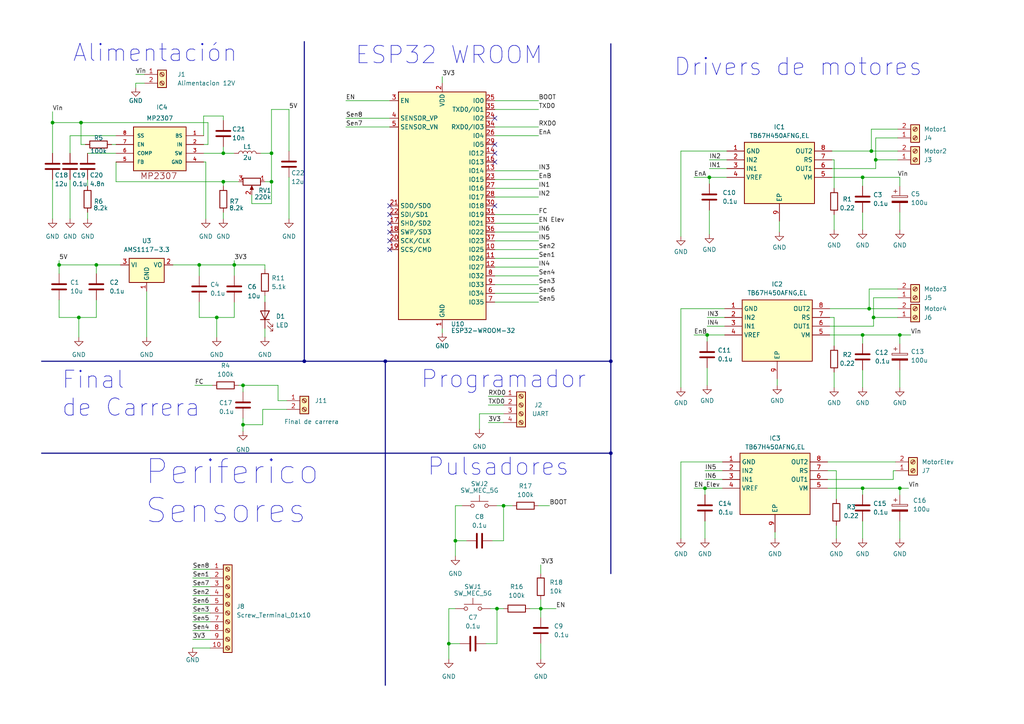
<source format=kicad_sch>
(kicad_sch (version 20230121) (generator eeschema)

  (uuid dfed5bf9-8b7f-4c1e-93df-1c25726c0e03)

  (paper "A4")

  (lib_symbols
    (symbol "Connector:Screw_Terminal_01x02" (pin_names (offset 1.016) hide) (in_bom yes) (on_board yes)
      (property "Reference" "J" (at 0 2.54 0)
        (effects (font (size 1.27 1.27)))
      )
      (property "Value" "Screw_Terminal_01x02" (at 0 -5.08 0)
        (effects (font (size 1.27 1.27)))
      )
      (property "Footprint" "" (at 0 0 0)
        (effects (font (size 1.27 1.27)) hide)
      )
      (property "Datasheet" "~" (at 0 0 0)
        (effects (font (size 1.27 1.27)) hide)
      )
      (property "ki_keywords" "screw terminal" (at 0 0 0)
        (effects (font (size 1.27 1.27)) hide)
      )
      (property "ki_description" "Generic screw terminal, single row, 01x02, script generated (kicad-library-utils/schlib/autogen/connector/)" (at 0 0 0)
        (effects (font (size 1.27 1.27)) hide)
      )
      (property "ki_fp_filters" "TerminalBlock*:*" (at 0 0 0)
        (effects (font (size 1.27 1.27)) hide)
      )
      (symbol "Screw_Terminal_01x02_1_1"
        (rectangle (start -1.27 1.27) (end 1.27 -3.81)
          (stroke (width 0.254) (type default))
          (fill (type background))
        )
        (circle (center 0 -2.54) (radius 0.635)
          (stroke (width 0.1524) (type default))
          (fill (type none))
        )
        (polyline
          (pts
            (xy -0.5334 -2.2098)
            (xy 0.3302 -3.048)
          )
          (stroke (width 0.1524) (type default))
          (fill (type none))
        )
        (polyline
          (pts
            (xy -0.5334 0.3302)
            (xy 0.3302 -0.508)
          )
          (stroke (width 0.1524) (type default))
          (fill (type none))
        )
        (polyline
          (pts
            (xy -0.3556 -2.032)
            (xy 0.508 -2.8702)
          )
          (stroke (width 0.1524) (type default))
          (fill (type none))
        )
        (polyline
          (pts
            (xy -0.3556 0.508)
            (xy 0.508 -0.3302)
          )
          (stroke (width 0.1524) (type default))
          (fill (type none))
        )
        (circle (center 0 0) (radius 0.635)
          (stroke (width 0.1524) (type default))
          (fill (type none))
        )
        (pin passive line (at -5.08 0 0) (length 3.81)
          (name "Pin_1" (effects (font (size 1.27 1.27))))
          (number "1" (effects (font (size 1.27 1.27))))
        )
        (pin passive line (at -5.08 -2.54 0) (length 3.81)
          (name "Pin_2" (effects (font (size 1.27 1.27))))
          (number "2" (effects (font (size 1.27 1.27))))
        )
      )
    )
    (symbol "Connector:Screw_Terminal_01x04" (pin_names (offset 1.016) hide) (in_bom yes) (on_board yes)
      (property "Reference" "J" (at 0 5.08 0)
        (effects (font (size 1.27 1.27)))
      )
      (property "Value" "Screw_Terminal_01x04" (at 0 -7.62 0)
        (effects (font (size 1.27 1.27)))
      )
      (property "Footprint" "" (at 0 0 0)
        (effects (font (size 1.27 1.27)) hide)
      )
      (property "Datasheet" "~" (at 0 0 0)
        (effects (font (size 1.27 1.27)) hide)
      )
      (property "ki_keywords" "screw terminal" (at 0 0 0)
        (effects (font (size 1.27 1.27)) hide)
      )
      (property "ki_description" "Generic screw terminal, single row, 01x04, script generated (kicad-library-utils/schlib/autogen/connector/)" (at 0 0 0)
        (effects (font (size 1.27 1.27)) hide)
      )
      (property "ki_fp_filters" "TerminalBlock*:*" (at 0 0 0)
        (effects (font (size 1.27 1.27)) hide)
      )
      (symbol "Screw_Terminal_01x04_1_1"
        (rectangle (start -1.27 3.81) (end 1.27 -6.35)
          (stroke (width 0.254) (type default))
          (fill (type background))
        )
        (circle (center 0 -5.08) (radius 0.635)
          (stroke (width 0.1524) (type default))
          (fill (type none))
        )
        (circle (center 0 -2.54) (radius 0.635)
          (stroke (width 0.1524) (type default))
          (fill (type none))
        )
        (polyline
          (pts
            (xy -0.5334 -4.7498)
            (xy 0.3302 -5.588)
          )
          (stroke (width 0.1524) (type default))
          (fill (type none))
        )
        (polyline
          (pts
            (xy -0.5334 -2.2098)
            (xy 0.3302 -3.048)
          )
          (stroke (width 0.1524) (type default))
          (fill (type none))
        )
        (polyline
          (pts
            (xy -0.5334 0.3302)
            (xy 0.3302 -0.508)
          )
          (stroke (width 0.1524) (type default))
          (fill (type none))
        )
        (polyline
          (pts
            (xy -0.5334 2.8702)
            (xy 0.3302 2.032)
          )
          (stroke (width 0.1524) (type default))
          (fill (type none))
        )
        (polyline
          (pts
            (xy -0.3556 -4.572)
            (xy 0.508 -5.4102)
          )
          (stroke (width 0.1524) (type default))
          (fill (type none))
        )
        (polyline
          (pts
            (xy -0.3556 -2.032)
            (xy 0.508 -2.8702)
          )
          (stroke (width 0.1524) (type default))
          (fill (type none))
        )
        (polyline
          (pts
            (xy -0.3556 0.508)
            (xy 0.508 -0.3302)
          )
          (stroke (width 0.1524) (type default))
          (fill (type none))
        )
        (polyline
          (pts
            (xy -0.3556 3.048)
            (xy 0.508 2.2098)
          )
          (stroke (width 0.1524) (type default))
          (fill (type none))
        )
        (circle (center 0 0) (radius 0.635)
          (stroke (width 0.1524) (type default))
          (fill (type none))
        )
        (circle (center 0 2.54) (radius 0.635)
          (stroke (width 0.1524) (type default))
          (fill (type none))
        )
        (pin passive line (at -5.08 2.54 0) (length 3.81)
          (name "Pin_1" (effects (font (size 1.27 1.27))))
          (number "1" (effects (font (size 1.27 1.27))))
        )
        (pin passive line (at -5.08 0 0) (length 3.81)
          (name "Pin_2" (effects (font (size 1.27 1.27))))
          (number "2" (effects (font (size 1.27 1.27))))
        )
        (pin passive line (at -5.08 -2.54 0) (length 3.81)
          (name "Pin_3" (effects (font (size 1.27 1.27))))
          (number "3" (effects (font (size 1.27 1.27))))
        )
        (pin passive line (at -5.08 -5.08 0) (length 3.81)
          (name "Pin_4" (effects (font (size 1.27 1.27))))
          (number "4" (effects (font (size 1.27 1.27))))
        )
      )
    )
    (symbol "Connector:Screw_Terminal_01x10" (pin_names (offset 1.016) hide) (in_bom yes) (on_board yes)
      (property "Reference" "J" (at 0 12.7 0)
        (effects (font (size 1.27 1.27)))
      )
      (property "Value" "Screw_Terminal_01x10" (at 0 -15.24 0)
        (effects (font (size 1.27 1.27)))
      )
      (property "Footprint" "" (at 0 0 0)
        (effects (font (size 1.27 1.27)) hide)
      )
      (property "Datasheet" "~" (at 0 0 0)
        (effects (font (size 1.27 1.27)) hide)
      )
      (property "ki_keywords" "screw terminal" (at 0 0 0)
        (effects (font (size 1.27 1.27)) hide)
      )
      (property "ki_description" "Generic screw terminal, single row, 01x10, script generated (kicad-library-utils/schlib/autogen/connector/)" (at 0 0 0)
        (effects (font (size 1.27 1.27)) hide)
      )
      (property "ki_fp_filters" "TerminalBlock*:*" (at 0 0 0)
        (effects (font (size 1.27 1.27)) hide)
      )
      (symbol "Screw_Terminal_01x10_1_1"
        (rectangle (start -1.27 11.43) (end 1.27 -13.97)
          (stroke (width 0.254) (type default))
          (fill (type background))
        )
        (circle (center 0 -12.7) (radius 0.635)
          (stroke (width 0.1524) (type default))
          (fill (type none))
        )
        (circle (center 0 -10.16) (radius 0.635)
          (stroke (width 0.1524) (type default))
          (fill (type none))
        )
        (circle (center 0 -7.62) (radius 0.635)
          (stroke (width 0.1524) (type default))
          (fill (type none))
        )
        (circle (center 0 -5.08) (radius 0.635)
          (stroke (width 0.1524) (type default))
          (fill (type none))
        )
        (circle (center 0 -2.54) (radius 0.635)
          (stroke (width 0.1524) (type default))
          (fill (type none))
        )
        (polyline
          (pts
            (xy -0.5334 -12.3698)
            (xy 0.3302 -13.208)
          )
          (stroke (width 0.1524) (type default))
          (fill (type none))
        )
        (polyline
          (pts
            (xy -0.5334 -9.8298)
            (xy 0.3302 -10.668)
          )
          (stroke (width 0.1524) (type default))
          (fill (type none))
        )
        (polyline
          (pts
            (xy -0.5334 -7.2898)
            (xy 0.3302 -8.128)
          )
          (stroke (width 0.1524) (type default))
          (fill (type none))
        )
        (polyline
          (pts
            (xy -0.5334 -4.7498)
            (xy 0.3302 -5.588)
          )
          (stroke (width 0.1524) (type default))
          (fill (type none))
        )
        (polyline
          (pts
            (xy -0.5334 -2.2098)
            (xy 0.3302 -3.048)
          )
          (stroke (width 0.1524) (type default))
          (fill (type none))
        )
        (polyline
          (pts
            (xy -0.5334 0.3302)
            (xy 0.3302 -0.508)
          )
          (stroke (width 0.1524) (type default))
          (fill (type none))
        )
        (polyline
          (pts
            (xy -0.5334 2.8702)
            (xy 0.3302 2.032)
          )
          (stroke (width 0.1524) (type default))
          (fill (type none))
        )
        (polyline
          (pts
            (xy -0.5334 5.4102)
            (xy 0.3302 4.572)
          )
          (stroke (width 0.1524) (type default))
          (fill (type none))
        )
        (polyline
          (pts
            (xy -0.5334 7.9502)
            (xy 0.3302 7.112)
          )
          (stroke (width 0.1524) (type default))
          (fill (type none))
        )
        (polyline
          (pts
            (xy -0.5334 10.4902)
            (xy 0.3302 9.652)
          )
          (stroke (width 0.1524) (type default))
          (fill (type none))
        )
        (polyline
          (pts
            (xy -0.3556 -12.192)
            (xy 0.508 -13.0302)
          )
          (stroke (width 0.1524) (type default))
          (fill (type none))
        )
        (polyline
          (pts
            (xy -0.3556 -9.652)
            (xy 0.508 -10.4902)
          )
          (stroke (width 0.1524) (type default))
          (fill (type none))
        )
        (polyline
          (pts
            (xy -0.3556 -7.112)
            (xy 0.508 -7.9502)
          )
          (stroke (width 0.1524) (type default))
          (fill (type none))
        )
        (polyline
          (pts
            (xy -0.3556 -4.572)
            (xy 0.508 -5.4102)
          )
          (stroke (width 0.1524) (type default))
          (fill (type none))
        )
        (polyline
          (pts
            (xy -0.3556 -2.032)
            (xy 0.508 -2.8702)
          )
          (stroke (width 0.1524) (type default))
          (fill (type none))
        )
        (polyline
          (pts
            (xy -0.3556 0.508)
            (xy 0.508 -0.3302)
          )
          (stroke (width 0.1524) (type default))
          (fill (type none))
        )
        (polyline
          (pts
            (xy -0.3556 3.048)
            (xy 0.508 2.2098)
          )
          (stroke (width 0.1524) (type default))
          (fill (type none))
        )
        (polyline
          (pts
            (xy -0.3556 5.588)
            (xy 0.508 4.7498)
          )
          (stroke (width 0.1524) (type default))
          (fill (type none))
        )
        (polyline
          (pts
            (xy -0.3556 8.128)
            (xy 0.508 7.2898)
          )
          (stroke (width 0.1524) (type default))
          (fill (type none))
        )
        (polyline
          (pts
            (xy -0.3556 10.668)
            (xy 0.508 9.8298)
          )
          (stroke (width 0.1524) (type default))
          (fill (type none))
        )
        (circle (center 0 0) (radius 0.635)
          (stroke (width 0.1524) (type default))
          (fill (type none))
        )
        (circle (center 0 2.54) (radius 0.635)
          (stroke (width 0.1524) (type default))
          (fill (type none))
        )
        (circle (center 0 5.08) (radius 0.635)
          (stroke (width 0.1524) (type default))
          (fill (type none))
        )
        (circle (center 0 7.62) (radius 0.635)
          (stroke (width 0.1524) (type default))
          (fill (type none))
        )
        (circle (center 0 10.16) (radius 0.635)
          (stroke (width 0.1524) (type default))
          (fill (type none))
        )
        (pin passive line (at -5.08 10.16 0) (length 3.81)
          (name "Pin_1" (effects (font (size 1.27 1.27))))
          (number "1" (effects (font (size 1.27 1.27))))
        )
        (pin passive line (at -5.08 -12.7 0) (length 3.81)
          (name "Pin_10" (effects (font (size 1.27 1.27))))
          (number "10" (effects (font (size 1.27 1.27))))
        )
        (pin passive line (at -5.08 7.62 0) (length 3.81)
          (name "Pin_2" (effects (font (size 1.27 1.27))))
          (number "2" (effects (font (size 1.27 1.27))))
        )
        (pin passive line (at -5.08 5.08 0) (length 3.81)
          (name "Pin_3" (effects (font (size 1.27 1.27))))
          (number "3" (effects (font (size 1.27 1.27))))
        )
        (pin passive line (at -5.08 2.54 0) (length 3.81)
          (name "Pin_4" (effects (font (size 1.27 1.27))))
          (number "4" (effects (font (size 1.27 1.27))))
        )
        (pin passive line (at -5.08 0 0) (length 3.81)
          (name "Pin_5" (effects (font (size 1.27 1.27))))
          (number "5" (effects (font (size 1.27 1.27))))
        )
        (pin passive line (at -5.08 -2.54 0) (length 3.81)
          (name "Pin_6" (effects (font (size 1.27 1.27))))
          (number "6" (effects (font (size 1.27 1.27))))
        )
        (pin passive line (at -5.08 -5.08 0) (length 3.81)
          (name "Pin_7" (effects (font (size 1.27 1.27))))
          (number "7" (effects (font (size 1.27 1.27))))
        )
        (pin passive line (at -5.08 -7.62 0) (length 3.81)
          (name "Pin_8" (effects (font (size 1.27 1.27))))
          (number "8" (effects (font (size 1.27 1.27))))
        )
        (pin passive line (at -5.08 -10.16 0) (length 3.81)
          (name "Pin_9" (effects (font (size 1.27 1.27))))
          (number "9" (effects (font (size 1.27 1.27))))
        )
      )
    )
    (symbol "Device:C" (pin_numbers hide) (pin_names (offset 0.254)) (in_bom yes) (on_board yes)
      (property "Reference" "C" (at 0.635 2.54 0)
        (effects (font (size 1.27 1.27)) (justify left))
      )
      (property "Value" "C" (at 0.635 -2.54 0)
        (effects (font (size 1.27 1.27)) (justify left))
      )
      (property "Footprint" "" (at 0.9652 -3.81 0)
        (effects (font (size 1.27 1.27)) hide)
      )
      (property "Datasheet" "~" (at 0 0 0)
        (effects (font (size 1.27 1.27)) hide)
      )
      (property "ki_keywords" "cap capacitor" (at 0 0 0)
        (effects (font (size 1.27 1.27)) hide)
      )
      (property "ki_description" "Unpolarized capacitor" (at 0 0 0)
        (effects (font (size 1.27 1.27)) hide)
      )
      (property "ki_fp_filters" "C_*" (at 0 0 0)
        (effects (font (size 1.27 1.27)) hide)
      )
      (symbol "C_0_1"
        (polyline
          (pts
            (xy -2.032 -0.762)
            (xy 2.032 -0.762)
          )
          (stroke (width 0.508) (type default))
          (fill (type none))
        )
        (polyline
          (pts
            (xy -2.032 0.762)
            (xy 2.032 0.762)
          )
          (stroke (width 0.508) (type default))
          (fill (type none))
        )
      )
      (symbol "C_1_1"
        (pin passive line (at 0 3.81 270) (length 2.794)
          (name "~" (effects (font (size 1.27 1.27))))
          (number "1" (effects (font (size 1.27 1.27))))
        )
        (pin passive line (at 0 -3.81 90) (length 2.794)
          (name "~" (effects (font (size 1.27 1.27))))
          (number "2" (effects (font (size 1.27 1.27))))
        )
      )
    )
    (symbol "Device:C_Polarized" (pin_numbers hide) (pin_names (offset 0.254)) (in_bom yes) (on_board yes)
      (property "Reference" "C" (at 0.635 2.54 0)
        (effects (font (size 1.27 1.27)) (justify left))
      )
      (property "Value" "C_Polarized" (at 0.635 -2.54 0)
        (effects (font (size 1.27 1.27)) (justify left))
      )
      (property "Footprint" "" (at 0.9652 -3.81 0)
        (effects (font (size 1.27 1.27)) hide)
      )
      (property "Datasheet" "~" (at 0 0 0)
        (effects (font (size 1.27 1.27)) hide)
      )
      (property "ki_keywords" "cap capacitor" (at 0 0 0)
        (effects (font (size 1.27 1.27)) hide)
      )
      (property "ki_description" "Polarized capacitor" (at 0 0 0)
        (effects (font (size 1.27 1.27)) hide)
      )
      (property "ki_fp_filters" "CP_*" (at 0 0 0)
        (effects (font (size 1.27 1.27)) hide)
      )
      (symbol "C_Polarized_0_1"
        (rectangle (start -2.286 0.508) (end 2.286 1.016)
          (stroke (width 0) (type default))
          (fill (type none))
        )
        (polyline
          (pts
            (xy -1.778 2.286)
            (xy -0.762 2.286)
          )
          (stroke (width 0) (type default))
          (fill (type none))
        )
        (polyline
          (pts
            (xy -1.27 2.794)
            (xy -1.27 1.778)
          )
          (stroke (width 0) (type default))
          (fill (type none))
        )
        (rectangle (start 2.286 -0.508) (end -2.286 -1.016)
          (stroke (width 0) (type default))
          (fill (type outline))
        )
      )
      (symbol "C_Polarized_1_1"
        (pin passive line (at 0 3.81 270) (length 2.794)
          (name "~" (effects (font (size 1.27 1.27))))
          (number "1" (effects (font (size 1.27 1.27))))
        )
        (pin passive line (at 0 -3.81 90) (length 2.794)
          (name "~" (effects (font (size 1.27 1.27))))
          (number "2" (effects (font (size 1.27 1.27))))
        )
      )
    )
    (symbol "Device:L" (pin_numbers hide) (pin_names (offset 1.016) hide) (in_bom yes) (on_board yes)
      (property "Reference" "L" (at -1.27 0 90)
        (effects (font (size 1.27 1.27)))
      )
      (property "Value" "L" (at 1.905 0 90)
        (effects (font (size 1.27 1.27)))
      )
      (property "Footprint" "" (at 0 0 0)
        (effects (font (size 1.27 1.27)) hide)
      )
      (property "Datasheet" "~" (at 0 0 0)
        (effects (font (size 1.27 1.27)) hide)
      )
      (property "ki_keywords" "inductor choke coil reactor magnetic" (at 0 0 0)
        (effects (font (size 1.27 1.27)) hide)
      )
      (property "ki_description" "Inductor" (at 0 0 0)
        (effects (font (size 1.27 1.27)) hide)
      )
      (property "ki_fp_filters" "Choke_* *Coil* Inductor_* L_*" (at 0 0 0)
        (effects (font (size 1.27 1.27)) hide)
      )
      (symbol "L_0_1"
        (arc (start 0 -2.54) (mid 0.6323 -1.905) (end 0 -1.27)
          (stroke (width 0) (type default))
          (fill (type none))
        )
        (arc (start 0 -1.27) (mid 0.6323 -0.635) (end 0 0)
          (stroke (width 0) (type default))
          (fill (type none))
        )
        (arc (start 0 0) (mid 0.6323 0.635) (end 0 1.27)
          (stroke (width 0) (type default))
          (fill (type none))
        )
        (arc (start 0 1.27) (mid 0.6323 1.905) (end 0 2.54)
          (stroke (width 0) (type default))
          (fill (type none))
        )
      )
      (symbol "L_1_1"
        (pin passive line (at 0 3.81 270) (length 1.27)
          (name "1" (effects (font (size 1.27 1.27))))
          (number "1" (effects (font (size 1.27 1.27))))
        )
        (pin passive line (at 0 -3.81 90) (length 1.27)
          (name "2" (effects (font (size 1.27 1.27))))
          (number "2" (effects (font (size 1.27 1.27))))
        )
      )
    )
    (symbol "Device:LED" (pin_numbers hide) (pin_names (offset 1.016) hide) (in_bom yes) (on_board yes)
      (property "Reference" "D" (at 0 2.54 0)
        (effects (font (size 1.27 1.27)))
      )
      (property "Value" "LED" (at 0 -2.54 0)
        (effects (font (size 1.27 1.27)))
      )
      (property "Footprint" "" (at 0 0 0)
        (effects (font (size 1.27 1.27)) hide)
      )
      (property "Datasheet" "~" (at 0 0 0)
        (effects (font (size 1.27 1.27)) hide)
      )
      (property "ki_keywords" "LED diode" (at 0 0 0)
        (effects (font (size 1.27 1.27)) hide)
      )
      (property "ki_description" "Light emitting diode" (at 0 0 0)
        (effects (font (size 1.27 1.27)) hide)
      )
      (property "ki_fp_filters" "LED* LED_SMD:* LED_THT:*" (at 0 0 0)
        (effects (font (size 1.27 1.27)) hide)
      )
      (symbol "LED_0_1"
        (polyline
          (pts
            (xy -1.27 -1.27)
            (xy -1.27 1.27)
          )
          (stroke (width 0.254) (type default))
          (fill (type none))
        )
        (polyline
          (pts
            (xy -1.27 0)
            (xy 1.27 0)
          )
          (stroke (width 0) (type default))
          (fill (type none))
        )
        (polyline
          (pts
            (xy 1.27 -1.27)
            (xy 1.27 1.27)
            (xy -1.27 0)
            (xy 1.27 -1.27)
          )
          (stroke (width 0.254) (type default))
          (fill (type none))
        )
        (polyline
          (pts
            (xy -3.048 -0.762)
            (xy -4.572 -2.286)
            (xy -3.81 -2.286)
            (xy -4.572 -2.286)
            (xy -4.572 -1.524)
          )
          (stroke (width 0) (type default))
          (fill (type none))
        )
        (polyline
          (pts
            (xy -1.778 -0.762)
            (xy -3.302 -2.286)
            (xy -2.54 -2.286)
            (xy -3.302 -2.286)
            (xy -3.302 -1.524)
          )
          (stroke (width 0) (type default))
          (fill (type none))
        )
      )
      (symbol "LED_1_1"
        (pin passive line (at -3.81 0 0) (length 2.54)
          (name "K" (effects (font (size 1.27 1.27))))
          (number "1" (effects (font (size 1.27 1.27))))
        )
        (pin passive line (at 3.81 0 180) (length 2.54)
          (name "A" (effects (font (size 1.27 1.27))))
          (number "2" (effects (font (size 1.27 1.27))))
        )
      )
    )
    (symbol "Device:R" (pin_numbers hide) (pin_names (offset 0)) (in_bom yes) (on_board yes)
      (property "Reference" "R" (at 2.032 0 90)
        (effects (font (size 1.27 1.27)))
      )
      (property "Value" "R" (at 0 0 90)
        (effects (font (size 1.27 1.27)))
      )
      (property "Footprint" "" (at -1.778 0 90)
        (effects (font (size 1.27 1.27)) hide)
      )
      (property "Datasheet" "~" (at 0 0 0)
        (effects (font (size 1.27 1.27)) hide)
      )
      (property "ki_keywords" "R res resistor" (at 0 0 0)
        (effects (font (size 1.27 1.27)) hide)
      )
      (property "ki_description" "Resistor" (at 0 0 0)
        (effects (font (size 1.27 1.27)) hide)
      )
      (property "ki_fp_filters" "R_*" (at 0 0 0)
        (effects (font (size 1.27 1.27)) hide)
      )
      (symbol "R_0_1"
        (rectangle (start -1.016 -2.54) (end 1.016 2.54)
          (stroke (width 0.254) (type default))
          (fill (type none))
        )
      )
      (symbol "R_1_1"
        (pin passive line (at 0 3.81 270) (length 1.27)
          (name "~" (effects (font (size 1.27 1.27))))
          (number "1" (effects (font (size 1.27 1.27))))
        )
        (pin passive line (at 0 -3.81 90) (length 1.27)
          (name "~" (effects (font (size 1.27 1.27))))
          (number "2" (effects (font (size 1.27 1.27))))
        )
      )
    )
    (symbol "Device:R_Potentiometer" (pin_names (offset 1.016) hide) (in_bom yes) (on_board yes)
      (property "Reference" "RV" (at -4.445 0 90)
        (effects (font (size 1.27 1.27)))
      )
      (property "Value" "R_Potentiometer" (at -2.54 0 90)
        (effects (font (size 1.27 1.27)))
      )
      (property "Footprint" "" (at 0 0 0)
        (effects (font (size 1.27 1.27)) hide)
      )
      (property "Datasheet" "~" (at 0 0 0)
        (effects (font (size 1.27 1.27)) hide)
      )
      (property "ki_keywords" "resistor variable" (at 0 0 0)
        (effects (font (size 1.27 1.27)) hide)
      )
      (property "ki_description" "Potentiometer" (at 0 0 0)
        (effects (font (size 1.27 1.27)) hide)
      )
      (property "ki_fp_filters" "Potentiometer*" (at 0 0 0)
        (effects (font (size 1.27 1.27)) hide)
      )
      (symbol "R_Potentiometer_0_1"
        (polyline
          (pts
            (xy 2.54 0)
            (xy 1.524 0)
          )
          (stroke (width 0) (type default))
          (fill (type none))
        )
        (polyline
          (pts
            (xy 1.143 0)
            (xy 2.286 0.508)
            (xy 2.286 -0.508)
            (xy 1.143 0)
          )
          (stroke (width 0) (type default))
          (fill (type outline))
        )
        (rectangle (start 1.016 2.54) (end -1.016 -2.54)
          (stroke (width 0.254) (type default))
          (fill (type none))
        )
      )
      (symbol "R_Potentiometer_1_1"
        (pin passive line (at 0 3.81 270) (length 1.27)
          (name "1" (effects (font (size 1.27 1.27))))
          (number "1" (effects (font (size 1.27 1.27))))
        )
        (pin passive line (at 3.81 0 180) (length 1.27)
          (name "2" (effects (font (size 1.27 1.27))))
          (number "2" (effects (font (size 1.27 1.27))))
        )
        (pin passive line (at 0 -3.81 90) (length 1.27)
          (name "3" (effects (font (size 1.27 1.27))))
          (number "3" (effects (font (size 1.27 1.27))))
        )
      )
    )
    (symbol "GND_1" (power) (pin_names (offset 0)) (in_bom yes) (on_board yes)
      (property "Reference" "#PWR" (at 0 -6.35 0)
        (effects (font (size 1.27 1.27)) hide)
      )
      (property "Value" "GND_1" (at 0 -3.81 0)
        (effects (font (size 1.27 1.27)))
      )
      (property "Footprint" "" (at 0 0 0)
        (effects (font (size 1.27 1.27)) hide)
      )
      (property "Datasheet" "" (at 0 0 0)
        (effects (font (size 1.27 1.27)) hide)
      )
      (property "ki_keywords" "global power" (at 0 0 0)
        (effects (font (size 1.27 1.27)) hide)
      )
      (property "ki_description" "Power symbol creates a global label with name \"GND\" , ground" (at 0 0 0)
        (effects (font (size 1.27 1.27)) hide)
      )
      (symbol "GND_1_0_1"
        (polyline
          (pts
            (xy 0 0)
            (xy 0 -1.27)
            (xy 1.27 -1.27)
            (xy 0 -2.54)
            (xy -1.27 -1.27)
            (xy 0 -1.27)
          )
          (stroke (width 0) (type default))
          (fill (type none))
        )
      )
      (symbol "GND_1_1_1"
        (pin power_in line (at 0 0 270) (length 0) hide
          (name "GND" (effects (font (size 1.27 1.27))))
          (number "1" (effects (font (size 1.27 1.27))))
        )
      )
    )
    (symbol "MP2307:MP2307" (pin_names (offset 1.016)) (in_bom yes) (on_board yes)
      (property "Reference" "IC" (at 0 0 0)
        (effects (font (size 1.27 1.27)) (justify bottom))
      )
      (property "Value" "MP2307" (at -5.08 7.62 0)
        (effects (font (size 1.27 1.27)) (justify left bottom))
      )
      (property "Footprint" "SO8-TH" (at 0 0 0)
        (effects (font (size 1.27 1.27)) (justify bottom) hide)
      )
      (property "Datasheet" "" (at 0 0 0)
        (effects (font (size 1.27 1.27)) hide)
      )
      (symbol "MP2307_0_0"
        (rectangle (start -7.62 -5.08) (end 7.62 7.62)
          (stroke (width 0.254) (type default))
          (fill (type background))
        )
        (text "MP2307" (at -5.08 -7.62 0)
          (effects (font (size 1.778 1.778)) (justify left bottom))
        )
        (pin bidirectional line (at -12.7 5.08 0) (length 5.08)
          (name "BS" (effects (font (size 1.016 1.016))))
          (number "1" (effects (font (size 1.016 1.016))))
        )
        (pin bidirectional line (at -12.7 2.54 0) (length 5.08)
          (name "IN" (effects (font (size 1.016 1.016))))
          (number "2" (effects (font (size 1.016 1.016))))
        )
        (pin bidirectional line (at -12.7 0 0) (length 5.08)
          (name "SW" (effects (font (size 1.016 1.016))))
          (number "3" (effects (font (size 1.016 1.016))))
        )
        (pin bidirectional line (at -12.7 -2.54 0) (length 5.08)
          (name "GND" (effects (font (size 1.016 1.016))))
          (number "4" (effects (font (size 1.016 1.016))))
        )
        (pin bidirectional line (at 12.7 -2.54 180) (length 5.08)
          (name "FB" (effects (font (size 1.016 1.016))))
          (number "5" (effects (font (size 1.016 1.016))))
        )
        (pin bidirectional line (at 12.7 0 180) (length 5.08)
          (name "COMP" (effects (font (size 1.016 1.016))))
          (number "6" (effects (font (size 1.016 1.016))))
        )
        (pin bidirectional line (at 12.7 2.54 180) (length 5.08)
          (name "EN" (effects (font (size 1.016 1.016))))
          (number "7" (effects (font (size 1.016 1.016))))
        )
        (pin bidirectional line (at 12.7 5.08 180) (length 5.08)
          (name "SS" (effects (font (size 1.016 1.016))))
          (number "8" (effects (font (size 1.016 1.016))))
        )
      )
    )
    (symbol "RF_Module:ESP32-WROOM-32" (in_bom yes) (on_board yes)
      (property "Reference" "U" (at -12.7 34.29 0)
        (effects (font (size 1.27 1.27)) (justify left))
      )
      (property "Value" "ESP32-WROOM-32" (at 1.27 34.29 0)
        (effects (font (size 1.27 1.27)) (justify left))
      )
      (property "Footprint" "RF_Module:ESP32-WROOM-32" (at 0 -38.1 0)
        (effects (font (size 1.27 1.27)) hide)
      )
      (property "Datasheet" "https://www.espressif.com/sites/default/files/documentation/esp32-wroom-32_datasheet_en.pdf" (at -7.62 1.27 0)
        (effects (font (size 1.27 1.27)) hide)
      )
      (property "ki_keywords" "RF Radio BT ESP ESP32 Espressif onboard PCB antenna" (at 0 0 0)
        (effects (font (size 1.27 1.27)) hide)
      )
      (property "ki_description" "RF Module, ESP32-D0WDQ6 SoC, Wi-Fi 802.11b/g/n, Bluetooth, BLE, 32-bit, 2.7-3.6V, onboard antenna, SMD" (at 0 0 0)
        (effects (font (size 1.27 1.27)) hide)
      )
      (property "ki_fp_filters" "ESP32?WROOM?32*" (at 0 0 0)
        (effects (font (size 1.27 1.27)) hide)
      )
      (symbol "ESP32-WROOM-32_0_1"
        (rectangle (start -12.7 33.02) (end 12.7 -33.02)
          (stroke (width 0.254) (type default))
          (fill (type background))
        )
      )
      (symbol "ESP32-WROOM-32_1_1"
        (pin power_in line (at 0 -35.56 90) (length 2.54)
          (name "GND" (effects (font (size 1.27 1.27))))
          (number "1" (effects (font (size 1.27 1.27))))
        )
        (pin bidirectional line (at 15.24 -12.7 180) (length 2.54)
          (name "IO25" (effects (font (size 1.27 1.27))))
          (number "10" (effects (font (size 1.27 1.27))))
        )
        (pin bidirectional line (at 15.24 -15.24 180) (length 2.54)
          (name "IO26" (effects (font (size 1.27 1.27))))
          (number "11" (effects (font (size 1.27 1.27))))
        )
        (pin bidirectional line (at 15.24 -17.78 180) (length 2.54)
          (name "IO27" (effects (font (size 1.27 1.27))))
          (number "12" (effects (font (size 1.27 1.27))))
        )
        (pin bidirectional line (at 15.24 10.16 180) (length 2.54)
          (name "IO14" (effects (font (size 1.27 1.27))))
          (number "13" (effects (font (size 1.27 1.27))))
        )
        (pin bidirectional line (at 15.24 15.24 180) (length 2.54)
          (name "IO12" (effects (font (size 1.27 1.27))))
          (number "14" (effects (font (size 1.27 1.27))))
        )
        (pin passive line (at 0 -35.56 90) (length 2.54) hide
          (name "GND" (effects (font (size 1.27 1.27))))
          (number "15" (effects (font (size 1.27 1.27))))
        )
        (pin bidirectional line (at 15.24 12.7 180) (length 2.54)
          (name "IO13" (effects (font (size 1.27 1.27))))
          (number "16" (effects (font (size 1.27 1.27))))
        )
        (pin bidirectional line (at -15.24 -5.08 0) (length 2.54)
          (name "SHD/SD2" (effects (font (size 1.27 1.27))))
          (number "17" (effects (font (size 1.27 1.27))))
        )
        (pin bidirectional line (at -15.24 -7.62 0) (length 2.54)
          (name "SWP/SD3" (effects (font (size 1.27 1.27))))
          (number "18" (effects (font (size 1.27 1.27))))
        )
        (pin bidirectional line (at -15.24 -12.7 0) (length 2.54)
          (name "SCS/CMD" (effects (font (size 1.27 1.27))))
          (number "19" (effects (font (size 1.27 1.27))))
        )
        (pin power_in line (at 0 35.56 270) (length 2.54)
          (name "VDD" (effects (font (size 1.27 1.27))))
          (number "2" (effects (font (size 1.27 1.27))))
        )
        (pin bidirectional line (at -15.24 -10.16 0) (length 2.54)
          (name "SCK/CLK" (effects (font (size 1.27 1.27))))
          (number "20" (effects (font (size 1.27 1.27))))
        )
        (pin bidirectional line (at -15.24 0 0) (length 2.54)
          (name "SDO/SD0" (effects (font (size 1.27 1.27))))
          (number "21" (effects (font (size 1.27 1.27))))
        )
        (pin bidirectional line (at -15.24 -2.54 0) (length 2.54)
          (name "SDI/SD1" (effects (font (size 1.27 1.27))))
          (number "22" (effects (font (size 1.27 1.27))))
        )
        (pin bidirectional line (at 15.24 7.62 180) (length 2.54)
          (name "IO15" (effects (font (size 1.27 1.27))))
          (number "23" (effects (font (size 1.27 1.27))))
        )
        (pin bidirectional line (at 15.24 25.4 180) (length 2.54)
          (name "IO2" (effects (font (size 1.27 1.27))))
          (number "24" (effects (font (size 1.27 1.27))))
        )
        (pin bidirectional line (at 15.24 30.48 180) (length 2.54)
          (name "IO0" (effects (font (size 1.27 1.27))))
          (number "25" (effects (font (size 1.27 1.27))))
        )
        (pin bidirectional line (at 15.24 20.32 180) (length 2.54)
          (name "IO4" (effects (font (size 1.27 1.27))))
          (number "26" (effects (font (size 1.27 1.27))))
        )
        (pin bidirectional line (at 15.24 5.08 180) (length 2.54)
          (name "IO16" (effects (font (size 1.27 1.27))))
          (number "27" (effects (font (size 1.27 1.27))))
        )
        (pin bidirectional line (at 15.24 2.54 180) (length 2.54)
          (name "IO17" (effects (font (size 1.27 1.27))))
          (number "28" (effects (font (size 1.27 1.27))))
        )
        (pin bidirectional line (at 15.24 17.78 180) (length 2.54)
          (name "IO5" (effects (font (size 1.27 1.27))))
          (number "29" (effects (font (size 1.27 1.27))))
        )
        (pin input line (at -15.24 30.48 0) (length 2.54)
          (name "EN" (effects (font (size 1.27 1.27))))
          (number "3" (effects (font (size 1.27 1.27))))
        )
        (pin bidirectional line (at 15.24 0 180) (length 2.54)
          (name "IO18" (effects (font (size 1.27 1.27))))
          (number "30" (effects (font (size 1.27 1.27))))
        )
        (pin bidirectional line (at 15.24 -2.54 180) (length 2.54)
          (name "IO19" (effects (font (size 1.27 1.27))))
          (number "31" (effects (font (size 1.27 1.27))))
        )
        (pin no_connect line (at -12.7 -27.94 0) (length 2.54) hide
          (name "NC" (effects (font (size 1.27 1.27))))
          (number "32" (effects (font (size 1.27 1.27))))
        )
        (pin bidirectional line (at 15.24 -5.08 180) (length 2.54)
          (name "IO21" (effects (font (size 1.27 1.27))))
          (number "33" (effects (font (size 1.27 1.27))))
        )
        (pin bidirectional line (at 15.24 22.86 180) (length 2.54)
          (name "RXD0/IO3" (effects (font (size 1.27 1.27))))
          (number "34" (effects (font (size 1.27 1.27))))
        )
        (pin bidirectional line (at 15.24 27.94 180) (length 2.54)
          (name "TXD0/IO1" (effects (font (size 1.27 1.27))))
          (number "35" (effects (font (size 1.27 1.27))))
        )
        (pin bidirectional line (at 15.24 -7.62 180) (length 2.54)
          (name "IO22" (effects (font (size 1.27 1.27))))
          (number "36" (effects (font (size 1.27 1.27))))
        )
        (pin bidirectional line (at 15.24 -10.16 180) (length 2.54)
          (name "IO23" (effects (font (size 1.27 1.27))))
          (number "37" (effects (font (size 1.27 1.27))))
        )
        (pin passive line (at 0 -35.56 90) (length 2.54) hide
          (name "GND" (effects (font (size 1.27 1.27))))
          (number "38" (effects (font (size 1.27 1.27))))
        )
        (pin passive line (at 0 -35.56 90) (length 2.54) hide
          (name "GND" (effects (font (size 1.27 1.27))))
          (number "39" (effects (font (size 1.27 1.27))))
        )
        (pin input line (at -15.24 25.4 0) (length 2.54)
          (name "SENSOR_VP" (effects (font (size 1.27 1.27))))
          (number "4" (effects (font (size 1.27 1.27))))
        )
        (pin input line (at -15.24 22.86 0) (length 2.54)
          (name "SENSOR_VN" (effects (font (size 1.27 1.27))))
          (number "5" (effects (font (size 1.27 1.27))))
        )
        (pin input line (at 15.24 -25.4 180) (length 2.54)
          (name "IO34" (effects (font (size 1.27 1.27))))
          (number "6" (effects (font (size 1.27 1.27))))
        )
        (pin input line (at 15.24 -27.94 180) (length 2.54)
          (name "IO35" (effects (font (size 1.27 1.27))))
          (number "7" (effects (font (size 1.27 1.27))))
        )
        (pin bidirectional line (at 15.24 -20.32 180) (length 2.54)
          (name "IO32" (effects (font (size 1.27 1.27))))
          (number "8" (effects (font (size 1.27 1.27))))
        )
        (pin bidirectional line (at 15.24 -22.86 180) (length 2.54)
          (name "IO33" (effects (font (size 1.27 1.27))))
          (number "9" (effects (font (size 1.27 1.27))))
        )
      )
    )
    (symbol "Regulator_Linear:AMS1117-3.3" (in_bom yes) (on_board yes)
      (property "Reference" "U" (at -3.81 3.175 0)
        (effects (font (size 1.27 1.27)))
      )
      (property "Value" "AMS1117-3.3" (at 0 3.175 0)
        (effects (font (size 1.27 1.27)) (justify left))
      )
      (property "Footprint" "Package_TO_SOT_SMD:SOT-223-3_TabPin2" (at 0 5.08 0)
        (effects (font (size 1.27 1.27)) hide)
      )
      (property "Datasheet" "http://www.advanced-monolithic.com/pdf/ds1117.pdf" (at 2.54 -6.35 0)
        (effects (font (size 1.27 1.27)) hide)
      )
      (property "ki_keywords" "linear regulator ldo fixed positive" (at 0 0 0)
        (effects (font (size 1.27 1.27)) hide)
      )
      (property "ki_description" "1A Low Dropout regulator, positive, 3.3V fixed output, SOT-223" (at 0 0 0)
        (effects (font (size 1.27 1.27)) hide)
      )
      (property "ki_fp_filters" "SOT?223*TabPin2*" (at 0 0 0)
        (effects (font (size 1.27 1.27)) hide)
      )
      (symbol "AMS1117-3.3_0_1"
        (rectangle (start -5.08 -5.08) (end 5.08 1.905)
          (stroke (width 0.254) (type default))
          (fill (type background))
        )
      )
      (symbol "AMS1117-3.3_1_1"
        (pin power_in line (at 0 -7.62 90) (length 2.54)
          (name "GND" (effects (font (size 1.27 1.27))))
          (number "1" (effects (font (size 1.27 1.27))))
        )
        (pin power_out line (at 7.62 0 180) (length 2.54)
          (name "VO" (effects (font (size 1.27 1.27))))
          (number "2" (effects (font (size 1.27 1.27))))
        )
        (pin power_in line (at -7.62 0 0) (length 2.54)
          (name "VI" (effects (font (size 1.27 1.27))))
          (number "3" (effects (font (size 1.27 1.27))))
        )
      )
    )
    (symbol "SW_MEC_5G_2" (pin_numbers hide) (pin_names (offset 1.016) hide) (in_bom yes) (on_board yes)
      (property "Reference" "SWJ2" (at 0 6.35 0)
        (effects (font (size 1.27 1.27)))
      )
      (property "Value" "SW_MEC_5G" (at 0 4.445 0)
        (effects (font (size 1.27 1.27)))
      )
      (property "Footprint" "Button_Switch_SMD:SW_Push_SPST_NO_Alps_SKRK" (at 0 5.08 0)
        (effects (font (size 1.27 1.27)) hide)
      )
      (property "Datasheet" "http://www.apem.com/int/index.php?controller=attachment&id_attachment=488" (at 0 5.08 0)
        (effects (font (size 1.27 1.27)) hide)
      )
      (property "ki_keywords" "switch normally-open pushbutton push-button" (at 0 0 0)
        (effects (font (size 1.27 1.27)) hide)
      )
      (property "ki_description" "MEC 5G single pole normally-open tactile switch" (at 0 0 0)
        (effects (font (size 1.27 1.27)) hide)
      )
      (property "ki_fp_filters" "SW*MEC*5G*" (at 0 0 0)
        (effects (font (size 1.27 1.27)) hide)
      )
      (symbol "SW_MEC_5G_2_0_1"
        (circle (center -2.032 0) (radius 0.508)
          (stroke (width 0) (type default))
          (fill (type none))
        )
        (polyline
          (pts
            (xy 0 1.27)
            (xy 0 3.048)
          )
          (stroke (width 0) (type default))
          (fill (type none))
        )
        (polyline
          (pts
            (xy 2.54 1.27)
            (xy -2.54 1.27)
          )
          (stroke (width 0) (type default))
          (fill (type none))
        )
        (circle (center 2.032 0) (radius 0.508)
          (stroke (width 0) (type default))
          (fill (type none))
        )
        (pin passive line (at -5.08 0 0) (length 2.54)
          (name "A" (effects (font (size 1.27 1.27))))
          (number "1" (effects (font (size 1.27 1.27))))
        )
      )
      (symbol "SW_MEC_5G_2_1_1"
        (pin passive line (at 5.08 0 180) (length 2.54)
          (name "B" (effects (font (size 1.27 1.27))))
          (number "2" (effects (font (size 1.27 1.27))))
        )
      )
    )
    (symbol "TB67H450AFNG_EL:TB67H450AFNG,EL" (in_bom yes) (on_board yes)
      (property "Reference" "IC" (at 26.67 7.62 0)
        (effects (font (size 1.27 1.27)) (justify left top))
      )
      (property "Value" "TB67H450AFNG,EL" (at 26.67 5.08 0)
        (effects (font (size 1.27 1.27)) (justify left top))
      )
      (property "Footprint" "SOIC127P600X170-9N" (at 26.67 -94.92 0)
        (effects (font (size 1.27 1.27)) (justify left top) hide)
      )
      (property "Datasheet" "https://www.mouser.jp/datasheet/2/408/Toshiba_TB67H450AFNG_datasheet_en_20201217-2932735.pdf" (at 26.67 -194.92 0)
        (effects (font (size 1.27 1.27)) (justify left top) hide)
      )
      (property "Height" "1.7" (at 26.67 -394.92 0)
        (effects (font (size 1.27 1.27)) (justify left top) hide)
      )
      (property "Mouser Part Number" "757-TB67H450AFNGEL" (at 26.67 -494.92 0)
        (effects (font (size 1.27 1.27)) (justify left top) hide)
      )
      (property "Mouser Price/Stock" "https://www.mouser.co.uk/ProductDetail/Toshiba/TB67H450AFNGEL?qs=Wj%2FVkw3K%252BMBflKVnfGASbA%3D%3D" (at 26.67 -594.92 0)
        (effects (font (size 1.27 1.27)) (justify left top) hide)
      )
      (property "Manufacturer_Name" "Toshiba" (at 26.67 -694.92 0)
        (effects (font (size 1.27 1.27)) (justify left top) hide)
      )
      (property "Manufacturer_Part_Number" "TB67H450AFNG,EL" (at 26.67 -794.92 0)
        (effects (font (size 1.27 1.27)) (justify left top) hide)
      )
      (property "ki_description" "IC BRUSHED MOTOR DRVR 8TSSOP" (at 0 0 0)
        (effects (font (size 1.27 1.27)) hide)
      )
      (symbol "TB67H450AFNG,EL_1_1"
        (rectangle (start 5.08 2.54) (end 25.4 -15.24)
          (stroke (width 0.254) (type default))
          (fill (type background))
        )
        (pin passive line (at 0 0 0) (length 5.08)
          (name "GND" (effects (font (size 1.27 1.27))))
          (number "1" (effects (font (size 1.27 1.27))))
        )
        (pin passive line (at 0 -2.54 0) (length 5.08)
          (name "IN2" (effects (font (size 1.27 1.27))))
          (number "2" (effects (font (size 1.27 1.27))))
        )
        (pin passive line (at 0 -5.08 0) (length 5.08)
          (name "IN1" (effects (font (size 1.27 1.27))))
          (number "3" (effects (font (size 1.27 1.27))))
        )
        (pin passive line (at 0 -7.62 0) (length 5.08)
          (name "VREF" (effects (font (size 1.27 1.27))))
          (number "4" (effects (font (size 1.27 1.27))))
        )
        (pin passive line (at 30.48 -7.62 180) (length 5.08)
          (name "VM" (effects (font (size 1.27 1.27))))
          (number "5" (effects (font (size 1.27 1.27))))
        )
        (pin passive line (at 30.48 -5.08 180) (length 5.08)
          (name "OUT1" (effects (font (size 1.27 1.27))))
          (number "6" (effects (font (size 1.27 1.27))))
        )
        (pin passive line (at 30.48 -2.54 180) (length 5.08)
          (name "RS" (effects (font (size 1.27 1.27))))
          (number "7" (effects (font (size 1.27 1.27))))
        )
        (pin passive line (at 30.48 0 180) (length 5.08)
          (name "OUT2" (effects (font (size 1.27 1.27))))
          (number "8" (effects (font (size 1.27 1.27))))
        )
        (pin passive line (at 15.24 -20.32 90) (length 5.08)
          (name "EP" (effects (font (size 1.27 1.27))))
          (number "9" (effects (font (size 1.27 1.27))))
        )
      )
    )
    (symbol "power:GND" (power) (pin_names (offset 0)) (in_bom yes) (on_board yes)
      (property "Reference" "#PWR" (at 0 -6.35 0)
        (effects (font (size 1.27 1.27)) hide)
      )
      (property "Value" "GND" (at 0 -3.81 0)
        (effects (font (size 1.27 1.27)))
      )
      (property "Footprint" "" (at 0 0 0)
        (effects (font (size 1.27 1.27)) hide)
      )
      (property "Datasheet" "" (at 0 0 0)
        (effects (font (size 1.27 1.27)) hide)
      )
      (property "ki_keywords" "global power" (at 0 0 0)
        (effects (font (size 1.27 1.27)) hide)
      )
      (property "ki_description" "Power symbol creates a global label with name \"GND\" , ground" (at 0 0 0)
        (effects (font (size 1.27 1.27)) hide)
      )
      (symbol "GND_0_1"
        (polyline
          (pts
            (xy 0 0)
            (xy 0 -1.27)
            (xy 1.27 -1.27)
            (xy 0 -2.54)
            (xy -1.27 -1.27)
            (xy 0 -1.27)
          )
          (stroke (width 0) (type default))
          (fill (type none))
        )
      )
      (symbol "GND_1_1"
        (pin power_in line (at 0 0 270) (length 0) hide
          (name "GND" (effects (font (size 1.27 1.27))))
          (number "1" (effects (font (size 1.27 1.27))))
        )
      )
    )
  )

  (junction (at 132.08 156.845) (diameter 0) (color 0 0 0 0)
    (uuid 0a1a64b1-cda8-41bf-befa-1c3034c2f308)
  )
  (junction (at 27.94 76.835) (diameter 0) (color 0 0 0 0)
    (uuid 0fd80d42-864d-463f-b5e1-7fe6b77d7b6f)
  )
  (junction (at 252.095 89.535) (diameter 0) (color 0 0 0 0)
    (uuid 1634df14-9966-4a31-b426-3280620df7fd)
  )
  (junction (at 146.05 146.685) (diameter 0) (color 0 0 0 0)
    (uuid 169174aa-e49e-423a-8de9-e09771d7f84c)
  )
  (junction (at 204.47 141.605) (diameter 0) (color 0 0 0 0)
    (uuid 1bab02f2-246b-473c-8dc8-70547708d1b0)
  )
  (junction (at 260.985 141.605) (diameter 0) (color 0 0 0 0)
    (uuid 302027ab-b86e-4c43-b207-cb50c775c978)
  )
  (junction (at 78.74 44.45) (diameter 0) (color 0 0 0 0)
    (uuid 33116efc-cfed-4262-814b-3a06989a6764)
  )
  (junction (at 70.485 111.76) (diameter 0) (color 0 0 0 0)
    (uuid 3a1b1edc-fa96-4fde-84a0-69669a47b622)
  )
  (junction (at 260.985 97.155) (diameter 0) (color 0 0 0 0)
    (uuid 41650d9b-43b1-4139-85b3-172dead6555d)
  )
  (junction (at 78.74 52.705) (diameter 0) (color 0 0 0 0)
    (uuid 43fc11ab-ed4d-47f3-bfc7-122d98baeadb)
  )
  (junction (at 250.19 97.155) (diameter 0) (color 0 0 0 0)
    (uuid 514217e0-509b-485e-91db-def3a81609b8)
  )
  (junction (at 205.105 97.155) (diameter 0) (color 0 0 0 0)
    (uuid 5582ea27-94e6-450d-8733-8c3e31aab89f)
  )
  (junction (at 252.73 43.815) (diameter 0) (color 0 0 0 0)
    (uuid 58f8aa57-ff90-4ff4-8f47-f875a57f9c94)
  )
  (junction (at 177.165 131.445) (diameter 0) (color 0 0 0 0)
    (uuid 5914fa82-2e48-4afb-84f1-7863caa92523)
  )
  (junction (at 64.77 52.705) (diameter 0) (color 0 0 0 0)
    (uuid 5c20ef3c-8927-4cf8-9c3e-df08c2bef44f)
  )
  (junction (at 111.76 104.775) (diameter 0) (color 0 0 0 0)
    (uuid 6bdac916-eb10-4c91-8474-f64c0cb4a153)
  )
  (junction (at 250.19 141.605) (diameter 0) (color 0 0 0 0)
    (uuid 8692268f-765f-4293-96c8-fdf88444a7f1)
  )
  (junction (at 64.77 44.45) (diameter 0) (color 0 0 0 0)
    (uuid 8bd06db0-b2e1-41c7-8244-7ca669762849)
  )
  (junction (at 23.495 35.56) (diameter 0) (color 0 0 0 0)
    (uuid 8e879f2c-ab8d-43f2-9d7d-50572acd3490)
  )
  (junction (at 130.175 186.69) (diameter 0) (color 0 0 0 0)
    (uuid 8f1c101c-c585-4f31-b7b1-f98eb03a7c39)
  )
  (junction (at 67.945 76.835) (diameter 0) (color 0 0 0 0)
    (uuid 978e7f6d-f56a-4ca2-99de-fb219f4862b9)
  )
  (junction (at 205.74 51.435) (diameter 0) (color 0 0 0 0)
    (uuid 9c788c1a-2c47-4bb4-a816-7ae40036ea98)
  )
  (junction (at 22.86 92.075) (diameter 0) (color 0 0 0 0)
    (uuid a472ec1b-60ab-4f48-98a8-acf922132061)
  )
  (junction (at 177.165 104.775) (diameter 0) (color 0 0 0 0)
    (uuid b8d67cb6-a4d4-4156-b7be-54093b69ae5a)
  )
  (junction (at 88.265 104.775) (diameter 0) (color 0 0 0 0)
    (uuid c30a5be5-8329-4a64-a6ac-58355063d4a3)
  )
  (junction (at 15.24 35.56) (diameter 0) (color 0 0 0 0)
    (uuid cb1f1296-bd69-4495-a221-0697c1e53dc2)
  )
  (junction (at 156.845 176.53) (diameter 0) (color 0 0 0 0)
    (uuid cd4b4a9a-53fd-4e9a-93cf-6a12fbc1b01b)
  )
  (junction (at 144.145 176.53) (diameter 0) (color 0 0 0 0)
    (uuid cec9b30c-9034-46e8-afef-0ea12adee92a)
  )
  (junction (at 70.485 123.19) (diameter 0) (color 0 0 0 0)
    (uuid d4e19c73-b10b-4c80-9e2c-f5f97cae68d2)
  )
  (junction (at 253.365 92.075) (diameter 0) (color 0 0 0 0)
    (uuid d8c0910d-a477-458c-b2bd-a30c9751e9cc)
  )
  (junction (at 62.865 92.075) (diameter 0) (color 0 0 0 0)
    (uuid e1982403-d994-4b08-82de-66c957bd88f8)
  )
  (junction (at 254 46.355) (diameter 0) (color 0 0 0 0)
    (uuid f59ba569-5a0a-48c5-a415-571ee1838d23)
  )
  (junction (at 17.145 76.835) (diameter 0) (color 0 0 0 0)
    (uuid f71d7420-2421-4565-9032-922683497be8)
  )
  (junction (at 57.785 76.835) (diameter 0) (color 0 0 0 0)
    (uuid fe621f4e-455d-4e30-9ab7-f5306c30563c)
  )
  (junction (at 250.19 51.435) (diameter 0) (color 0 0 0 0)
    (uuid ff08282f-a006-46a2-aafc-2688b7818a5a)
  )

  (no_connect (at 113.03 69.85) (uuid 04536f63-b0de-472b-8a4b-ff2482b0ca1c))
  (no_connect (at 143.51 46.99) (uuid 0bdf8f18-8a27-4d16-9f24-7d2e56c8025b))
  (no_connect (at 143.51 34.29) (uuid 1c934405-a589-4328-937f-04b359a96617))
  (no_connect (at 143.51 59.69) (uuid 2c2d62a1-4791-47d3-9f04-94630fdf8ea1))
  (no_connect (at 113.03 64.77) (uuid 2f866092-2124-471f-b047-bad7850847a8))
  (no_connect (at 143.51 41.91) (uuid 573c3bd0-9fc2-4ccd-94b5-9deb74588646))
  (no_connect (at 113.03 59.69) (uuid 639d3365-09d8-4224-97c9-e31c3fcdafac))
  (no_connect (at 113.03 72.39) (uuid 713d71ce-7420-4e72-819f-5e8dc04e2917))
  (no_connect (at 113.03 62.23) (uuid 77a0a01f-4699-45f0-87e1-4cd19d61180f))
  (no_connect (at 113.03 67.31) (uuid 9a5b97d1-2f27-441c-8809-8c27721b294d))
  (no_connect (at 143.51 44.45) (uuid adea82b1-bda3-4be5-a317-7651f3a7b259))

  (wire (pts (xy 141.605 114.935) (xy 146.05 114.935))
    (stroke (width 0) (type default))
    (uuid 00357520-0774-4991-b109-22f373ecdb40)
  )
  (wire (pts (xy 205.105 106.68) (xy 205.105 111.76))
    (stroke (width 0) (type default))
    (uuid 01ee9687-6e26-4172-bd50-ddea8fe1dec9)
  )
  (wire (pts (xy 205.105 97.155) (xy 210.185 97.155))
    (stroke (width 0) (type default))
    (uuid 03375f5a-0b0b-45a3-9506-33df122fd2b8)
  )
  (wire (pts (xy 17.145 76.835) (xy 17.145 79.375))
    (stroke (width 0) (type default))
    (uuid 0367ae43-23ff-4081-b755-e9bc71b64df1)
  )
  (wire (pts (xy 252.73 43.815) (xy 241.3 43.815))
    (stroke (width 0) (type default))
    (uuid 04642af4-d679-4cfd-adb5-9520ebdb5376)
  )
  (wire (pts (xy 197.485 156.21) (xy 197.485 133.985))
    (stroke (width 0) (type default))
    (uuid 0482c34f-33e3-4e12-878d-fbb9ce9d5baf)
  )
  (wire (pts (xy 20.32 39.37) (xy 33.655 39.37))
    (stroke (width 0) (type default))
    (uuid 05b85ca5-1527-46e7-9e64-3e72d2778f56)
  )
  (wire (pts (xy 32.385 41.91) (xy 33.655 41.91))
    (stroke (width 0) (type default))
    (uuid 072c5c20-5427-428f-802a-2568bba32d35)
  )
  (wire (pts (xy 259.08 139.065) (xy 240.03 139.065))
    (stroke (width 0) (type default))
    (uuid 0895b3da-9317-40eb-9e88-569b667f3444)
  )
  (wire (pts (xy 156.21 146.685) (xy 159.385 146.685))
    (stroke (width 0) (type default))
    (uuid 08fe7fd7-949c-4df1-978a-5fbe090b8cd4)
  )
  (wire (pts (xy 242.57 152.4) (xy 242.57 156.21))
    (stroke (width 0) (type default))
    (uuid 09469696-7445-4a84-8a5f-6cf422ddd1cf)
  )
  (wire (pts (xy 24.765 41.91) (xy 23.495 41.91))
    (stroke (width 0) (type default))
    (uuid 0caba3aa-8b7e-4ef4-b19a-f51b26f30b2f)
  )
  (wire (pts (xy 205.74 53.34) (xy 205.74 51.435))
    (stroke (width 0) (type default))
    (uuid 0d207f0f-f696-4f28-9075-fd3278f75f4f)
  )
  (wire (pts (xy 17.145 76.835) (xy 27.94 76.835))
    (stroke (width 0) (type default))
    (uuid 0d54d655-70e5-463a-826f-066d1dfc5c5e)
  )
  (wire (pts (xy 260.985 107.315) (xy 260.985 112.395))
    (stroke (width 0) (type default))
    (uuid 0eb98ff8-4126-461f-8140-00523a5ad0e1)
  )
  (wire (pts (xy 55.88 175.26) (xy 60.96 175.26))
    (stroke (width 0) (type default))
    (uuid 0face995-5b68-4a85-a5c5-ff04be7f1f46)
  )
  (wire (pts (xy 260.35 86.36) (xy 253.365 86.36))
    (stroke (width 0) (type default))
    (uuid 12cec7b2-d3be-4af0-ba9a-e40fb3ce9140)
  )
  (wire (pts (xy 41.91 24.13) (xy 39.37 24.13))
    (stroke (width 0) (type default))
    (uuid 14d19ab5-ed2d-46c8-8f4b-84dd394faa7e)
  )
  (wire (pts (xy 64.77 33.655) (xy 64.77 34.925))
    (stroke (width 0) (type default))
    (uuid 15d77f53-bd37-47fc-8f07-255077a6d668)
  )
  (wire (pts (xy 260.35 43.815) (xy 252.73 43.815))
    (stroke (width 0) (type default))
    (uuid 162f9918-6350-439e-aafe-fd5567a60ffc)
  )
  (wire (pts (xy 83.82 31.75) (xy 83.82 43.815))
    (stroke (width 0) (type default))
    (uuid 1c1a6c10-74f5-42ee-bba2-16ef5d805296)
  )
  (wire (pts (xy 55.88 167.64) (xy 60.96 167.64))
    (stroke (width 0) (type default))
    (uuid 1cff2b97-9157-443a-86bd-8cb69d1e3b03)
  )
  (wire (pts (xy 156.845 173.99) (xy 156.845 176.53))
    (stroke (width 0) (type default))
    (uuid 1e6d2bc8-732a-45da-95f2-23aa7a95fd2c)
  )
  (wire (pts (xy 76.835 85.725) (xy 76.835 87.63))
    (stroke (width 0) (type default))
    (uuid 1f28e478-f1eb-4995-b7eb-b9d1962b9b84)
  )
  (wire (pts (xy 130.175 186.69) (xy 133.35 186.69))
    (stroke (width 0) (type default))
    (uuid 21a1f5b2-a0e8-47aa-bafd-ca0b046248ae)
  )
  (wire (pts (xy 250.19 51.435) (xy 260.985 51.435))
    (stroke (width 0) (type default))
    (uuid 22d81806-13aa-407a-bcbd-09e64816a9e6)
  )
  (wire (pts (xy 253.365 86.36) (xy 253.365 92.075))
    (stroke (width 0) (type default))
    (uuid 256bfacc-0e76-48d1-a4ee-48e1b0766e6a)
  )
  (wire (pts (xy 205.74 46.355) (xy 210.82 46.355))
    (stroke (width 0) (type default))
    (uuid 25f28dda-0d98-48d9-8254-1d3a95287452)
  )
  (wire (pts (xy 254 46.355) (xy 254 48.895))
    (stroke (width 0) (type default))
    (uuid 25f292af-f709-4258-8900-f7b189e3ffe7)
  )
  (wire (pts (xy 156.21 39.37) (xy 143.51 39.37))
    (stroke (width 0) (type default))
    (uuid 26019462-1cf5-4e6f-8ba6-115bb5825ce5)
  )
  (wire (pts (xy 201.295 141.605) (xy 204.47 141.605))
    (stroke (width 0) (type default))
    (uuid 2663d949-5e55-4e09-804d-66e9154653c4)
  )
  (wire (pts (xy 156.845 163.83) (xy 156.845 166.37))
    (stroke (width 0) (type default))
    (uuid 26eb5e74-43b5-4afc-acdd-b92823aeefe8)
  )
  (wire (pts (xy 17.145 86.995) (xy 17.145 92.075))
    (stroke (width 0) (type default))
    (uuid 27bde5b0-b5e0-4870-b84e-ab85d8e632e7)
  )
  (wire (pts (xy 204.47 141.605) (xy 209.55 141.605))
    (stroke (width 0) (type default))
    (uuid 2901ac59-54b2-4a0b-8179-67c0f29528e9)
  )
  (wire (pts (xy 252.095 89.535) (xy 240.665 89.535))
    (stroke (width 0) (type default))
    (uuid 291d8d82-d380-4f2d-80ac-dcad3f1fc65d)
  )
  (wire (pts (xy 259.08 136.525) (xy 259.08 139.065))
    (stroke (width 0) (type default))
    (uuid 29ff6064-cfcc-49bc-b30a-365f3e141611)
  )
  (wire (pts (xy 146.05 120.015) (xy 139.065 120.015))
    (stroke (width 0) (type default))
    (uuid 2a30ae15-7804-4190-9517-8f0d677828ce)
  )
  (wire (pts (xy 241.3 48.895) (xy 254 48.895))
    (stroke (width 0) (type default))
    (uuid 2df9453d-fb29-4581-a85c-fda9ad66ab34)
  )
  (bus (pts (xy 177.165 12.7) (xy 177.165 104.775))
    (stroke (width 0) (type default))
    (uuid 2dfe06b1-61cf-4995-aa9a-b98717927f2d)
  )

  (wire (pts (xy 143.51 64.77) (xy 156.21 64.77))
    (stroke (width 0) (type default))
    (uuid 2e3db0cd-ecdd-4f70-9a28-dfdce7618d7e)
  )
  (wire (pts (xy 69.215 111.76) (xy 70.485 111.76))
    (stroke (width 0) (type default))
    (uuid 2fa13c71-4a8f-430a-88c7-bd35780f0817)
  )
  (wire (pts (xy 15.24 52.07) (xy 15.24 63.5))
    (stroke (width 0) (type default))
    (uuid 304f6544-bff4-4765-a4e4-5eda3e80c845)
  )
  (wire (pts (xy 55.88 180.34) (xy 60.96 180.34))
    (stroke (width 0) (type default))
    (uuid 33100194-60e7-4571-bfe1-c8ccca33b952)
  )
  (wire (pts (xy 132.08 146.685) (xy 133.985 146.685))
    (stroke (width 0) (type default))
    (uuid 35dcccc9-7e69-407b-927f-8288451c56d9)
  )
  (wire (pts (xy 250.19 97.155) (xy 250.19 99.695))
    (stroke (width 0) (type default))
    (uuid 36a78cd1-2c68-4f88-9fcb-e8f7c0817509)
  )
  (wire (pts (xy 83.185 118.745) (xy 76.2 118.745))
    (stroke (width 0) (type default))
    (uuid 36c405ed-fc18-426a-8507-2395c448ce39)
  )
  (wire (pts (xy 76.2 123.19) (xy 70.485 123.19))
    (stroke (width 0) (type default))
    (uuid 37ced473-e8e7-4ec4-b41e-aa37710d3e5a)
  )
  (wire (pts (xy 143.51 74.93) (xy 156.21 74.93))
    (stroke (width 0) (type default))
    (uuid 38368792-1fa0-41b7-909d-6596f3eb2a72)
  )
  (wire (pts (xy 252.73 37.465) (xy 252.73 43.815))
    (stroke (width 0) (type default))
    (uuid 3896a18f-a2ff-4106-97b3-c099a853a02c)
  )
  (wire (pts (xy 143.51 29.21) (xy 156.21 29.21))
    (stroke (width 0) (type default))
    (uuid 3a310527-ae7a-4aab-bf06-6ebc9ea55d9f)
  )
  (wire (pts (xy 130.175 176.53) (xy 132.08 176.53))
    (stroke (width 0) (type default))
    (uuid 3b68d561-ab46-4928-b5a6-305bab3ee7c1)
  )
  (wire (pts (xy 67.945 92.075) (xy 67.945 87.63))
    (stroke (width 0) (type default))
    (uuid 3c34e46d-005d-42e2-8a3a-840f5183c6c7)
  )
  (wire (pts (xy 83.82 51.435) (xy 83.82 63.5))
    (stroke (width 0) (type default))
    (uuid 3e880c08-7f2b-4f4e-8e96-2fc13493e727)
  )
  (wire (pts (xy 76.2 118.745) (xy 76.2 123.19))
    (stroke (width 0) (type default))
    (uuid 3ef94050-e62c-460a-b70c-ae98e962c3a0)
  )
  (wire (pts (xy 143.51 67.31) (xy 156.21 67.31))
    (stroke (width 0) (type default))
    (uuid 401a16a2-0ab0-42ef-bff0-db4861b1337d)
  )
  (bus (pts (xy 177.165 131.445) (xy 177.165 166.37))
    (stroke (width 0) (type default))
    (uuid 419769a8-e7e9-4f29-b57a-15ee5e3b5b39)
  )

  (wire (pts (xy 25.4 61.595) (xy 25.4 63.5))
    (stroke (width 0) (type default))
    (uuid 47060492-e5b5-4774-86e8-00964bc67d0a)
  )
  (wire (pts (xy 205.74 48.895) (xy 210.82 48.895))
    (stroke (width 0) (type default))
    (uuid 47a51fba-1c31-4401-a6f4-8792559c20c0)
  )
  (wire (pts (xy 225.425 109.855) (xy 225.425 111.76))
    (stroke (width 0) (type default))
    (uuid 4967301e-bd32-49fa-bc92-2a843f22bd22)
  )
  (wire (pts (xy 15.24 32.385) (xy 15.24 35.56))
    (stroke (width 0) (type default))
    (uuid 4a84bcb1-0328-4489-9321-a20787645875)
  )
  (wire (pts (xy 143.51 82.55) (xy 156.21 82.55))
    (stroke (width 0) (type default))
    (uuid 4ad6e38b-c4b6-46e0-9a88-adedd66e6836)
  )
  (wire (pts (xy 59.055 39.37) (xy 59.055 33.655))
    (stroke (width 0) (type default))
    (uuid 4b917d72-3a21-4fc5-963e-a68ce75d87d9)
  )
  (wire (pts (xy 226.06 64.135) (xy 226.06 67.31))
    (stroke (width 0) (type default))
    (uuid 4d742ba9-0587-4808-8fbd-515347963fc6)
  )
  (wire (pts (xy 33.655 46.99) (xy 33.655 52.705))
    (stroke (width 0) (type default))
    (uuid 508b6924-f294-431d-82b1-708a389c4d7d)
  )
  (wire (pts (xy 76.835 95.25) (xy 76.835 97.79))
    (stroke (width 0) (type default))
    (uuid 50a18d3a-9ba7-4297-b416-2f066fb2c9f2)
  )
  (wire (pts (xy 67.945 75.565) (xy 67.945 76.835))
    (stroke (width 0) (type default))
    (uuid 510c9217-39e3-40d1-86a0-90b4aee7839a)
  )
  (wire (pts (xy 100.33 29.21) (xy 113.03 29.21))
    (stroke (width 0) (type default))
    (uuid 52030b19-f1cb-40a4-8a25-2672ddf276e4)
  )
  (wire (pts (xy 143.51 87.63) (xy 156.21 87.63))
    (stroke (width 0) (type default))
    (uuid 52bc2cd6-535a-44ce-b1e0-399d69f8efed)
  )
  (wire (pts (xy 33.655 52.705) (xy 64.77 52.705))
    (stroke (width 0) (type default))
    (uuid 53357c7d-53c8-4c44-9f1f-3b6156575e87)
  )
  (wire (pts (xy 143.51 69.85) (xy 156.21 69.85))
    (stroke (width 0) (type default))
    (uuid 5391f5f4-7c61-47f2-93f6-a319eefd6305)
  )
  (wire (pts (xy 250.19 97.155) (xy 260.985 97.155))
    (stroke (width 0) (type default))
    (uuid 54268a75-774a-4eb6-8289-ae6e556102b3)
  )
  (wire (pts (xy 20.32 44.45) (xy 20.32 39.37))
    (stroke (width 0) (type default))
    (uuid 5431d61c-39b2-46fa-8a92-e5fa5196db0c)
  )
  (wire (pts (xy 260.35 37.465) (xy 252.73 37.465))
    (stroke (width 0) (type default))
    (uuid 54bb0107-57f4-41f5-aa6c-ee45b97de77b)
  )
  (wire (pts (xy 141.605 122.555) (xy 146.05 122.555))
    (stroke (width 0) (type default))
    (uuid 553d4e07-80a6-4ca2-9faf-3c1553288aca)
  )
  (wire (pts (xy 197.485 133.985) (xy 209.55 133.985))
    (stroke (width 0) (type default))
    (uuid 56eb4bca-b4d4-44e9-a171-b0747f26d267)
  )
  (bus (pts (xy 111.76 104.775) (xy 177.165 104.775))
    (stroke (width 0) (type default))
    (uuid 56f05181-7770-4669-a605-78522c4ca5c4)
  )

  (wire (pts (xy 260.35 83.82) (xy 252.095 83.82))
    (stroke (width 0) (type default))
    (uuid 586e4f7b-2d60-4ee3-a658-e1345e54430a)
  )
  (wire (pts (xy 146.05 146.685) (xy 148.59 146.685))
    (stroke (width 0) (type default))
    (uuid 5d1031f3-e99b-4414-a892-6c31f200e8cd)
  )
  (wire (pts (xy 143.51 80.01) (xy 156.21 80.01))
    (stroke (width 0) (type default))
    (uuid 5d6426f2-fbcb-4f3d-bd06-9b792b036936)
  )
  (wire (pts (xy 205.105 92.075) (xy 210.185 92.075))
    (stroke (width 0) (type default))
    (uuid 5d874998-ee60-4ab0-b49f-1e17e76ea0bf)
  )
  (wire (pts (xy 156.845 186.69) (xy 156.845 191.135))
    (stroke (width 0) (type default))
    (uuid 5dc408e2-9cf0-49f6-a54c-9a6dca1e74e0)
  )
  (wire (pts (xy 78.74 52.705) (xy 76.835 52.705))
    (stroke (width 0) (type default))
    (uuid 6027120a-abe6-4fca-a51c-afcbc657d062)
  )
  (wire (pts (xy 23.495 35.56) (xy 60.325 35.56))
    (stroke (width 0) (type default))
    (uuid 60fc426b-788a-4476-849a-58b5ee3490c8)
  )
  (wire (pts (xy 22.86 92.075) (xy 27.94 92.075))
    (stroke (width 0) (type default))
    (uuid 6114b1f6-3bad-49c3-b85d-6d3a8db2da6a)
  )
  (wire (pts (xy 156.21 57.15) (xy 143.51 57.15))
    (stroke (width 0) (type default))
    (uuid 62857fad-9995-4572-bd7d-275a7dac17b8)
  )
  (wire (pts (xy 143.51 77.47) (xy 156.21 77.47))
    (stroke (width 0) (type default))
    (uuid 63401494-ec82-4530-9cb2-6f85faf5a17c)
  )
  (wire (pts (xy 23.495 35.56) (xy 23.495 41.91))
    (stroke (width 0) (type default))
    (uuid 657fd531-a554-452f-879a-90cae8d5e4ff)
  )
  (wire (pts (xy 55.88 185.42) (xy 60.96 185.42))
    (stroke (width 0) (type default))
    (uuid 664bebd9-4266-4041-8138-45e3d6824e04)
  )
  (wire (pts (xy 260.985 61.595) (xy 260.985 66.675))
    (stroke (width 0) (type default))
    (uuid 66bb8938-dbbd-4b77-8e1f-66d19aab30bf)
  )
  (wire (pts (xy 264.16 97.155) (xy 260.985 97.155))
    (stroke (width 0) (type default))
    (uuid 68788dce-2b7a-417a-90e9-4870e229fa0c)
  )
  (wire (pts (xy 240.03 141.605) (xy 250.19 141.605))
    (stroke (width 0) (type default))
    (uuid 6e6f2ef7-60af-4cf9-95da-69ea9c37676c)
  )
  (wire (pts (xy 128.27 22.225) (xy 128.27 24.13))
    (stroke (width 0) (type default))
    (uuid 6efdf527-4208-4f12-889f-ee9c0ec5228d)
  )
  (wire (pts (xy 241.935 92.075) (xy 241.935 100.33))
    (stroke (width 0) (type default))
    (uuid 6f6434e0-e11d-48ca-aa64-f1a1e4cd15e5)
  )
  (wire (pts (xy 144.145 146.685) (xy 146.05 146.685))
    (stroke (width 0) (type default))
    (uuid 70bafdd2-b829-4e2f-9f11-6c7c2393f5a6)
  )
  (wire (pts (xy 20.32 52.07) (xy 20.32 63.5))
    (stroke (width 0) (type default))
    (uuid 717884ac-a5a2-40c1-a406-2380123a1f67)
  )
  (bus (pts (xy 111.76 104.775) (xy 111.76 198.755))
    (stroke (width 0) (type default))
    (uuid 7435bb82-970f-45dd-9d3b-a1f935bddffb)
  )

  (wire (pts (xy 78.74 44.45) (xy 78.74 52.705))
    (stroke (width 0) (type default))
    (uuid 751d6dd5-aeb9-4e1a-a6ed-795bdc242396)
  )
  (wire (pts (xy 241.935 62.23) (xy 241.935 66.675))
    (stroke (width 0) (type default))
    (uuid 7570f90a-83cb-4253-bcd7-51149092f06b)
  )
  (wire (pts (xy 57.785 76.835) (xy 67.945 76.835))
    (stroke (width 0) (type default))
    (uuid 75fa51d5-f3b0-4a8f-82c9-a257765d8e9e)
  )
  (wire (pts (xy 55.88 177.8) (xy 60.96 177.8))
    (stroke (width 0) (type default))
    (uuid 775e8027-bd81-4aa5-83ab-68ced32ca73b)
  )
  (wire (pts (xy 142.875 156.845) (xy 146.05 156.845))
    (stroke (width 0) (type default))
    (uuid 7a0aefe6-8840-47d3-b670-92383a5702a1)
  )
  (wire (pts (xy 55.88 170.18) (xy 60.96 170.18))
    (stroke (width 0) (type default))
    (uuid 7a26daf1-46c3-4124-a0be-5bba9626c87f)
  )
  (wire (pts (xy 240.665 92.075) (xy 241.935 92.075))
    (stroke (width 0) (type default))
    (uuid 7c04724c-6627-4f57-9b62-990e7a20afa2)
  )
  (wire (pts (xy 156.845 176.53) (xy 161.29 176.53))
    (stroke (width 0) (type default))
    (uuid 7c183e5d-0b13-4e1a-8f83-67a0231382a4)
  )
  (wire (pts (xy 250.19 141.605) (xy 260.985 141.605))
    (stroke (width 0) (type default))
    (uuid 7dbce810-6ccd-4784-b0cb-b16d4e98ad7b)
  )
  (wire (pts (xy 254 40.005) (xy 254 46.355))
    (stroke (width 0) (type default))
    (uuid 7ddecb2f-3802-4508-9b5c-c13757a9e9d3)
  )
  (wire (pts (xy 143.51 85.09) (xy 156.21 85.09))
    (stroke (width 0) (type default))
    (uuid 7f7bd26f-3fae-4288-a031-b129c2bb31a9)
  )
  (wire (pts (xy 56.515 111.76) (xy 61.595 111.76))
    (stroke (width 0) (type default))
    (uuid 83491782-4bbb-4ab2-ba1d-e0814c838ac1)
  )
  (wire (pts (xy 73.025 59.055) (xy 78.74 59.055))
    (stroke (width 0) (type default))
    (uuid 837c7264-9d88-464e-803a-d51d26e929af)
  )
  (wire (pts (xy 78.74 31.75) (xy 78.74 44.45))
    (stroke (width 0) (type default))
    (uuid 83ebb0d5-6873-4aac-950c-f3b652decaaa)
  )
  (wire (pts (xy 250.19 141.605) (xy 250.19 143.51))
    (stroke (width 0) (type default))
    (uuid 849386e5-11c1-4979-b074-3768ecb3ad47)
  )
  (wire (pts (xy 64.77 44.45) (xy 67.945 44.45))
    (stroke (width 0) (type default))
    (uuid 84f78fb2-d45f-4b05-b217-718c38b010e7)
  )
  (wire (pts (xy 204.47 139.065) (xy 209.55 139.065))
    (stroke (width 0) (type default))
    (uuid 86411118-5849-43d6-9c81-8182fa46db4d)
  )
  (wire (pts (xy 67.945 76.835) (xy 76.835 76.835))
    (stroke (width 0) (type default))
    (uuid 86e33301-65f7-44ba-a8e5-9728f75831c3)
  )
  (wire (pts (xy 252.095 83.82) (xy 252.095 89.535))
    (stroke (width 0) (type default))
    (uuid 88a7ff62-f205-43a7-b720-34dcb50d5b26)
  )
  (wire (pts (xy 80.645 116.205) (xy 83.185 116.205))
    (stroke (width 0) (type default))
    (uuid 88f42696-3c42-46b4-8872-3d7717ae0f0d)
  )
  (bus (pts (xy 88.265 12.065) (xy 88.265 104.775))
    (stroke (width 0) (type default))
    (uuid 8903ea90-a677-4870-bf52-f7597eaef36a)
  )

  (wire (pts (xy 59.055 46.99) (xy 59.69 46.99))
    (stroke (width 0) (type default))
    (uuid 8a0f7f04-0ed8-4b89-86dc-1e908b1ce6a5)
  )
  (wire (pts (xy 260.985 141.605) (xy 260.985 143.51))
    (stroke (width 0) (type default))
    (uuid 8d126e13-5a5f-4c12-9036-73f266199b83)
  )
  (wire (pts (xy 260.985 141.605) (xy 263.525 141.605))
    (stroke (width 0) (type default))
    (uuid 8d3b6808-4ec3-45c1-94f3-49a66b543244)
  )
  (wire (pts (xy 241.935 46.355) (xy 241.3 46.355))
    (stroke (width 0) (type default))
    (uuid 8d952795-fa20-4f1b-9662-7d183d8ca037)
  )
  (wire (pts (xy 17.145 75.565) (xy 17.145 76.835))
    (stroke (width 0) (type default))
    (uuid 8dcd9a39-8617-432b-9306-c271109b6905)
  )
  (wire (pts (xy 240.03 136.525) (xy 242.57 136.525))
    (stroke (width 0) (type default))
    (uuid 8e23556c-83e4-42ed-a5a4-a47427ec52a9)
  )
  (wire (pts (xy 55.88 165.1) (xy 60.96 165.1))
    (stroke (width 0) (type default))
    (uuid 906d7545-0a25-4be5-8dbb-7075812eaa77)
  )
  (wire (pts (xy 144.145 176.53) (xy 146.05 176.53))
    (stroke (width 0) (type default))
    (uuid 933b5ae7-2d1f-4bb5-b2ce-4559c6538e3a)
  )
  (wire (pts (xy 100.33 36.83) (xy 113.03 36.83))
    (stroke (width 0) (type default))
    (uuid 93ed976b-b9ea-411f-aaad-90b14a112aae)
  )
  (wire (pts (xy 22.86 92.075) (xy 22.86 97.79))
    (stroke (width 0) (type default))
    (uuid 94361cee-d7e1-497a-964b-6ca123db2cee)
  )
  (wire (pts (xy 142.24 176.53) (xy 144.145 176.53))
    (stroke (width 0) (type default))
    (uuid 9630f6ec-cffd-4d83-bde5-b7e777b9d1b8)
  )
  (wire (pts (xy 130.175 186.69) (xy 130.175 176.53))
    (stroke (width 0) (type default))
    (uuid 97f5bdc3-9237-4e47-aecd-126a803f78ad)
  )
  (wire (pts (xy 33.655 44.45) (xy 25.4 44.45))
    (stroke (width 0) (type default))
    (uuid 990ef63f-8380-4b6d-816a-7e72ceac3d9b)
  )
  (wire (pts (xy 204.47 136.525) (xy 209.55 136.525))
    (stroke (width 0) (type default))
    (uuid 9a1e4cfc-2e5b-424b-97b5-d048c48123d0)
  )
  (wire (pts (xy 240.03 133.985) (xy 259.715 133.985))
    (stroke (width 0) (type default))
    (uuid 9a31d539-78df-43c9-b080-485dc22c0abd)
  )
  (wire (pts (xy 260.35 89.535) (xy 252.095 89.535))
    (stroke (width 0) (type default))
    (uuid 9bea782f-59ba-4646-8d6f-618a4b44e4e0)
  )
  (wire (pts (xy 15.24 35.56) (xy 23.495 35.56))
    (stroke (width 0) (type default))
    (uuid 9c4912b5-2ac4-4cfb-88ca-addf1b6b764c)
  )
  (wire (pts (xy 240.665 97.155) (xy 250.19 97.155))
    (stroke (width 0) (type default))
    (uuid 9e91acb5-be97-44e8-8142-a6a290c22701)
  )
  (wire (pts (xy 197.485 43.815) (xy 197.485 68.58))
    (stroke (width 0) (type default))
    (uuid 9f2d4c65-e9d4-4c48-859a-3a1985c7b16a)
  )
  (wire (pts (xy 70.485 111.76) (xy 80.645 111.76))
    (stroke (width 0) (type default))
    (uuid 9f5c9e2e-bc73-48f6-9e0f-7d80713e6f81)
  )
  (wire (pts (xy 39.37 21.59) (xy 41.91 21.59))
    (stroke (width 0) (type default))
    (uuid a0f51f70-8fd3-4ab1-9bab-c63aedaf42f4)
  )
  (wire (pts (xy 64.77 52.705) (xy 64.77 53.975))
    (stroke (width 0) (type default))
    (uuid a13adb20-595f-49c6-875b-070628b038b1)
  )
  (wire (pts (xy 260.985 151.13) (xy 260.985 156.21))
    (stroke (width 0) (type default))
    (uuid a1b1ca54-a27d-4ac4-a585-2d60a5ab8b70)
  )
  (wire (pts (xy 143.51 36.83) (xy 156.21 36.83))
    (stroke (width 0) (type default))
    (uuid a1b87ddb-aa69-4e0c-a852-5bcf4be31a49)
  )
  (wire (pts (xy 204.47 151.13) (xy 204.47 156.21))
    (stroke (width 0) (type default))
    (uuid a30738ac-e4fa-4b04-8e3d-bcee079f0661)
  )
  (wire (pts (xy 210.185 89.535) (xy 197.485 89.535))
    (stroke (width 0) (type default))
    (uuid a33d501d-7184-4f11-b12d-a85ad221bbb0)
  )
  (wire (pts (xy 143.51 52.07) (xy 156.21 52.07))
    (stroke (width 0) (type default))
    (uuid a379ab89-b79f-4065-99b1-a2f70cbd67a8)
  )
  (wire (pts (xy 80.645 111.76) (xy 80.645 116.205))
    (stroke (width 0) (type default))
    (uuid a4319189-d53f-462a-a567-24b996794be9)
  )
  (wire (pts (xy 78.74 59.055) (xy 78.74 52.705))
    (stroke (width 0) (type default))
    (uuid a4755653-9443-45fb-a758-19c817b46db6)
  )
  (wire (pts (xy 67.945 76.835) (xy 67.945 80.01))
    (stroke (width 0) (type default))
    (uuid a4fdd9c3-8e0e-4118-98ea-be0d92e8a4fb)
  )
  (wire (pts (xy 242.57 136.525) (xy 242.57 144.78))
    (stroke (width 0) (type default))
    (uuid a5b15719-37be-4e3d-a8f2-d9ed198dadb0)
  )
  (wire (pts (xy 75.565 44.45) (xy 78.74 44.45))
    (stroke (width 0) (type default))
    (uuid a715bdc3-400f-4c3e-921b-837f4321580a)
  )
  (wire (pts (xy 201.295 97.155) (xy 205.105 97.155))
    (stroke (width 0) (type default))
    (uuid ac4b078a-5805-49d6-b10f-c4d97170fa86)
  )
  (wire (pts (xy 39.37 24.13) (xy 39.37 25.4))
    (stroke (width 0) (type default))
    (uuid ac63b22a-3eca-4a1c-9266-1706286fc20c)
  )
  (wire (pts (xy 259.08 136.525) (xy 259.715 136.525))
    (stroke (width 0) (type default))
    (uuid ad631ded-77d0-4c85-922b-f75d1e4ab411)
  )
  (wire (pts (xy 73.025 56.515) (xy 73.025 59.055))
    (stroke (width 0) (type default))
    (uuid ad79aedc-bc84-4e5d-ba03-4b1a159fa986)
  )
  (wire (pts (xy 143.51 49.53) (xy 156.21 49.53))
    (stroke (width 0) (type default))
    (uuid adf20d42-c56a-452e-90ac-d86ed6e523eb)
  )
  (wire (pts (xy 59.69 46.99) (xy 59.69 63.5))
    (stroke (width 0) (type default))
    (uuid b0b9d016-ca7b-43c3-8d3f-0795b76954ca)
  )
  (wire (pts (xy 57.785 76.835) (xy 57.785 80.01))
    (stroke (width 0) (type default))
    (uuid b0f1b411-fa17-45d7-a27f-0f7740eeb066)
  )
  (wire (pts (xy 140.97 186.69) (xy 144.145 186.69))
    (stroke (width 0) (type default))
    (uuid b14c8298-147e-4098-a305-f6de4b0382c9)
  )
  (wire (pts (xy 55.88 187.96) (xy 60.96 187.96))
    (stroke (width 0) (type default))
    (uuid b220cf3b-bfbe-4057-9e39-d4f26e2b1168)
  )
  (wire (pts (xy 250.19 51.435) (xy 250.19 53.975))
    (stroke (width 0) (type default))
    (uuid b523e607-863b-45da-ab17-c0c92efb0609)
  )
  (wire (pts (xy 260.985 97.155) (xy 260.985 99.695))
    (stroke (width 0) (type default))
    (uuid b74648d3-f423-49e6-b005-0036e3d5dad9)
  )
  (wire (pts (xy 15.24 35.56) (xy 15.24 44.45))
    (stroke (width 0) (type default))
    (uuid b7be5e82-7c5b-49fe-846d-e4b1ae2aebdc)
  )
  (wire (pts (xy 27.94 79.375) (xy 27.94 76.835))
    (stroke (width 0) (type default))
    (uuid b8b3d385-323a-4421-a7a7-e918d376bc14)
  )
  (wire (pts (xy 260.985 51.435) (xy 260.985 53.975))
    (stroke (width 0) (type default))
    (uuid b954aed3-e8a3-4030-bd17-49e080bc274a)
  )
  (wire (pts (xy 70.485 121.285) (xy 70.485 123.19))
    (stroke (width 0) (type default))
    (uuid b95926d4-4bb4-409f-b128-5a8b4a95b8e7)
  )
  (wire (pts (xy 57.785 87.63) (xy 57.785 92.075))
    (stroke (width 0) (type default))
    (uuid badc07cd-dd32-46bc-a9c7-09f1ce8d276d)
  )
  (wire (pts (xy 27.94 76.835) (xy 34.925 76.835))
    (stroke (width 0) (type default))
    (uuid bbc7c863-3e67-4428-8ca5-2783cccd7035)
  )
  (wire (pts (xy 76.835 76.835) (xy 76.835 78.105))
    (stroke (width 0) (type default))
    (uuid bd8dbaa5-5347-4df9-be74-50dcfebfe83e)
  )
  (wire (pts (xy 27.94 86.995) (xy 27.94 92.075))
    (stroke (width 0) (type default))
    (uuid bd97f13e-3717-4835-8949-6307d1a952da)
  )
  (wire (pts (xy 205.74 51.435) (xy 210.82 51.435))
    (stroke (width 0) (type default))
    (uuid be2edd70-e088-4d21-a994-764f06e1dbf0)
  )
  (wire (pts (xy 254 46.355) (xy 260.35 46.355))
    (stroke (width 0) (type default))
    (uuid bebcc8f7-3565-41db-b0ac-21dcff57360e)
  )
  (wire (pts (xy 156.21 54.61) (xy 143.51 54.61))
    (stroke (width 0) (type default))
    (uuid bf89fcc7-dcc3-4999-8059-feee52742beb)
  )
  (wire (pts (xy 241.935 107.95) (xy 241.935 112.395))
    (stroke (width 0) (type default))
    (uuid c0d24a90-b8b5-404c-a20e-23c40ab86de1)
  )
  (wire (pts (xy 59.055 44.45) (xy 64.77 44.45))
    (stroke (width 0) (type default))
    (uuid c0e8f95c-a687-4fc5-9e2f-2d7d4afc1f23)
  )
  (wire (pts (xy 143.51 31.75) (xy 156.21 31.75))
    (stroke (width 0) (type default))
    (uuid c198afca-b1b4-4350-b1ec-5c16901b25e0)
  )
  (wire (pts (xy 130.175 186.69) (xy 130.175 191.135))
    (stroke (width 0) (type default))
    (uuid c2063e56-2af2-4c69-8803-57fd92900277)
  )
  (wire (pts (xy 64.77 61.595) (xy 64.77 63.5))
    (stroke (width 0) (type default))
    (uuid c250becc-500b-47ee-88f1-7f5564d6bbb6)
  )
  (wire (pts (xy 250.19 151.13) (xy 250.19 156.21))
    (stroke (width 0) (type default))
    (uuid c2acc1a0-7a5b-4b68-9202-c0fae436286d)
  )
  (wire (pts (xy 57.785 92.075) (xy 62.865 92.075))
    (stroke (width 0) (type default))
    (uuid c3fa7a22-86f3-4561-bef2-81be87a12b95)
  )
  (wire (pts (xy 141.605 117.475) (xy 146.05 117.475))
    (stroke (width 0) (type default))
    (uuid c5c72ff9-963a-48c9-98ef-0183a755c6e9)
  )
  (wire (pts (xy 59.055 41.91) (xy 60.325 41.91))
    (stroke (width 0) (type default))
    (uuid c643cb68-c230-4601-b964-f885e381affc)
  )
  (wire (pts (xy 139.065 120.015) (xy 139.065 124.46))
    (stroke (width 0) (type default))
    (uuid c6aeb0ec-d843-4d66-9482-5c9e952412fd)
  )
  (wire (pts (xy 144.145 176.53) (xy 144.145 186.69))
    (stroke (width 0) (type default))
    (uuid c6b99839-adc2-4211-b9dd-d2309df9c2d1)
  )
  (wire (pts (xy 205.105 99.06) (xy 205.105 97.155))
    (stroke (width 0) (type default))
    (uuid c774af07-26b9-49d6-b5bd-2c9dc0adc88c)
  )
  (wire (pts (xy 201.295 51.435) (xy 205.74 51.435))
    (stroke (width 0) (type default))
    (uuid ce4cd17e-10e6-467a-85b1-4feadcebf435)
  )
  (wire (pts (xy 260.35 40.005) (xy 254 40.005))
    (stroke (width 0) (type default))
    (uuid ce76f2fc-cca9-4713-aca1-0ed25ba7be6f)
  )
  (wire (pts (xy 132.08 156.845) (xy 132.08 161.29))
    (stroke (width 0) (type default))
    (uuid cfcdb2a0-9fc2-4134-9857-3023d53aaa1b)
  )
  (wire (pts (xy 55.88 172.72) (xy 60.96 172.72))
    (stroke (width 0) (type default))
    (uuid cffd4f1b-997e-4111-adc6-e31b74f4030c)
  )
  (wire (pts (xy 83.82 31.75) (xy 78.74 31.75))
    (stroke (width 0) (type default))
    (uuid d0ccce7d-d111-45f4-bfb0-7e0d4dd94e59)
  )
  (wire (pts (xy 17.145 92.075) (xy 22.86 92.075))
    (stroke (width 0) (type default))
    (uuid d1d691a7-ba99-49b6-90b0-b591e5c1043b)
  )
  (wire (pts (xy 205.105 94.615) (xy 210.185 94.615))
    (stroke (width 0) (type default))
    (uuid d4c36cc6-94fd-4b95-ae62-db73cd0e5b64)
  )
  (wire (pts (xy 253.365 92.075) (xy 253.365 94.615))
    (stroke (width 0) (type default))
    (uuid d6c2392a-e5ea-4540-85c9-b8a85c5922f0)
  )
  (wire (pts (xy 204.47 143.51) (xy 204.47 141.605))
    (stroke (width 0) (type default))
    (uuid d6c6cc7c-9937-4bd3-947a-4a07f39616eb)
  )
  (wire (pts (xy 205.74 60.96) (xy 205.74 67.945))
    (stroke (width 0) (type default))
    (uuid d9d8ce0e-e037-4fe5-bf82-9b5ae4be7229)
  )
  (bus (pts (xy 88.265 104.775) (xy 111.76 104.775))
    (stroke (width 0) (type default))
    (uuid db0f62ec-f147-40f2-bda8-dace531cac41)
  )

  (wire (pts (xy 64.77 52.705) (xy 69.215 52.705))
    (stroke (width 0) (type default))
    (uuid db13eb20-fedd-4ed5-a822-ab95e24122e5)
  )
  (wire (pts (xy 70.485 123.19) (xy 70.485 125.095))
    (stroke (width 0) (type default))
    (uuid db24be9c-c2f2-492e-9aec-e56a1f6b1022)
  )
  (wire (pts (xy 241.935 54.61) (xy 241.935 46.355))
    (stroke (width 0) (type default))
    (uuid db4ea395-5728-4aae-b7d5-e51287844e9d)
  )
  (wire (pts (xy 240.665 94.615) (xy 253.365 94.615))
    (stroke (width 0) (type default))
    (uuid dd172e1f-3435-415f-878f-85380a8da1b1)
  )
  (wire (pts (xy 156.845 176.53) (xy 156.845 179.07))
    (stroke (width 0) (type default))
    (uuid df276eff-e813-423a-b5b8-925083d78f00)
  )
  (wire (pts (xy 241.3 51.435) (xy 250.19 51.435))
    (stroke (width 0) (type default))
    (uuid e01c3bb8-9758-4d30-9d4f-b63028c3bcf1)
  )
  (wire (pts (xy 250.19 61.595) (xy 250.19 66.675))
    (stroke (width 0) (type default))
    (uuid e05dfd0a-bfb3-466d-aec8-648c4fff34ff)
  )
  (wire (pts (xy 25.4 52.07) (xy 25.4 53.975))
    (stroke (width 0) (type default))
    (uuid e16c4655-6c60-4dd0-ab62-771b19fe04c2)
  )
  (wire (pts (xy 64.77 44.45) (xy 64.77 42.545))
    (stroke (width 0) (type default))
    (uuid e1ea6c26-e5a3-4ba3-b95c-7f5437ce0dfc)
  )
  (wire (pts (xy 197.485 89.535) (xy 197.485 112.395))
    (stroke (width 0) (type default))
    (uuid e3b04186-1e65-4db6-854c-b43cd42f959e)
  )
  (wire (pts (xy 55.88 182.88) (xy 60.96 182.88))
    (stroke (width 0) (type default))
    (uuid e5205f26-bbe1-4ca0-8a0c-20ebd3c9aeb7)
  )
  (bus (pts (xy 12.065 131.445) (xy 177.165 131.445))
    (stroke (width 0) (type default))
    (uuid e5c46732-35ca-4712-b705-1c4d6d25e9c7)
  )

  (wire (pts (xy 153.67 176.53) (xy 156.845 176.53))
    (stroke (width 0) (type default))
    (uuid e64bd008-c267-47de-8da3-00f1245cc19d)
  )
  (wire (pts (xy 62.865 92.075) (xy 67.945 92.075))
    (stroke (width 0) (type default))
    (uuid e9c98255-2760-479e-9e47-6acd00809141)
  )
  (wire (pts (xy 146.05 146.685) (xy 146.05 156.845))
    (stroke (width 0) (type default))
    (uuid ea189fae-9eb5-4c35-9008-24a0d8be1079)
  )
  (wire (pts (xy 70.485 111.76) (xy 70.485 113.665))
    (stroke (width 0) (type default))
    (uuid eb2762a8-4f23-4b98-83e0-08ecafed2f2c)
  )
  (wire (pts (xy 250.19 107.315) (xy 250.19 112.395))
    (stroke (width 0) (type default))
    (uuid ebea9f73-6141-4c85-b2fc-d895d103349e)
  )
  (wire (pts (xy 62.865 97.79) (xy 62.865 92.075))
    (stroke (width 0) (type default))
    (uuid ec3dc83b-7442-417d-9c73-99b047831730)
  )
  (wire (pts (xy 132.08 156.845) (xy 132.08 146.685))
    (stroke (width 0) (type default))
    (uuid ed1cdc23-99df-4de3-ba05-0c21a109a042)
  )
  (wire (pts (xy 128.27 95.25) (xy 128.27 96.52))
    (stroke (width 0) (type default))
    (uuid edd7d047-558f-4add-bd56-2c31a412befc)
  )
  (wire (pts (xy 253.365 92.075) (xy 260.35 92.075))
    (stroke (width 0) (type default))
    (uuid eeb86497-b7f1-4bd9-8a9a-9d3659443a42)
  )
  (wire (pts (xy 224.79 154.305) (xy 224.79 156.21))
    (stroke (width 0) (type default))
    (uuid ef8c604a-aa71-46d2-8364-e319f8f9d22e)
  )
  (wire (pts (xy 50.165 76.835) (xy 57.785 76.835))
    (stroke (width 0) (type default))
    (uuid f020f17f-3876-4ae9-8ecf-9e1d3c7de6d7)
  )
  (wire (pts (xy 42.545 84.455) (xy 42.545 97.79))
    (stroke (width 0) (type default))
    (uuid f22e086a-7d9a-4bd4-8fcf-6a484e33eade)
  )
  (bus (pts (xy 177.165 104.775) (xy 177.165 131.445))
    (stroke (width 0) (type default))
    (uuid f24667a3-9135-4f51-8ee2-d8ebaf0ab12a)
  )

  (wire (pts (xy 100.33 34.29) (xy 113.03 34.29))
    (stroke (width 0) (type default))
    (uuid f6a32ac4-ba51-4f94-9c9c-458fd3b05af9)
  )
  (wire (pts (xy 132.08 156.845) (xy 135.255 156.845))
    (stroke (width 0) (type default))
    (uuid f7b753df-1eea-4d5f-b707-093d6146fb1c)
  )
  (wire (pts (xy 59.055 33.655) (xy 64.77 33.655))
    (stroke (width 0) (type default))
    (uuid f7f23c1b-cb88-4494-8c6b-0c7002200fbd)
  )
  (wire (pts (xy 143.51 72.39) (xy 156.21 72.39))
    (stroke (width 0) (type default))
    (uuid f90b25fb-7eca-4ce2-8164-d9523121c4e7)
  )
  (wire (pts (xy 197.485 43.815) (xy 210.82 43.815))
    (stroke (width 0) (type default))
    (uuid fb2f0682-7f56-47a9-b60f-fcbb56114c13)
  )
  (wire (pts (xy 156.21 62.23) (xy 143.51 62.23))
    (stroke (width 0) (type default))
    (uuid fdb81700-b9d6-4716-83aa-45b7d688342f)
  )
  (bus (pts (xy 12.065 104.775) (xy 88.265 104.775))
    (stroke (width 0) (type default))
    (uuid fe4cfa1d-bd10-400b-9271-69301652bd5c)
  )

  (wire (pts (xy 60.325 41.91) (xy 60.325 35.56))
    (stroke (width 0) (type default))
    (uuid fe648624-7f5d-4f4b-b857-a93d833bc3a8)
  )

  (text "Alimentación" (at 20.955 18.415 0)
    (effects (font (size 5 5)) (justify left bottom))
    (uuid 0872857d-b1aa-4628-8d6d-83e8b451d853)
  )
  (text "Programador" (at 121.92 113.03 0)
    (effects (font (size 5 5)) (justify left bottom))
    (uuid 106af93a-b74b-470b-a9b9-b91acb645e38)
  )
  (text "Pulsadores" (at 123.825 138.43 0)
    (effects (font (size 5 5)) (justify left bottom))
    (uuid 46c700bd-4e69-4644-ac11-530873935b79)
  )
  (text "Final \nde Carrera" (at 17.78 121.285 0)
    (effects (font (size 5 5)) (justify left bottom))
    (uuid 8070e6fb-015c-4263-9d03-40da4e1aacd8)
  )
  (text "Drivers de motores\n" (at 195.326 22.479 0)
    (effects (font (size 5 5)) (justify left bottom))
    (uuid 99c07c90-6474-4e28-b354-ab34d2582da4)
  )
  (text "Periferico\nSensores\n" (at 41.91 152.4 0)
    (effects (font (size 7 7)) (justify left bottom))
    (uuid bfc74e13-3c29-4fef-a390-6fb45dbb716b)
  )
  (text "ESP32 WROOM\n" (at 102.87 19.05 0)
    (effects (font (size 5 5)) (justify left bottom))
    (uuid ee1805a1-ff46-4456-8255-85c2f9383ee5)
  )

  (label "IN3" (at 156.21 49.53 0) (fields_autoplaced)
    (effects (font (size 1.27 1.27)) (justify left bottom))
    (uuid 0656dd03-ee91-4fea-8393-e2038a3893e9)
  )
  (label "IN5" (at 204.47 136.525 0) (fields_autoplaced)
    (effects (font (size 1.27 1.27)) (justify left bottom))
    (uuid 071e6176-e8fa-43a4-b7df-0f5c2f05419b)
  )
  (label "Sen5" (at 156.21 87.63 0) (fields_autoplaced)
    (effects (font (size 1.27 1.27)) (justify left bottom))
    (uuid 0879aa1c-bb68-4b0c-8ecc-78500933eacd)
  )
  (label "Sen5" (at 55.88 180.34 0) (fields_autoplaced)
    (effects (font (size 1.27 1.27)) (justify left bottom))
    (uuid 0d81f843-2c99-40ec-9fa5-a2481acd7078)
  )
  (label "EN Elev" (at 156.21 64.77 0) (fields_autoplaced)
    (effects (font (size 1.27 1.27)) (justify left bottom))
    (uuid 13d26933-5e67-429f-a9a3-4f736ab04395)
  )
  (label "IN6" (at 204.47 139.065 0) (fields_autoplaced)
    (effects (font (size 1.27 1.27)) (justify left bottom))
    (uuid 1673b16d-29de-4833-b7b2-310ae9b01349)
  )
  (label "BOOT" (at 159.385 146.685 0) (fields_autoplaced)
    (effects (font (size 1.27 1.27)) (justify left bottom))
    (uuid 1bb74109-e360-4883-bfa8-ea1592cfd7c1)
  )
  (label "5V" (at 17.145 75.565 0) (fields_autoplaced)
    (effects (font (size 1.27 1.27)) (justify left bottom))
    (uuid 1bc04698-e4f3-435c-bad4-b1724a6f63fc)
  )
  (label "TXD0" (at 156.21 31.75 0) (fields_autoplaced)
    (effects (font (size 1.27 1.27)) (justify left bottom))
    (uuid 25ed746a-b9aa-4be2-8304-d6c37aa0c13a)
  )
  (label "3V3" (at 128.27 22.225 0) (fields_autoplaced)
    (effects (font (size 1.27 1.27)) (justify left bottom))
    (uuid 2775226f-52b2-400d-9329-fcaf6a622dc5)
  )
  (label "3V3" (at 156.845 163.83 0) (fields_autoplaced)
    (effects (font (size 1.27 1.27)) (justify left bottom))
    (uuid 2aa0e3c4-987b-4e53-9857-b234c707a58d)
  )
  (label "Sen6" (at 55.88 175.26 0) (fields_autoplaced)
    (effects (font (size 1.27 1.27)) (justify left bottom))
    (uuid 2afa7773-7646-413a-ae85-4442a1f18778)
  )
  (label "TXD0" (at 141.605 117.475 0) (fields_autoplaced)
    (effects (font (size 1.27 1.27)) (justify left bottom))
    (uuid 3514ee87-7b7f-49f0-8634-18f7b4ff1643)
  )
  (label "IN4" (at 205.105 94.615 0) (fields_autoplaced)
    (effects (font (size 1.27 1.27)) (justify left bottom))
    (uuid 36f6691b-a7a9-475d-b2ba-93bc2964fae2)
  )
  (label "IN2" (at 205.74 46.355 0) (fields_autoplaced)
    (effects (font (size 1.27 1.27)) (justify left bottom))
    (uuid 4651e70a-d501-4359-9a44-99f6b16149de)
  )
  (label "IN5" (at 156.21 69.85 0) (fields_autoplaced)
    (effects (font (size 1.27 1.27)) (justify left bottom))
    (uuid 4df1710a-0a5d-49c1-bea1-296ed20820bb)
  )
  (label "Vin" (at 15.24 32.385 0) (fields_autoplaced)
    (effects (font (size 1.27 1.27)) (justify left bottom))
    (uuid 4e05770a-04e5-471d-be3c-dbaaeebfdb80)
  )
  (label "Sen4" (at 156.21 80.01 0) (fields_autoplaced)
    (effects (font (size 1.27 1.27)) (justify left bottom))
    (uuid 4fbb93c6-2a53-4082-afe3-517ca961b94f)
  )
  (label "Sen4" (at 55.88 182.88 0) (fields_autoplaced)
    (effects (font (size 1.27 1.27)) (justify left bottom))
    (uuid 5029b49f-621c-4e65-8229-7e728dbb0ad0)
  )
  (label "EN Elev" (at 201.295 141.605 0) (fields_autoplaced)
    (effects (font (size 1.27 1.27)) (justify left bottom))
    (uuid 5f9bcbd2-3710-4edf-bed9-7ef632a55fa3)
  )
  (label "3V3" (at 141.605 122.555 0) (fields_autoplaced)
    (effects (font (size 1.27 1.27)) (justify left bottom))
    (uuid 6330ecfe-119c-48d9-a2c2-d4e69a49f332)
  )
  (label "Vin" (at 263.525 141.605 0) (fields_autoplaced)
    (effects (font (size 1.27 1.27)) (justify left bottom))
    (uuid 65120ab5-a138-4ea6-9989-989b6b2b7d91)
  )
  (label "EnB" (at 201.295 97.155 0) (fields_autoplaced)
    (effects (font (size 1.27 1.27)) (justify left bottom))
    (uuid 68b6bb15-dad4-499d-b77c-a32e6d36d109)
  )
  (label "EN" (at 100.33 29.21 0) (fields_autoplaced)
    (effects (font (size 1.27 1.27)) (justify left bottom))
    (uuid 6a08d104-02d7-46d6-8f29-af8eb40c3f12)
  )
  (label "Sen3" (at 55.88 177.8 0) (fields_autoplaced)
    (effects (font (size 1.27 1.27)) (justify left bottom))
    (uuid 6e9267bc-01d7-4c79-9c76-3502db91a7e3)
  )
  (label "FC" (at 156.21 62.23 0) (fields_autoplaced)
    (effects (font (size 1.27 1.27)) (justify left bottom))
    (uuid 7064b49f-2fa7-439e-988f-6dde67c9a3ce)
  )
  (label "Vin" (at 264.16 97.155 0) (fields_autoplaced)
    (effects (font (size 1.27 1.27)) (justify left bottom))
    (uuid 760dae07-0bdf-4130-870e-7ee485292477)
  )
  (label "EnA" (at 156.21 39.37 0) (fields_autoplaced)
    (effects (font (size 1.27 1.27)) (justify left bottom))
    (uuid 8157b1e3-9b6f-4021-8163-3e8e6a7787b7)
  )
  (label "Vin" (at 260.35 51.435 0) (fields_autoplaced)
    (effects (font (size 1.27 1.27)) (justify left bottom))
    (uuid 888ce8aa-ab0b-456e-a447-8f2967e52df4)
  )
  (label "IN2" (at 156.21 57.15 0) (fields_autoplaced)
    (effects (font (size 1.27 1.27)) (justify left bottom))
    (uuid 8915501a-da6e-4ecc-bf9e-2cd4317f7952)
  )
  (label "IN1" (at 156.21 54.61 0) (fields_autoplaced)
    (effects (font (size 1.27 1.27)) (justify left bottom))
    (uuid 9305aa02-ddc6-477c-85a8-f8b61399ab58)
  )
  (label "FC" (at 56.515 111.76 0) (fields_autoplaced)
    (effects (font (size 1.27 1.27)) (justify left bottom))
    (uuid 9e4949f0-d131-4a3a-b5e4-bb639a3db00f)
  )
  (label "IN1" (at 205.74 48.895 0) (fields_autoplaced)
    (effects (font (size 1.27 1.27)) (justify left bottom))
    (uuid 9f4bf5b6-7499-4f8a-a085-85f693ad066f)
  )
  (label "EN" (at 161.29 176.53 0) (fields_autoplaced)
    (effects (font (size 1.27 1.27)) (justify left bottom))
    (uuid a1a64628-05a3-4859-a896-1907257775a8)
  )
  (label "IN3" (at 205.105 92.075 0) (fields_autoplaced)
    (effects (font (size 1.27 1.27)) (justify left bottom))
    (uuid a4763591-2e06-4bb7-a14a-8512e7de7271)
  )
  (label "Sen2" (at 55.88 172.72 0) (fields_autoplaced)
    (effects (font (size 1.27 1.27)) (justify left bottom))
    (uuid a4795963-2220-4ee2-84ba-62c7c777031e)
  )
  (label "RXD0" (at 156.21 36.83 0) (fields_autoplaced)
    (effects (font (size 1.27 1.27)) (justify left bottom))
    (uuid a927a265-dc2d-4946-b7c2-de35be580c05)
  )
  (label "IN6" (at 156.21 67.31 0) (fields_autoplaced)
    (effects (font (size 1.27 1.27)) (justify left bottom))
    (uuid b1551355-f9fd-410f-818c-e1e29528d596)
  )
  (label "IN4" (at 156.21 77.47 0) (fields_autoplaced)
    (effects (font (size 1.27 1.27)) (justify left bottom))
    (uuid b40ed677-c270-4d36-8a72-82241c44dc66)
  )
  (label "Sen2" (at 156.21 72.39 0) (fields_autoplaced)
    (effects (font (size 1.27 1.27)) (justify left bottom))
    (uuid b9e3879f-b7a2-435c-910a-60ac59f843af)
  )
  (label "Sen1" (at 156.21 74.93 0) (fields_autoplaced)
    (effects (font (size 1.27 1.27)) (justify left bottom))
    (uuid c0330438-da20-40ca-9fc2-d38cf3dc4f25)
  )
  (label "Sen8" (at 100.33 34.29 0) (fields_autoplaced)
    (effects (font (size 1.27 1.27)) (justify left bottom))
    (uuid c894d757-1cba-446e-aeae-3654d4c842d2)
  )
  (label "Vin" (at 39.37 21.59 0) (fields_autoplaced)
    (effects (font (size 1.27 1.27)) (justify left bottom))
    (uuid cb939c31-4be5-48a7-927d-9609bb621408)
  )
  (label "Sen6" (at 156.21 85.09 0) (fields_autoplaced)
    (effects (font (size 1.27 1.27)) (justify left bottom))
    (uuid cebef576-47df-484b-afd9-f3954b84b23d)
  )
  (label "Sen3" (at 156.21 82.55 0) (fields_autoplaced)
    (effects (font (size 1.27 1.27)) (justify left bottom))
    (uuid d36ae907-f879-46be-bf69-9fdf770ced41)
  )
  (label "3V3" (at 67.945 75.565 0) (fields_autoplaced)
    (effects (font (size 1.27 1.27)) (justify left bottom))
    (uuid d3e28a68-28f8-4667-887a-2d48781145f9)
  )
  (label "BOOT" (at 156.21 29.21 0) (fields_autoplaced)
    (effects (font (size 1.27 1.27)) (justify left bottom))
    (uuid d4f41de1-68fe-4883-bd3f-f00bc6dcecd7)
  )
  (label "Sen7" (at 55.88 170.18 0) (fields_autoplaced)
    (effects (font (size 1.27 1.27)) (justify left bottom))
    (uuid d8ef6838-7df6-4842-8aea-dea8ff016331)
  )
  (label "EnA" (at 201.295 51.435 0) (fields_autoplaced)
    (effects (font (size 1.27 1.27)) (justify left bottom))
    (uuid d9d542de-19a8-4d56-b92a-b97d9ea7a856)
  )
  (label "Sen1" (at 55.88 167.64 0) (fields_autoplaced)
    (effects (font (size 1.27 1.27)) (justify left bottom))
    (uuid e0ae6c3a-057f-4a86-9871-476b86331950)
  )
  (label "EnB" (at 156.21 52.07 0) (fields_autoplaced)
    (effects (font (size 1.27 1.27)) (justify left bottom))
    (uuid e2ee0340-7586-4109-a617-5a235569f5cf)
  )
  (label "3V3" (at 55.88 185.42 0) (fields_autoplaced)
    (effects (font (size 1.27 1.27)) (justify left bottom))
    (uuid e4b9d77e-3790-4611-979e-333e5e7f1cd4)
  )
  (label "Sen8" (at 55.88 165.1 0) (fields_autoplaced)
    (effects (font (size 1.27 1.27)) (justify left bottom))
    (uuid e69c0a8c-54dd-440a-aae2-b522b857bd17)
  )
  (label "Sen7" (at 100.33 36.83 0) (fields_autoplaced)
    (effects (font (size 1.27 1.27)) (justify left bottom))
    (uuid e9271a8c-ca90-48a4-9efd-6510a65b4de9)
  )
  (label "RXD0" (at 141.605 114.935 0) (fields_autoplaced)
    (effects (font (size 1.27 1.27)) (justify left bottom))
    (uuid f6c9e7cc-202f-479e-b3d2-8c7fe091a725)
  )
  (label "5V" (at 83.82 31.75 0) (fields_autoplaced)
    (effects (font (size 1.27 1.27)) (justify left bottom))
    (uuid fa83c524-72d3-4d64-922f-0c5d04832270)
  )

  (symbol (lib_id "Device:C") (at 137.16 186.69 90) (unit 1)
    (in_bom yes) (on_board yes) (dnp no) (fields_autoplaced)
    (uuid 023e6fdc-7e00-4498-9fbf-1390a94f7f1c)
    (property "Reference" "C7" (at 137.16 179.07 90)
      (effects (font (size 1.27 1.27)))
    )
    (property "Value" "0.1u" (at 137.16 181.61 90)
      (effects (font (size 1.27 1.27)))
    )
    (property "Footprint" "Capacitor_SMD:C_1206_3216Metric" (at 140.97 185.7248 0)
      (effects (font (size 1.27 1.27)) hide)
    )
    (property "Datasheet" "~" (at 137.16 186.69 0)
      (effects (font (size 1.27 1.27)) hide)
    )
    (pin "1" (uuid a6e8d6be-ded7-403d-baf6-e4ccfd8f09d8))
    (pin "2" (uuid b9858fff-e7ea-45d5-931a-223fee1835f4))
    (instances
      (project "Repositor Automático VersionBustos V2(1)"
        (path "/dfed5bf9-8b7f-4c1e-93df-1c25726c0e03"
          (reference "C7") (unit 1)
        )
      )
      (project "Repocitor Automático VersionBustos"
        (path "/f217eb62-adef-43a4-b95a-eff98cfca21c"
          (reference "C10") (unit 1)
        )
      )
    )
  )

  (symbol (lib_id "power:GND") (at 197.485 112.395 0) (unit 1)
    (in_bom yes) (on_board yes) (dnp no) (fields_autoplaced)
    (uuid 07b608e4-7801-444e-8b7b-66f640386705)
    (property "Reference" "#PWR034" (at 197.485 118.745 0)
      (effects (font (size 1.27 1.27)) hide)
    )
    (property "Value" "GND" (at 197.485 116.84 0)
      (effects (font (size 1.27 1.27)))
    )
    (property "Footprint" "" (at 197.485 112.395 0)
      (effects (font (size 1.27 1.27)) hide)
    )
    (property "Datasheet" "" (at 197.485 112.395 0)
      (effects (font (size 1.27 1.27)) hide)
    )
    (pin "1" (uuid cba24a15-307b-4a03-96c1-f4d31d15dccb))
    (instances
      (project "Repositor Automático VersionBustos V2(1)"
        (path "/dfed5bf9-8b7f-4c1e-93df-1c25726c0e03"
          (reference "#PWR034") (unit 1)
        )
      )
    )
  )

  (symbol (lib_id "Device:C") (at 27.94 83.185 0) (unit 1)
    (in_bom yes) (on_board yes) (dnp no) (fields_autoplaced)
    (uuid 08d8cc25-a6dc-432c-b7fd-e2dbb6ca445a)
    (property "Reference" "C2" (at 31.75 81.915 0)
      (effects (font (size 1.27 1.27)) (justify left))
    )
    (property "Value" "0.1u" (at 31.75 84.455 0)
      (effects (font (size 1.27 1.27)) (justify left))
    )
    (property "Footprint" "Capacitor_SMD:C_1206_3216Metric" (at 28.9052 86.995 0)
      (effects (font (size 1.27 1.27)) hide)
    )
    (property "Datasheet" "~" (at 27.94 83.185 0)
      (effects (font (size 1.27 1.27)) hide)
    )
    (pin "1" (uuid 5eaf8b3a-974f-4bc0-9d4b-0b65597abb6f))
    (pin "2" (uuid f2130a2e-ad35-48a4-9af1-4910aa651b9c))
    (instances
      (project "Repositor Automático VersionBustos V2(1)"
        (path "/dfed5bf9-8b7f-4c1e-93df-1c25726c0e03"
          (reference "C2") (unit 1)
        )
      )
      (project "Repocitor Automático VersionBustos"
        (path "/f217eb62-adef-43a4-b95a-eff98cfca21c"
          (reference "C3") (unit 1)
        )
      )
    )
  )

  (symbol (lib_id "TB67H450AFNG_EL:TB67H450AFNG,EL") (at 209.55 133.985 0) (unit 1)
    (in_bom yes) (on_board yes) (dnp no) (fields_autoplaced)
    (uuid 0ae72c16-cfbf-4027-bd73-5bfc5d712b34)
    (property "Reference" "IC3" (at 224.79 127.127 0)
      (effects (font (size 1.27 1.27)))
    )
    (property "Value" "TB67H450AFNG,EL" (at 224.79 129.667 0)
      (effects (font (size 1.27 1.27)))
    )
    (property "Footprint" "LibraryPERSONALES:SOIC127P600X170-9N" (at 236.22 228.905 0)
      (effects (font (size 1.27 1.27)) (justify left top) hide)
    )
    (property "Datasheet" "https://www.mouser.jp/datasheet/2/408/Toshiba_TB67H450AFNG_datasheet_en_20201217-2932735.pdf" (at 236.22 328.905 0)
      (effects (font (size 1.27 1.27)) (justify left top) hide)
    )
    (property "Height" "1.7" (at 236.22 528.905 0)
      (effects (font (size 1.27 1.27)) (justify left top) hide)
    )
    (property "Mouser Part Number" "757-TB67H450AFNGEL" (at 236.22 628.905 0)
      (effects (font (size 1.27 1.27)) (justify left top) hide)
    )
    (property "Mouser Price/Stock" "https://www.mouser.co.uk/ProductDetail/Toshiba/TB67H450AFNGEL?qs=Wj%2FVkw3K%252BMBflKVnfGASbA%3D%3D" (at 236.22 728.905 0)
      (effects (font (size 1.27 1.27)) (justify left top) hide)
    )
    (property "Manufacturer_Name" "Toshiba" (at 236.22 828.905 0)
      (effects (font (size 1.27 1.27)) (justify left top) hide)
    )
    (property "Manufacturer_Part_Number" "TB67H450AFNG,EL" (at 236.22 928.905 0)
      (effects (font (size 1.27 1.27)) (justify left top) hide)
    )
    (pin "1" (uuid a2f2d247-e480-41c1-adf7-bb85efca9fe7))
    (pin "2" (uuid 9aa30482-acf1-4cf3-9f96-477c85d71869))
    (pin "3" (uuid 476a1933-1eb2-4956-82d3-24332d32db64))
    (pin "4" (uuid a3f247eb-eddf-4334-9fc1-7ff2a6f94081))
    (pin "5" (uuid 6c82b1a4-9b5c-4d78-86a3-ebb1a6293ce4))
    (pin "6" (uuid dc21825a-bd57-4986-83de-1d9d316f46ad))
    (pin "7" (uuid ad8429c5-ff7c-4126-b823-5b97f972b82d))
    (pin "8" (uuid 2617131a-5d0a-45b0-b44e-477f8e64d48b))
    (pin "9" (uuid d6a9f3a5-95ea-4e50-b0c2-02a0670a34d1))
    (instances
      (project "Repositor Automático VersionBustos V2(1)"
        (path "/dfed5bf9-8b7f-4c1e-93df-1c25726c0e03"
          (reference "IC3") (unit 1)
        )
      )
    )
  )

  (symbol (lib_id "power:GND") (at 226.06 67.31 0) (unit 1)
    (in_bom yes) (on_board yes) (dnp no) (fields_autoplaced)
    (uuid 0b1a32b1-4161-4f44-8b26-2cb3ab5b0d84)
    (property "Reference" "#PWR08" (at 226.06 73.66 0)
      (effects (font (size 1.27 1.27)) hide)
    )
    (property "Value" "GND" (at 226.06 71.755 0)
      (effects (font (size 1.27 1.27)))
    )
    (property "Footprint" "" (at 226.06 67.31 0)
      (effects (font (size 1.27 1.27)) hide)
    )
    (property "Datasheet" "" (at 226.06 67.31 0)
      (effects (font (size 1.27 1.27)) hide)
    )
    (pin "1" (uuid e34455c1-763d-47de-a8e6-588d04a53573))
    (instances
      (project "Repositor Automático VersionBustos V2(1)"
        (path "/dfed5bf9-8b7f-4c1e-93df-1c25726c0e03"
          (reference "#PWR08") (unit 1)
        )
      )
    )
  )

  (symbol (lib_id "Device:R") (at 64.77 57.785 180) (unit 1)
    (in_bom yes) (on_board yes) (dnp no)
    (uuid 0eca79be-3344-4f94-833d-55fba1650448)
    (property "Reference" "R7" (at 67.945 58.42 0)
      (effects (font (size 1.27 1.27)))
    )
    (property "Value" "8.2k" (at 68.58 60.325 0)
      (effects (font (size 1.27 1.27)))
    )
    (property "Footprint" "Resistor_SMD:R_1206_3216Metric" (at 66.548 57.785 90)
      (effects (font (size 1.27 1.27)) hide)
    )
    (property "Datasheet" "~" (at 64.77 57.785 0)
      (effects (font (size 1.27 1.27)) hide)
    )
    (pin "1" (uuid 84b3f110-b3ce-46ab-a6a7-ab81b82e94a2))
    (pin "2" (uuid 6506cbae-7ac9-4b83-bc83-f6c426ff94de))
    (instances
      (project "Repositor Automático VersionBustos V2(1)"
        (path "/dfed5bf9-8b7f-4c1e-93df-1c25726c0e03"
          (reference "R7") (unit 1)
        )
      )
    )
  )

  (symbol (lib_id "TB67H450AFNG_EL:TB67H450AFNG,EL") (at 210.185 89.535 0) (unit 1)
    (in_bom yes) (on_board yes) (dnp no) (fields_autoplaced)
    (uuid 0ecbe5b4-894f-4d03-9064-1b0a65da3404)
    (property "Reference" "IC2" (at 225.425 82.423 0)
      (effects (font (size 1.27 1.27)))
    )
    (property "Value" "TB67H450AFNG,EL" (at 225.425 84.963 0)
      (effects (font (size 1.27 1.27)))
    )
    (property "Footprint" "LibraryPERSONALES:SOIC127P600X170-9N" (at 236.855 184.455 0)
      (effects (font (size 1.27 1.27)) (justify left top) hide)
    )
    (property "Datasheet" "https://www.mouser.jp/datasheet/2/408/Toshiba_TB67H450AFNG_datasheet_en_20201217-2932735.pdf" (at 236.855 284.455 0)
      (effects (font (size 1.27 1.27)) (justify left top) hide)
    )
    (property "Height" "1.7" (at 236.855 484.455 0)
      (effects (font (size 1.27 1.27)) (justify left top) hide)
    )
    (property "Mouser Part Number" "757-TB67H450AFNGEL" (at 236.855 584.455 0)
      (effects (font (size 1.27 1.27)) (justify left top) hide)
    )
    (property "Mouser Price/Stock" "https://www.mouser.co.uk/ProductDetail/Toshiba/TB67H450AFNGEL?qs=Wj%2FVkw3K%252BMBflKVnfGASbA%3D%3D" (at 236.855 684.455 0)
      (effects (font (size 1.27 1.27)) (justify left top) hide)
    )
    (property "Manufacturer_Name" "Toshiba" (at 236.855 784.455 0)
      (effects (font (size 1.27 1.27)) (justify left top) hide)
    )
    (property "Manufacturer_Part_Number" "TB67H450AFNG,EL" (at 236.855 884.455 0)
      (effects (font (size 1.27 1.27)) (justify left top) hide)
    )
    (pin "1" (uuid 743769e3-eff4-4a28-9a07-162ecdd6a49e))
    (pin "2" (uuid ca90ac4f-97ad-4204-b4a2-4ed26aac881f))
    (pin "3" (uuid 745d4089-d363-48c5-be08-d471195ff400))
    (pin "4" (uuid 96c492ae-3576-40df-b493-ff91f8c0d415))
    (pin "5" (uuid 730715e1-680f-41fc-b1e0-88424d80d2b4))
    (pin "6" (uuid e185377d-e1aa-4cf7-b0c4-cdaaf256d031))
    (pin "7" (uuid 40d7901e-cabd-419c-a268-8edfee614347))
    (pin "8" (uuid c94ee7bc-347d-4a9f-8519-d4400a6bc1c7))
    (pin "9" (uuid 81b908a9-52ad-4889-bc78-81c284e4696f))
    (instances
      (project "Repositor Automático VersionBustos V2(1)"
        (path "/dfed5bf9-8b7f-4c1e-93df-1c25726c0e03"
          (reference "IC2") (unit 1)
        )
      )
    )
  )

  (symbol (lib_id "Device:R") (at 156.845 170.18 180) (unit 1)
    (in_bom yes) (on_board yes) (dnp no) (fields_autoplaced)
    (uuid 116726b0-33be-4fee-b01f-20282032f3b8)
    (property "Reference" "R18" (at 159.385 168.91 0)
      (effects (font (size 1.27 1.27)) (justify right))
    )
    (property "Value" "10k" (at 159.385 171.45 0)
      (effects (font (size 1.27 1.27)) (justify right))
    )
    (property "Footprint" "Resistor_SMD:R_1206_3216Metric" (at 158.623 170.18 90)
      (effects (font (size 1.27 1.27)) hide)
    )
    (property "Datasheet" "~" (at 156.845 170.18 0)
      (effects (font (size 1.27 1.27)) hide)
    )
    (pin "1" (uuid fc790a51-edc1-4a2c-a0ca-82f616f427db))
    (pin "2" (uuid 6285f657-7e7b-48c0-886d-3be8df1b9a6e))
    (instances
      (project "Repositor Automático VersionBustos V2(1)"
        (path "/dfed5bf9-8b7f-4c1e-93df-1c25726c0e03"
          (reference "R18") (unit 1)
        )
      )
      (project "Repocitor Automático VersionBustos"
        (path "/f217eb62-adef-43a4-b95a-eff98cfca21c"
          (reference "R16") (unit 1)
        )
      )
    )
  )

  (symbol (lib_id "power:GND") (at 83.82 63.5 0) (unit 1)
    (in_bom yes) (on_board yes) (dnp no) (fields_autoplaced)
    (uuid 13d7ed5c-8071-4733-9d07-dce641ee48cb)
    (property "Reference" "#PWR030" (at 83.82 69.85 0)
      (effects (font (size 1.27 1.27)) hide)
    )
    (property "Value" "GND" (at 83.82 68.58 0)
      (effects (font (size 1.27 1.27)))
    )
    (property "Footprint" "" (at 83.82 63.5 0)
      (effects (font (size 1.27 1.27)) hide)
    )
    (property "Datasheet" "" (at 83.82 63.5 0)
      (effects (font (size 1.27 1.27)) hide)
    )
    (pin "1" (uuid 351382d3-f249-4697-8be7-112191a7104a))
    (instances
      (project "Repositor Automático VersionBustos V2(1)"
        (path "/dfed5bf9-8b7f-4c1e-93df-1c25726c0e03"
          (reference "#PWR030") (unit 1)
        )
      )
    )
  )

  (symbol (lib_id "Device:L") (at 71.755 44.45 90) (unit 1)
    (in_bom yes) (on_board yes) (dnp no)
    (uuid 19a5e3d9-787c-4fea-bb61-16b20e944ecf)
    (property "Reference" "L1" (at 71.755 42.545 90)
      (effects (font (size 1.27 1.27)))
    )
    (property "Value" "2u" (at 71.755 45.72 90)
      (effects (font (size 1.27 1.27)))
    )
    (property "Footprint" "Inductor_SMD:L_6.3x6.3_H3" (at 71.755 44.45 0)
      (effects (font (size 1.27 1.27)) hide)
    )
    (property "Datasheet" "~" (at 71.755 44.45 0)
      (effects (font (size 1.27 1.27)) hide)
    )
    (pin "1" (uuid c30609fb-ceb2-4576-abbb-3e4290afc39c))
    (pin "2" (uuid 734083ab-8f1e-4fb7-a56e-052bb7af53ae))
    (instances
      (project "Repositor Automático VersionBustos V2(1)"
        (path "/dfed5bf9-8b7f-4c1e-93df-1c25726c0e03"
          (reference "L1") (unit 1)
        )
      )
    )
  )

  (symbol (lib_id "Connector:Screw_Terminal_01x10") (at 66.04 175.26 0) (unit 1)
    (in_bom yes) (on_board yes) (dnp no) (fields_autoplaced)
    (uuid 1cd523f7-3bd5-4665-aca3-4e4e2942dcc3)
    (property "Reference" "J8" (at 68.58 175.895 0)
      (effects (font (size 1.27 1.27)) (justify left))
    )
    (property "Value" "Screw_Terminal_01x10" (at 68.58 178.435 0)
      (effects (font (size 1.27 1.27)) (justify left))
    )
    (property "Footprint" "Connector_IDC:IDC-Header_2x05_P2.54mm_Horizontal" (at 66.04 175.26 0)
      (effects (font (size 1.27 1.27)) hide)
    )
    (property "Datasheet" "~" (at 66.04 175.26 0)
      (effects (font (size 1.27 1.27)) hide)
    )
    (pin "1" (uuid dfb05af4-3ba6-4ec1-98e2-317fe6406667))
    (pin "10" (uuid ed0dd337-f619-421e-9c31-fe5df6cfe1ef))
    (pin "2" (uuid b3dce31f-f97f-4038-944d-c25838e5bbd1))
    (pin "3" (uuid 895772e8-a93f-4028-a8a3-19611f223728))
    (pin "4" (uuid 753b77dd-2ba5-43a8-be85-0e487f3c03d2))
    (pin "5" (uuid f5433c49-bb67-405e-8629-873edbbc60b8))
    (pin "6" (uuid 31f243c5-3b3c-4922-bf85-5aa32e57e3e2))
    (pin "7" (uuid 5a50e029-c298-42ad-ae7b-f530136bb630))
    (pin "8" (uuid 9b420639-d39c-4e69-9917-85e402506654))
    (pin "9" (uuid e12bb50c-42d6-420f-a0f7-d2abb7a2f4ad))
    (instances
      (project "Repositor Automático VersionBustos V2(1)"
        (path "/dfed5bf9-8b7f-4c1e-93df-1c25726c0e03"
          (reference "J8") (unit 1)
        )
      )
    )
  )

  (symbol (lib_id "Device:C") (at 20.32 48.26 0) (unit 1)
    (in_bom yes) (on_board yes) (dnp no)
    (uuid 1ce67f1f-d11c-4ea8-94b2-8452466222f4)
    (property "Reference" "C19" (at 20.955 50.8 0)
      (effects (font (size 1.27 1.27)) (justify left))
    )
    (property "Value" "0.1u" (at 20.955 53.34 0)
      (effects (font (size 1.27 1.27)) (justify left))
    )
    (property "Footprint" "Capacitor_SMD:C_1206_3216Metric" (at 21.2852 52.07 0)
      (effects (font (size 1.27 1.27)) hide)
    )
    (property "Datasheet" "~" (at 20.32 48.26 0)
      (effects (font (size 1.27 1.27)) hide)
    )
    (pin "1" (uuid c0a22def-447a-4a81-b07a-0a951ee1dd8d))
    (pin "2" (uuid 671577fa-efa9-48dd-8413-8e0c2c64e3f9))
    (instances
      (project "Repositor Automático VersionBustos V2(1)"
        (path "/dfed5bf9-8b7f-4c1e-93df-1c25726c0e03"
          (reference "C19") (unit 1)
        )
      )
    )
  )

  (symbol (lib_id "Connector:Screw_Terminal_01x02") (at 265.43 46.355 0) (mirror x) (unit 1)
    (in_bom yes) (on_board yes) (dnp no)
    (uuid 1eaa81a0-66b7-4f75-8f21-97362a0eb2f3)
    (property "Reference" "J3" (at 267.97 46.355 0)
      (effects (font (size 1.27 1.27)) (justify left))
    )
    (property "Value" "Motor2" (at 267.97 43.815 0)
      (effects (font (size 1.27 1.27)) (justify left))
    )
    (property "Footprint" "EESTN5:BORNERA2_AZUL" (at 265.43 46.355 0)
      (effects (font (size 1.27 1.27)) hide)
    )
    (property "Datasheet" "~" (at 265.43 46.355 0)
      (effects (font (size 1.27 1.27)) hide)
    )
    (pin "1" (uuid 5c06dccd-fb88-443c-bd25-1eff6b46c6e9))
    (pin "2" (uuid 338c52cb-40b8-4e97-8a46-55307e814d9c))
    (instances
      (project "Repositor Automático VersionBustos V2(1)"
        (path "/dfed5bf9-8b7f-4c1e-93df-1c25726c0e03"
          (reference "J3") (unit 1)
        )
      )
    )
  )

  (symbol (lib_id "power:GND") (at 225.425 111.76 0) (unit 1)
    (in_bom yes) (on_board yes) (dnp no) (fields_autoplaced)
    (uuid 26761fed-341b-4232-8d90-3becb6f17b2f)
    (property "Reference" "#PWR012" (at 225.425 118.11 0)
      (effects (font (size 1.27 1.27)) hide)
    )
    (property "Value" "GND" (at 225.425 116.205 0)
      (effects (font (size 1.27 1.27)))
    )
    (property "Footprint" "" (at 225.425 111.76 0)
      (effects (font (size 1.27 1.27)) hide)
    )
    (property "Datasheet" "" (at 225.425 111.76 0)
      (effects (font (size 1.27 1.27)) hide)
    )
    (pin "1" (uuid f04ddfaa-6681-4523-8b0b-2397d22c7e13))
    (instances
      (project "Repositor Automático VersionBustos V2(1)"
        (path "/dfed5bf9-8b7f-4c1e-93df-1c25726c0e03"
          (reference "#PWR012") (unit 1)
        )
      )
    )
  )

  (symbol (lib_id "Device:R") (at 65.405 111.76 90) (unit 1)
    (in_bom yes) (on_board yes) (dnp no) (fields_autoplaced)
    (uuid 27d6526b-c9be-4c66-8166-055f84760b8a)
    (property "Reference" "R4" (at 65.405 106.045 90)
      (effects (font (size 1.27 1.27)))
    )
    (property "Value" "100k" (at 65.405 108.585 90)
      (effects (font (size 1.27 1.27)))
    )
    (property "Footprint" "Resistor_SMD:R_1206_3216Metric" (at 65.405 113.538 90)
      (effects (font (size 1.27 1.27)) hide)
    )
    (property "Datasheet" "~" (at 65.405 111.76 0)
      (effects (font (size 1.27 1.27)) hide)
    )
    (pin "1" (uuid b37c62be-e485-4630-8058-014f04990443))
    (pin "2" (uuid 0352eaed-09db-4324-946e-291d003f237b))
    (instances
      (project "Repositor Automático VersionBustos V2(1)"
        (path "/dfed5bf9-8b7f-4c1e-93df-1c25726c0e03"
          (reference "R4") (unit 1)
        )
      )
      (project "Repocitor Automático VersionBustos"
        (path "/f217eb62-adef-43a4-b95a-eff98cfca21c"
          (reference "R15") (unit 1)
        )
      )
    )
  )

  (symbol (lib_id "Device:C") (at 250.19 57.785 0) (unit 1)
    (in_bom yes) (on_board yes) (dnp no) (fields_autoplaced)
    (uuid 2a607689-977f-47a6-927b-69d2afad448a)
    (property "Reference" "C3" (at 253.238 56.515 0)
      (effects (font (size 1.27 1.27)) (justify left))
    )
    (property "Value" "0.1u" (at 253.238 59.055 0)
      (effects (font (size 1.27 1.27)) (justify left))
    )
    (property "Footprint" "Capacitor_SMD:C_1206_3216Metric" (at 251.1552 61.595 0)
      (effects (font (size 1.27 1.27)) hide)
    )
    (property "Datasheet" "~" (at 250.19 57.785 0)
      (effects (font (size 1.27 1.27)) hide)
    )
    (pin "1" (uuid 2e057892-2c38-4c5e-bdd8-d14f6eb9dd9e))
    (pin "2" (uuid 9ff7f997-2c7a-4a6e-a531-fc2b50598987))
    (instances
      (project "Repositor Automático VersionBustos V2(1)"
        (path "/dfed5bf9-8b7f-4c1e-93df-1c25726c0e03"
          (reference "C3") (unit 1)
        )
      )
    )
  )

  (symbol (lib_id "Device:LED") (at 76.835 91.44 90) (unit 1)
    (in_bom yes) (on_board yes) (dnp no) (fields_autoplaced)
    (uuid 2d80271c-be45-4b30-bf8f-59c8dd55f74e)
    (property "Reference" "D1" (at 80.01 91.7575 90)
      (effects (font (size 1.27 1.27)) (justify right))
    )
    (property "Value" "LED" (at 80.01 94.2975 90)
      (effects (font (size 1.27 1.27)) (justify right))
    )
    (property "Footprint" "LED_SMD:LED_1206_3216Metric" (at 76.835 91.44 0)
      (effects (font (size 1.27 1.27)) hide)
    )
    (property "Datasheet" "~" (at 76.835 91.44 0)
      (effects (font (size 1.27 1.27)) hide)
    )
    (pin "1" (uuid 5fa15354-868e-4858-8b43-667efa265b60))
    (pin "2" (uuid 61248220-ea97-4d51-953b-8c51ad5f8c3f))
    (instances
      (project "Repositor Automático VersionBustos V2(1)"
        (path "/dfed5bf9-8b7f-4c1e-93df-1c25726c0e03"
          (reference "D1") (unit 1)
        )
      )
      (project "Repocitor Automático VersionBustos"
        (path "/f217eb62-adef-43a4-b95a-eff98cfca21c"
          (reference "D9") (unit 1)
        )
      )
    )
  )

  (symbol (lib_id "Device:R") (at 241.935 58.42 0) (unit 1)
    (in_bom yes) (on_board yes) (dnp no)
    (uuid 30888621-9725-459b-bc4f-1162f266d5fa)
    (property "Reference" "R1" (at 245.745 57.785 0)
      (effects (font (size 1.27 1.27)))
    )
    (property "Value" "0.22" (at 245.745 60.325 0)
      (effects (font (size 1.27 1.27)))
    )
    (property "Footprint" "Resistor_SMD:R_1206_3216Metric" (at 240.157 58.42 90)
      (effects (font (size 1.27 1.27)) hide)
    )
    (property "Datasheet" "~" (at 241.935 58.42 0)
      (effects (font (size 1.27 1.27)) hide)
    )
    (pin "1" (uuid 147e71c3-6ede-4202-8090-0b58e9caa583))
    (pin "2" (uuid ef915814-c41d-4b65-822a-11fc9152fcaf))
    (instances
      (project "Repositor Automático VersionBustos V2(1)"
        (path "/dfed5bf9-8b7f-4c1e-93df-1c25726c0e03"
          (reference "R1") (unit 1)
        )
      )
    )
  )

  (symbol (lib_name "GND_1") (lib_id "power:GND") (at 139.065 124.46 0) (unit 1)
    (in_bom yes) (on_board yes) (dnp no) (fields_autoplaced)
    (uuid 319c2eb0-b0da-4416-bb68-6562ae40276b)
    (property "Reference" "#PWR017" (at 139.065 130.81 0)
      (effects (font (size 1.27 1.27)) hide)
    )
    (property "Value" "GND" (at 139.065 129.54 0)
      (effects (font (size 1.27 1.27)))
    )
    (property "Footprint" "" (at 139.065 124.46 0)
      (effects (font (size 1.27 1.27)) hide)
    )
    (property "Datasheet" "" (at 139.065 124.46 0)
      (effects (font (size 1.27 1.27)) hide)
    )
    (pin "1" (uuid 74f54c42-e341-4af1-987a-4d4d61ae3b50))
    (instances
      (project "Repositor Automático VersionBustos V2(1)"
        (path "/dfed5bf9-8b7f-4c1e-93df-1c25726c0e03"
          (reference "#PWR017") (unit 1)
        )
      )
      (project "Repocitor Automático VersionBustos"
        (path "/f217eb62-adef-43a4-b95a-eff98cfca21c"
          (reference "#PWR08") (unit 1)
        )
      )
    )
  )

  (symbol (lib_id "power:GND") (at 204.47 156.21 0) (unit 1)
    (in_bom yes) (on_board yes) (dnp no) (fields_autoplaced)
    (uuid 3422d7fa-0fbc-49dc-9875-fe85de4ddb25)
    (property "Reference" "#PWR020" (at 204.47 162.56 0)
      (effects (font (size 1.27 1.27)) hide)
    )
    (property "Value" "GND" (at 204.47 160.655 0)
      (effects (font (size 1.27 1.27)))
    )
    (property "Footprint" "" (at 204.47 156.21 0)
      (effects (font (size 1.27 1.27)) hide)
    )
    (property "Datasheet" "" (at 204.47 156.21 0)
      (effects (font (size 1.27 1.27)) hide)
    )
    (pin "1" (uuid d2e343b5-1e45-4b99-88b5-453408307928))
    (instances
      (project "Repositor Automático VersionBustos V2(1)"
        (path "/dfed5bf9-8b7f-4c1e-93df-1c25726c0e03"
          (reference "#PWR020") (unit 1)
        )
      )
    )
  )

  (symbol (lib_name "GND_1") (lib_id "power:GND") (at 42.545 97.79 0) (unit 1)
    (in_bom yes) (on_board yes) (dnp no) (fields_autoplaced)
    (uuid 3b2ac286-c8f4-4f34-af38-ec18047cf4b5)
    (property "Reference" "#PWR05" (at 42.545 104.14 0)
      (effects (font (size 1.27 1.27)) hide)
    )
    (property "Value" "GND" (at 42.545 102.87 0)
      (effects (font (size 1.27 1.27)))
    )
    (property "Footprint" "" (at 42.545 97.79 0)
      (effects (font (size 1.27 1.27)) hide)
    )
    (property "Datasheet" "" (at 42.545 97.79 0)
      (effects (font (size 1.27 1.27)) hide)
    )
    (pin "1" (uuid afa7333c-e95a-454f-bf96-288e540c703f))
    (instances
      (project "Repositor Automático VersionBustos V2(1)"
        (path "/dfed5bf9-8b7f-4c1e-93df-1c25726c0e03"
          (reference "#PWR05") (unit 1)
        )
      )
      (project "Repocitor Automático VersionBustos"
        (path "/f217eb62-adef-43a4-b95a-eff98cfca21c"
          (reference "#PWR06") (unit 1)
        )
      )
    )
  )

  (symbol (lib_name "GND_1") (lib_id "power:GND") (at 55.88 187.96 0) (unit 1)
    (in_bom yes) (on_board yes) (dnp no)
    (uuid 3bd51791-be84-4163-8d19-eda8b61b5bd8)
    (property "Reference" "#PWR08" (at 55.88 194.31 0)
      (effects (font (size 1.27 1.27)) hide)
    )
    (property "Value" "GND" (at 55.88 191.389 0)
      (effects (font (size 1.27 1.27)))
    )
    (property "Footprint" "" (at 55.88 187.96 0)
      (effects (font (size 1.27 1.27)) hide)
    )
    (property "Datasheet" "" (at 55.88 187.96 0)
      (effects (font (size 1.27 1.27)) hide)
    )
    (pin "1" (uuid f88c559e-2750-47d9-9833-5caea25855fb))
    (instances
      (project "Periferico Sensores"
        (path "/70e4b6e8-640e-4b31-b7b1-4ed6d70c8046"
          (reference "#PWR08") (unit 1)
        )
      )
      (project "Repositor Automático VersionBustos V2(1)"
        (path "/dfed5bf9-8b7f-4c1e-93df-1c25726c0e03"
          (reference "#PWR03") (unit 1)
        )
      )
      (project "Repocitor Automático VersionBustos"
        (path "/f217eb62-adef-43a4-b95a-eff98cfca21c"
          (reference "#PWR014") (unit 1)
        )
      )
    )
  )

  (symbol (lib_id "Device:R") (at 242.57 148.59 0) (unit 1)
    (in_bom yes) (on_board yes) (dnp no)
    (uuid 3f1e0ba8-6280-48ae-8d06-e27de3e0f8de)
    (property "Reference" "R3" (at 246.888 147.066 0)
      (effects (font (size 1.27 1.27)))
    )
    (property "Value" "0.22" (at 246.888 149.606 0)
      (effects (font (size 1.27 1.27)))
    )
    (property "Footprint" "Resistor_SMD:R_1206_3216Metric" (at 240.792 148.59 90)
      (effects (font (size 1.27 1.27)) hide)
    )
    (property "Datasheet" "~" (at 242.57 148.59 0)
      (effects (font (size 1.27 1.27)) hide)
    )
    (pin "1" (uuid 4a30781b-92d0-44e6-8ca2-06b6735411db))
    (pin "2" (uuid 6d6d161a-dd7a-4be6-b030-785d24a6e899))
    (instances
      (project "Repositor Automático VersionBustos V2(1)"
        (path "/dfed5bf9-8b7f-4c1e-93df-1c25726c0e03"
          (reference "R3") (unit 1)
        )
      )
    )
  )

  (symbol (lib_id "Device:R") (at 28.575 41.91 90) (unit 1)
    (in_bom yes) (on_board yes) (dnp no)
    (uuid 4216888e-73ac-44bc-9974-b43887e698fb)
    (property "Reference" "R5" (at 28.575 40.005 90)
      (effects (font (size 1.27 1.27)))
    )
    (property "Value" "100k" (at 28.575 43.815 90)
      (effects (font (size 1.27 1.27)))
    )
    (property "Footprint" "Resistor_SMD:R_1206_3216Metric" (at 28.575 43.688 90)
      (effects (font (size 1.27 1.27)) hide)
    )
    (property "Datasheet" "~" (at 28.575 41.91 0)
      (effects (font (size 1.27 1.27)) hide)
    )
    (pin "1" (uuid cb046b09-d6dc-4d29-a677-0b36cbe01d34))
    (pin "2" (uuid 4b2e2955-3f82-45a1-9567-f7d543491c23))
    (instances
      (project "Repositor Automático VersionBustos V2(1)"
        (path "/dfed5bf9-8b7f-4c1e-93df-1c25726c0e03"
          (reference "R5") (unit 1)
        )
      )
    )
  )

  (symbol (lib_id "power:GND") (at 197.485 68.58 0) (unit 1)
    (in_bom yes) (on_board yes) (dnp no) (fields_autoplaced)
    (uuid 44f83ff6-5aca-4fdf-8a63-1fff9a134108)
    (property "Reference" "#PWR035" (at 197.485 74.93 0)
      (effects (font (size 1.27 1.27)) hide)
    )
    (property "Value" "GND" (at 197.485 73.025 0)
      (effects (font (size 1.27 1.27)))
    )
    (property "Footprint" "" (at 197.485 68.58 0)
      (effects (font (size 1.27 1.27)) hide)
    )
    (property "Datasheet" "" (at 197.485 68.58 0)
      (effects (font (size 1.27 1.27)) hide)
    )
    (pin "1" (uuid 19fc9cc2-eee3-4d85-a111-18064557fec2))
    (instances
      (project "Repositor Automático VersionBustos V2(1)"
        (path "/dfed5bf9-8b7f-4c1e-93df-1c25726c0e03"
          (reference "#PWR035") (unit 1)
        )
      )
    )
  )

  (symbol (lib_id "Device:C_Polarized") (at 260.985 103.505 0) (unit 1)
    (in_bom yes) (on_board yes) (dnp no) (fields_autoplaced)
    (uuid 479a00ac-df90-4751-90fd-2df0ad24e09d)
    (property "Reference" "C13" (at 264.16 101.981 0)
      (effects (font (size 1.27 1.27)) (justify left))
    )
    (property "Value" "100u" (at 264.16 104.521 0)
      (effects (font (size 1.27 1.27)) (justify left))
    )
    (property "Footprint" "Capacitor_THT:CP_Radial_D8.0mm_P2.50mm" (at 261.9502 107.315 0)
      (effects (font (size 1.27 1.27)) hide)
    )
    (property "Datasheet" "~" (at 260.985 103.505 0)
      (effects (font (size 1.27 1.27)) hide)
    )
    (pin "1" (uuid 7b9c9d3d-a957-442c-b124-da0afa9649ce))
    (pin "2" (uuid f34a4790-7d71-4bf0-bedb-c5d8d7e0709c))
    (instances
      (project "Repositor Automático VersionBustos V2(1)"
        (path "/dfed5bf9-8b7f-4c1e-93df-1c25726c0e03"
          (reference "C13") (unit 1)
        )
      )
    )
  )

  (symbol (lib_id "Regulator_Linear:AMS1117-3.3") (at 42.545 76.835 0) (unit 1)
    (in_bom yes) (on_board yes) (dnp no)
    (uuid 4a44f4fc-a93c-4df9-9a9a-65fd953f4639)
    (property "Reference" "U3" (at 42.545 69.85 0)
      (effects (font (size 1.27 1.27)))
    )
    (property "Value" "AMS1117-3.3" (at 42.545 72.39 0)
      (effects (font (size 1.27 1.27)))
    )
    (property "Footprint" "Package_TO_SOT_SMD:SOT-223-3_TabPin2" (at 42.545 71.755 0)
      (effects (font (size 1.27 1.27)) hide)
    )
    (property "Datasheet" "http://www.advanced-monolithic.com/pdf/ds1117.pdf" (at 45.085 83.185 0)
      (effects (font (size 1.27 1.27)) hide)
    )
    (pin "1" (uuid d3f9077f-bf8a-4c61-886e-4c7b1acf79fe))
    (pin "2" (uuid fa51f88c-ddb9-4c33-beb3-5e6486f842ba))
    (pin "3" (uuid 34e6d586-ef24-4c7f-8e0e-69ce52567149))
    (instances
      (project "Repositor Automático VersionBustos V2(1)"
        (path "/dfed5bf9-8b7f-4c1e-93df-1c25726c0e03"
          (reference "U3") (unit 1)
        )
      )
      (project "Repocitor Automático VersionBustos"
        (path "/f217eb62-adef-43a4-b95a-eff98cfca21c"
          (reference "U12") (unit 1)
        )
      )
    )
  )

  (symbol (lib_id "Device:C") (at 156.845 182.88 180) (unit 1)
    (in_bom yes) (on_board yes) (dnp no) (fields_autoplaced)
    (uuid 4d600176-cb5f-45ec-916a-3f42236446d5)
    (property "Reference" "C9" (at 160.655 181.61 0)
      (effects (font (size 1.27 1.27)) (justify right))
    )
    (property "Value" "0.1u" (at 160.655 184.15 0)
      (effects (font (size 1.27 1.27)) (justify right))
    )
    (property "Footprint" "Capacitor_SMD:C_1206_3216Metric" (at 155.8798 179.07 0)
      (effects (font (size 1.27 1.27)) hide)
    )
    (property "Datasheet" "~" (at 156.845 182.88 0)
      (effects (font (size 1.27 1.27)) hide)
    )
    (pin "1" (uuid a9de780c-4561-4bb0-bd3f-3188704bea1e))
    (pin "2" (uuid ae5b9ebd-8d4e-487a-91c9-614e70ba8af3))
    (instances
      (project "Repositor Automático VersionBustos V2(1)"
        (path "/dfed5bf9-8b7f-4c1e-93df-1c25726c0e03"
          (reference "C9") (unit 1)
        )
      )
      (project "Repocitor Automático VersionBustos"
        (path "/f217eb62-adef-43a4-b95a-eff98cfca21c"
          (reference "C8") (unit 1)
        )
      )
    )
  )

  (symbol (lib_id "Connector:Screw_Terminal_01x02") (at 88.265 116.205 0) (unit 1)
    (in_bom yes) (on_board yes) (dnp no)
    (uuid 51549550-3ec0-45ce-bc11-44556c562858)
    (property "Reference" "J11" (at 91.313 116.205 0)
      (effects (font (size 1.27 1.27)) (justify left))
    )
    (property "Value" "Final de carrera" (at 82.423 122.301 0)
      (effects (font (size 1.27 1.27)) (justify left))
    )
    (property "Footprint" "EESTN5:BORNERA2_AZUL" (at 88.265 116.205 0)
      (effects (font (size 1.27 1.27)) hide)
    )
    (property "Datasheet" "~" (at 88.265 116.205 0)
      (effects (font (size 1.27 1.27)) hide)
    )
    (pin "1" (uuid 95ef8d61-612e-4885-867b-b1395c3fec62))
    (pin "2" (uuid b7f60f7c-345a-4a65-a141-8d3da07fded2))
    (instances
      (project "Repositor Automático VersionBustos V2(1)"
        (path "/dfed5bf9-8b7f-4c1e-93df-1c25726c0e03"
          (reference "J11") (unit 1)
        )
      )
    )
  )

  (symbol (lib_id "Device:R") (at 241.935 104.14 0) (unit 1)
    (in_bom yes) (on_board yes) (dnp no)
    (uuid 54edd6d1-f340-434e-bff6-3aa8b18f679e)
    (property "Reference" "R2" (at 245.745 102.87 0)
      (effects (font (size 1.27 1.27)))
    )
    (property "Value" "0.22" (at 245.745 105.41 0)
      (effects (font (size 1.27 1.27)))
    )
    (property "Footprint" "Resistor_SMD:R_1206_3216Metric" (at 240.157 104.14 90)
      (effects (font (size 1.27 1.27)) hide)
    )
    (property "Datasheet" "~" (at 241.935 104.14 0)
      (effects (font (size 1.27 1.27)) hide)
    )
    (pin "1" (uuid 05e17df4-3628-4979-8878-3d8ac53f66dd))
    (pin "2" (uuid 5a786f1d-2dae-4ad6-9bbb-e87446920168))
    (instances
      (project "Repositor Automático VersionBustos V2(1)"
        (path "/dfed5bf9-8b7f-4c1e-93df-1c25726c0e03"
          (reference "R2") (unit 1)
        )
      )
    )
  )

  (symbol (lib_id "Device:R") (at 149.86 176.53 90) (unit 1)
    (in_bom yes) (on_board yes) (dnp no) (fields_autoplaced)
    (uuid 56e4f050-c67a-4f01-8c16-ef21a947600b)
    (property "Reference" "R16" (at 149.86 170.18 90)
      (effects (font (size 1.27 1.27)))
    )
    (property "Value" "100k" (at 149.86 172.72 90)
      (effects (font (size 1.27 1.27)))
    )
    (property "Footprint" "Resistor_SMD:R_1206_3216Metric" (at 149.86 178.308 90)
      (effects (font (size 1.27 1.27)) hide)
    )
    (property "Datasheet" "~" (at 149.86 176.53 0)
      (effects (font (size 1.27 1.27)) hide)
    )
    (pin "1" (uuid 67fb2c3d-0ded-4c6e-9e12-2e39692129ac))
    (pin "2" (uuid 0eff94af-7c76-40aa-b87a-716f5a0147f7))
    (instances
      (project "Repositor Automático VersionBustos V2(1)"
        (path "/dfed5bf9-8b7f-4c1e-93df-1c25726c0e03"
          (reference "R16") (unit 1)
        )
      )
      (project "Repocitor Automático VersionBustos"
        (path "/f217eb62-adef-43a4-b95a-eff98cfca21c"
          (reference "R3") (unit 1)
        )
      )
    )
  )

  (symbol (lib_id "Device:C") (at 139.065 156.845 90) (unit 1)
    (in_bom yes) (on_board yes) (dnp no) (fields_autoplaced)
    (uuid 58dc1503-51e6-43a9-9f09-3bc3c0f0518b)
    (property "Reference" "C8" (at 139.065 149.86 90)
      (effects (font (size 1.27 1.27)))
    )
    (property "Value" "0.1u" (at 139.065 152.4 90)
      (effects (font (size 1.27 1.27)))
    )
    (property "Footprint" "Capacitor_SMD:C_1206_3216Metric" (at 142.875 155.8798 0)
      (effects (font (size 1.27 1.27)) hide)
    )
    (property "Datasheet" "~" (at 139.065 156.845 0)
      (effects (font (size 1.27 1.27)) hide)
    )
    (pin "1" (uuid 73c94a58-889a-4c4c-a627-c34800d4071a))
    (pin "2" (uuid 35d43e7f-f5ab-438e-972f-158179885e46))
    (instances
      (project "Repositor Automático VersionBustos V2(1)"
        (path "/dfed5bf9-8b7f-4c1e-93df-1c25726c0e03"
          (reference "C8") (unit 1)
        )
      )
      (project "Repocitor Automático VersionBustos"
        (path "/f217eb62-adef-43a4-b95a-eff98cfca21c"
          (reference "C11") (unit 1)
        )
      )
    )
  )

  (symbol (lib_id "Connector:Screw_Terminal_01x02") (at 265.43 40.005 0) (mirror x) (unit 1)
    (in_bom yes) (on_board yes) (dnp no)
    (uuid 59441b7b-ffa3-4783-9e0e-fee9cb68b1c5)
    (property "Reference" "J4" (at 267.97 40.005 0)
      (effects (font (size 1.27 1.27)) (justify left))
    )
    (property "Value" "Motor1" (at 267.97 37.465 0)
      (effects (font (size 1.27 1.27)) (justify left))
    )
    (property "Footprint" "EESTN5:BORNERA2_AZUL" (at 265.43 40.005 0)
      (effects (font (size 1.27 1.27)) hide)
    )
    (property "Datasheet" "~" (at 265.43 40.005 0)
      (effects (font (size 1.27 1.27)) hide)
    )
    (pin "1" (uuid 8b8a5283-e19c-4c4f-87b4-f8fa57e31b9b))
    (pin "2" (uuid 1ea343b0-3bd6-4fb9-af86-4d74c7af9bcb))
    (instances
      (project "Repositor Automático VersionBustos V2(1)"
        (path "/dfed5bf9-8b7f-4c1e-93df-1c25726c0e03"
          (reference "J4") (unit 1)
        )
      )
    )
  )

  (symbol (lib_name "GND_1") (lib_id "power:GND") (at 156.845 191.135 0) (unit 1)
    (in_bom yes) (on_board yes) (dnp no)
    (uuid 5c8d9093-4cfb-4b79-9272-7ccb867a7d5c)
    (property "Reference" "#PWR018" (at 156.845 197.485 0)
      (effects (font (size 1.27 1.27)) hide)
    )
    (property "Value" "GND" (at 156.845 196.215 0)
      (effects (font (size 1.27 1.27)))
    )
    (property "Footprint" "" (at 156.845 191.135 0)
      (effects (font (size 1.27 1.27)) hide)
    )
    (property "Datasheet" "" (at 156.845 191.135 0)
      (effects (font (size 1.27 1.27)) hide)
    )
    (pin "1" (uuid 0f71cefe-a395-471a-aa2a-670b67e98ec1))
    (instances
      (project "Repositor Automático VersionBustos V2(1)"
        (path "/dfed5bf9-8b7f-4c1e-93df-1c25726c0e03"
          (reference "#PWR018") (unit 1)
        )
      )
      (project "Repocitor Automático VersionBustos"
        (path "/f217eb62-adef-43a4-b95a-eff98cfca21c"
          (reference "#PWR012") (unit 1)
        )
      )
    )
  )

  (symbol (lib_id "power:GND") (at 250.19 156.21 0) (unit 1)
    (in_bom yes) (on_board yes) (dnp no) (fields_autoplaced)
    (uuid 5eee3609-fbfd-4b11-9c5c-6f24b2388188)
    (property "Reference" "#PWR022" (at 250.19 162.56 0)
      (effects (font (size 1.27 1.27)) hide)
    )
    (property "Value" "GND" (at 250.19 160.655 0)
      (effects (font (size 1.27 1.27)))
    )
    (property "Footprint" "" (at 250.19 156.21 0)
      (effects (font (size 1.27 1.27)) hide)
    )
    (property "Datasheet" "" (at 250.19 156.21 0)
      (effects (font (size 1.27 1.27)) hide)
    )
    (pin "1" (uuid f064e78c-df49-4877-9f27-fe980bc9ef2d))
    (instances
      (project "Repositor Automático VersionBustos V2(1)"
        (path "/dfed5bf9-8b7f-4c1e-93df-1c25726c0e03"
          (reference "#PWR022") (unit 1)
        )
      )
    )
  )

  (symbol (lib_id "Device:R_Potentiometer") (at 73.025 52.705 270) (unit 1)
    (in_bom yes) (on_board yes) (dnp no)
    (uuid 66f79527-e026-4573-acf8-a1b7a7fbb33b)
    (property "Reference" "RV1" (at 76.835 55.245 90)
      (effects (font (size 1.27 1.27)))
    )
    (property "Value" "220k" (at 76.2 57.15 90)
      (effects (font (size 1.27 1.27)))
    )
    (property "Footprint" "Potentiometer_SMD:Potentiometer_Vishay_TS53YJ_Vertical" (at 73.025 52.705 0)
      (effects (font (size 1.27 1.27)) hide)
    )
    (property "Datasheet" "~" (at 73.025 52.705 0)
      (effects (font (size 1.27 1.27)) hide)
    )
    (pin "1" (uuid d46662aa-8a9b-4375-acb4-c59b79611a32))
    (pin "2" (uuid abbbdff5-0c29-4d39-baca-41eb687ef9b4))
    (pin "3" (uuid 9787a69e-592b-4dd1-8e20-abc865b5ef5c))
    (instances
      (project "Repositor Automático VersionBustos V2(1)"
        (path "/dfed5bf9-8b7f-4c1e-93df-1c25726c0e03"
          (reference "RV1") (unit 1)
        )
      )
    )
  )

  (symbol (lib_id "power:GND") (at 250.19 112.395 0) (unit 1)
    (in_bom yes) (on_board yes) (dnp no) (fields_autoplaced)
    (uuid 67a6b562-3d0e-47a1-84d3-8095bee6aed8)
    (property "Reference" "#PWR013" (at 250.19 118.745 0)
      (effects (font (size 1.27 1.27)) hide)
    )
    (property "Value" "GND" (at 250.19 116.84 0)
      (effects (font (size 1.27 1.27)))
    )
    (property "Footprint" "" (at 250.19 112.395 0)
      (effects (font (size 1.27 1.27)) hide)
    )
    (property "Datasheet" "" (at 250.19 112.395 0)
      (effects (font (size 1.27 1.27)) hide)
    )
    (pin "1" (uuid 262982ff-3ab8-4124-9aa0-8f59719567fc))
    (instances
      (project "Repositor Automático VersionBustos V2(1)"
        (path "/dfed5bf9-8b7f-4c1e-93df-1c25726c0e03"
          (reference "#PWR013") (unit 1)
        )
      )
    )
  )

  (symbol (lib_id "Device:C") (at 250.19 147.32 0) (unit 1)
    (in_bom yes) (on_board yes) (dnp no)
    (uuid 6974874f-c698-4165-9256-c1280c812df4)
    (property "Reference" "C15" (at 253.238 146.05 0)
      (effects (font (size 1.27 1.27)) (justify left))
    )
    (property "Value" "0.1u" (at 253.238 148.59 0)
      (effects (font (size 1.27 1.27)) (justify left))
    )
    (property "Footprint" "Capacitor_SMD:C_1206_3216Metric" (at 251.1552 151.13 0)
      (effects (font (size 1.27 1.27)) hide)
    )
    (property "Datasheet" "~" (at 250.19 147.32 0)
      (effects (font (size 1.27 1.27)) hide)
    )
    (pin "1" (uuid 75755005-4670-4f83-b678-be5b035d0967))
    (pin "2" (uuid ced34c1a-184d-4123-8622-a77e95f1871b))
    (instances
      (project "Repositor Automático VersionBustos V2(1)"
        (path "/dfed5bf9-8b7f-4c1e-93df-1c25726c0e03"
          (reference "C15") (unit 1)
        )
      )
    )
  )

  (symbol (lib_id "power:GND") (at 205.105 111.76 0) (unit 1)
    (in_bom yes) (on_board yes) (dnp no) (fields_autoplaced)
    (uuid 6c0ff428-c124-4d73-bba0-352f95ba9c4a)
    (property "Reference" "#PWR011" (at 205.105 118.11 0)
      (effects (font (size 1.27 1.27)) hide)
    )
    (property "Value" "GND" (at 205.105 116.205 0)
      (effects (font (size 1.27 1.27)))
    )
    (property "Footprint" "" (at 205.105 111.76 0)
      (effects (font (size 1.27 1.27)) hide)
    )
    (property "Datasheet" "" (at 205.105 111.76 0)
      (effects (font (size 1.27 1.27)) hide)
    )
    (pin "1" (uuid 15fea781-c238-4edd-85d2-9607bd943a8b))
    (instances
      (project "Repositor Automático VersionBustos V2(1)"
        (path "/dfed5bf9-8b7f-4c1e-93df-1c25726c0e03"
          (reference "#PWR011") (unit 1)
        )
      )
    )
  )

  (symbol (lib_name "GND_1") (lib_id "power:GND") (at 128.27 96.52 0) (unit 1)
    (in_bom yes) (on_board yes) (dnp no)
    (uuid 76c3c299-d5c4-46ef-b23f-c08a75919af9)
    (property "Reference" "#PWR015" (at 128.27 102.87 0)
      (effects (font (size 1.27 1.27)) hide)
    )
    (property "Value" "GND" (at 128.27 100.33 0)
      (effects (font (size 1.27 1.27)))
    )
    (property "Footprint" "" (at 128.27 96.52 0)
      (effects (font (size 1.27 1.27)) hide)
    )
    (property "Datasheet" "" (at 128.27 96.52 0)
      (effects (font (size 1.27 1.27)) hide)
    )
    (pin "1" (uuid 754b1ce7-f626-4c0a-bb14-cd911df53e7e))
    (instances
      (project "Repositor Automático VersionBustos V2(1)"
        (path "/dfed5bf9-8b7f-4c1e-93df-1c25726c0e03"
          (reference "#PWR015") (unit 1)
        )
      )
      (project "Repocitor Automático VersionBustos"
        (path "/f217eb62-adef-43a4-b95a-eff98cfca21c"
          (reference "#PWR013") (unit 1)
        )
      )
    )
  )

  (symbol (lib_id "power:GND") (at 241.935 112.395 0) (unit 1)
    (in_bom yes) (on_board yes) (dnp no) (fields_autoplaced)
    (uuid 7ed4abaf-4523-41d5-8133-f9f16173545c)
    (property "Reference" "#PWR033" (at 241.935 118.745 0)
      (effects (font (size 1.27 1.27)) hide)
    )
    (property "Value" "GND" (at 241.935 116.84 0)
      (effects (font (size 1.27 1.27)))
    )
    (property "Footprint" "" (at 241.935 112.395 0)
      (effects (font (size 1.27 1.27)) hide)
    )
    (property "Datasheet" "" (at 241.935 112.395 0)
      (effects (font (size 1.27 1.27)) hide)
    )
    (pin "1" (uuid 576cca91-353d-4d48-819a-ccfb5cda8dc2))
    (instances
      (project "Repositor Automático VersionBustos V2(1)"
        (path "/dfed5bf9-8b7f-4c1e-93df-1c25726c0e03"
          (reference "#PWR033") (unit 1)
        )
      )
    )
  )

  (symbol (lib_name "SW_MEC_5G_2") (lib_id "Switch:SW_MEC_5G") (at 139.065 146.685 0) (unit 1)
    (in_bom yes) (on_board yes) (dnp no)
    (uuid 7feb64ee-17e3-48d5-a470-580bc693af75)
    (property "Reference" "SWJ2" (at 139.065 140.335 0)
      (effects (font (size 1.27 1.27)))
    )
    (property "Value" "SW_MEC_5G" (at 139.065 142.24 0)
      (effects (font (size 1.27 1.27)))
    )
    (property "Footprint" "Button_Switch_SMD:SW_Push_SPST_NO_Alps_SKRK" (at 139.065 141.605 0)
      (effects (font (size 1.27 1.27)) hide)
    )
    (property "Datasheet" "http://www.apem.com/int/index.php?controller=attachment&id_attachment=488" (at 139.065 141.605 0)
      (effects (font (size 1.27 1.27)) hide)
    )
    (pin "1" (uuid a1219004-6c54-44f0-afcb-3b8ae605260b))
    (pin "2" (uuid 829dbc64-75be-4c62-85dc-9ffbc9981ae4))
    (instances
      (project "Repositor Automático VersionBustos V2(1)"
        (path "/dfed5bf9-8b7f-4c1e-93df-1c25726c0e03"
          (reference "SWJ2") (unit 1)
        )
      )
      (project "Repocitor Automático VersionBustos"
        (path "/f217eb62-adef-43a4-b95a-eff98cfca21c"
          (reference "SW2") (unit 1)
        )
      )
    )
  )

  (symbol (lib_name "GND_1") (lib_id "power:GND") (at 76.835 97.79 0) (unit 1)
    (in_bom yes) (on_board yes) (dnp no)
    (uuid 8260e46a-ba35-4ea2-bab5-88a77ed06b07)
    (property "Reference" "#PWR010" (at 76.835 104.14 0)
      (effects (font (size 1.27 1.27)) hide)
    )
    (property "Value" "GND" (at 76.835 102.87 0)
      (effects (font (size 1.27 1.27)))
    )
    (property "Footprint" "" (at 76.835 97.79 0)
      (effects (font (size 1.27 1.27)) hide)
    )
    (property "Datasheet" "" (at 76.835 97.79 0)
      (effects (font (size 1.27 1.27)) hide)
    )
    (pin "1" (uuid ba9b8f2a-5118-4b3c-b8a2-64a9fcd43d12))
    (instances
      (project "Repositor Automático VersionBustos V2(1)"
        (path "/dfed5bf9-8b7f-4c1e-93df-1c25726c0e03"
          (reference "#PWR010") (unit 1)
        )
      )
      (project "Repocitor Automático VersionBustos"
        (path "/f217eb62-adef-43a4-b95a-eff98cfca21c"
          (reference "#PWR07") (unit 1)
        )
      )
    )
  )

  (symbol (lib_id "Device:C_Polarized") (at 260.985 57.785 0) (unit 1)
    (in_bom yes) (on_board yes) (dnp no) (fields_autoplaced)
    (uuid 82adf819-ecef-4abb-bf86-4658a79e84cc)
    (property "Reference" "C5" (at 264.16 56.261 0)
      (effects (font (size 1.27 1.27)) (justify left))
    )
    (property "Value" "100u" (at 264.16 58.801 0)
      (effects (font (size 1.27 1.27)) (justify left))
    )
    (property "Footprint" "Capacitor_THT:CP_Radial_D8.0mm_P2.50mm" (at 261.9502 61.595 0)
      (effects (font (size 1.27 1.27)) hide)
    )
    (property "Datasheet" "~" (at 260.985 57.785 0)
      (effects (font (size 1.27 1.27)) hide)
    )
    (pin "1" (uuid 4d73f7f1-f7ed-4e15-805d-5e96242362c9))
    (pin "2" (uuid 058cbda5-957d-419f-b927-83758c4b7927))
    (instances
      (project "Repositor Automático VersionBustos V2(1)"
        (path "/dfed5bf9-8b7f-4c1e-93df-1c25726c0e03"
          (reference "C5") (unit 1)
        )
      )
    )
  )

  (symbol (lib_id "Device:C") (at 205.105 102.87 0) (unit 1)
    (in_bom yes) (on_board yes) (dnp no) (fields_autoplaced)
    (uuid 837e7c73-7069-4171-af5e-a20f3c6991b3)
    (property "Reference" "C11" (at 208.153 101.6 0)
      (effects (font (size 1.27 1.27)) (justify left))
    )
    (property "Value" "0.1u" (at 208.153 104.14 0)
      (effects (font (size 1.27 1.27)) (justify left))
    )
    (property "Footprint" "Capacitor_SMD:C_1206_3216Metric" (at 206.0702 106.68 0)
      (effects (font (size 1.27 1.27)) hide)
    )
    (property "Datasheet" "~" (at 205.105 102.87 0)
      (effects (font (size 1.27 1.27)) hide)
    )
    (pin "1" (uuid 9b4bca64-7d37-45f2-a0fb-a585843db3ed))
    (pin "2" (uuid 9d786e73-aaee-401d-bde6-3f1faa47d23b))
    (instances
      (project "Repositor Automático VersionBustos V2(1)"
        (path "/dfed5bf9-8b7f-4c1e-93df-1c25726c0e03"
          (reference "C11") (unit 1)
        )
      )
    )
  )

  (symbol (lib_name "GND_1") (lib_id "power:GND") (at 62.865 97.79 0) (unit 1)
    (in_bom yes) (on_board yes) (dnp no) (fields_autoplaced)
    (uuid 8938b9ab-6edd-4ab8-a8b9-23adf42077a5)
    (property "Reference" "#PWR09" (at 62.865 104.14 0)
      (effects (font (size 1.27 1.27)) hide)
    )
    (property "Value" "GND" (at 62.865 102.87 0)
      (effects (font (size 1.27 1.27)))
    )
    (property "Footprint" "" (at 62.865 97.79 0)
      (effects (font (size 1.27 1.27)) hide)
    )
    (property "Datasheet" "" (at 62.865 97.79 0)
      (effects (font (size 1.27 1.27)) hide)
    )
    (pin "1" (uuid 969ca84e-a454-41f1-8ac4-901ca11ba147))
    (instances
      (project "Repositor Automático VersionBustos V2(1)"
        (path "/dfed5bf9-8b7f-4c1e-93df-1c25726c0e03"
          (reference "#PWR09") (unit 1)
        )
      )
      (project "Repocitor Automático VersionBustos"
        (path "/f217eb62-adef-43a4-b95a-eff98cfca21c"
          (reference "#PWR05") (unit 1)
        )
      )
    )
  )

  (symbol (lib_id "Device:C") (at 25.4 48.26 0) (unit 1)
    (in_bom yes) (on_board yes) (dnp no)
    (uuid 8b0f75fa-a624-4c5a-a3b4-5b16b8e55e80)
    (property "Reference" "C20" (at 26.035 50.8 0)
      (effects (font (size 1.27 1.27)) (justify left))
    )
    (property "Value" "4.8n" (at 26.035 53.34 0)
      (effects (font (size 1.27 1.27)) (justify left))
    )
    (property "Footprint" "Capacitor_SMD:C_1206_3216Metric" (at 26.3652 52.07 0)
      (effects (font (size 1.27 1.27)) hide)
    )
    (property "Datasheet" "~" (at 25.4 48.26 0)
      (effects (font (size 1.27 1.27)) hide)
    )
    (pin "1" (uuid 0982d6f0-193b-4593-b7c0-95a7514c8967))
    (pin "2" (uuid de051046-6ec3-47c4-a4fa-024f94f2d9f9))
    (instances
      (project "Repositor Automático VersionBustos V2(1)"
        (path "/dfed5bf9-8b7f-4c1e-93df-1c25726c0e03"
          (reference "C20") (unit 1)
        )
      )
    )
  )

  (symbol (lib_id "power:GND") (at 59.69 63.5 0) (unit 1)
    (in_bom yes) (on_board yes) (dnp no) (fields_autoplaced)
    (uuid 8bdaa456-04cf-47cf-9f28-5c85a3c78a76)
    (property "Reference" "#PWR028" (at 59.69 69.85 0)
      (effects (font (size 1.27 1.27)) hide)
    )
    (property "Value" "GND" (at 59.69 68.58 0)
      (effects (font (size 1.27 1.27)))
    )
    (property "Footprint" "" (at 59.69 63.5 0)
      (effects (font (size 1.27 1.27)) hide)
    )
    (property "Datasheet" "" (at 59.69 63.5 0)
      (effects (font (size 1.27 1.27)) hide)
    )
    (pin "1" (uuid b3b1a75f-8296-4e02-8d67-6cd2254abd60))
    (instances
      (project "Repositor Automático VersionBustos V2(1)"
        (path "/dfed5bf9-8b7f-4c1e-93df-1c25726c0e03"
          (reference "#PWR028") (unit 1)
        )
      )
    )
  )

  (symbol (lib_id "power:GND") (at 260.985 66.675 0) (unit 1)
    (in_bom yes) (on_board yes) (dnp no) (fields_autoplaced)
    (uuid 8c47d6fd-88ef-4812-8978-7a5244572421)
    (property "Reference" "#PWR04" (at 260.985 73.025 0)
      (effects (font (size 1.27 1.27)) hide)
    )
    (property "Value" "GND" (at 260.985 71.12 0)
      (effects (font (size 1.27 1.27)))
    )
    (property "Footprint" "" (at 260.985 66.675 0)
      (effects (font (size 1.27 1.27)) hide)
    )
    (property "Datasheet" "" (at 260.985 66.675 0)
      (effects (font (size 1.27 1.27)) hide)
    )
    (pin "1" (uuid f903394f-c591-4dad-8d63-85c3998ea3e1))
    (instances
      (project "Repositor Automático VersionBustos V2(1)"
        (path "/dfed5bf9-8b7f-4c1e-93df-1c25726c0e03"
          (reference "#PWR04") (unit 1)
        )
      )
    )
  )

  (symbol (lib_id "power:GND") (at 224.79 156.21 0) (unit 1)
    (in_bom yes) (on_board yes) (dnp no) (fields_autoplaced)
    (uuid 8d6c8043-a8ea-490b-9f91-5293b50a94d2)
    (property "Reference" "#PWR021" (at 224.79 162.56 0)
      (effects (font (size 1.27 1.27)) hide)
    )
    (property "Value" "GND" (at 224.79 160.655 0)
      (effects (font (size 1.27 1.27)))
    )
    (property "Footprint" "" (at 224.79 156.21 0)
      (effects (font (size 1.27 1.27)) hide)
    )
    (property "Datasheet" "" (at 224.79 156.21 0)
      (effects (font (size 1.27 1.27)) hide)
    )
    (pin "1" (uuid a656effb-d412-4aba-8133-434e34e66abd))
    (instances
      (project "Repositor Automático VersionBustos V2(1)"
        (path "/dfed5bf9-8b7f-4c1e-93df-1c25726c0e03"
          (reference "#PWR021") (unit 1)
        )
      )
    )
  )

  (symbol (lib_id "power:GND") (at 197.485 156.21 0) (unit 1)
    (in_bom yes) (on_board yes) (dnp no) (fields_autoplaced)
    (uuid 8e94ed48-6a7e-4a3a-8f00-efcddf7f6ab8)
    (property "Reference" "#PWR032" (at 197.485 162.56 0)
      (effects (font (size 1.27 1.27)) hide)
    )
    (property "Value" "GND" (at 197.485 160.655 0)
      (effects (font (size 1.27 1.27)))
    )
    (property "Footprint" "" (at 197.485 156.21 0)
      (effects (font (size 1.27 1.27)) hide)
    )
    (property "Datasheet" "" (at 197.485 156.21 0)
      (effects (font (size 1.27 1.27)) hide)
    )
    (pin "1" (uuid f40f0a8a-3e78-4e4e-a616-e00f9d81118a))
    (instances
      (project "Repositor Automático VersionBustos V2(1)"
        (path "/dfed5bf9-8b7f-4c1e-93df-1c25726c0e03"
          (reference "#PWR032") (unit 1)
        )
      )
    )
  )

  (symbol (lib_id "power:GND") (at 20.32 63.5 0) (unit 1)
    (in_bom yes) (on_board yes) (dnp no) (fields_autoplaced)
    (uuid 8fbf5992-3f67-45ae-af98-ddc8f9e53566)
    (property "Reference" "#PWR026" (at 20.32 69.85 0)
      (effects (font (size 1.27 1.27)) hide)
    )
    (property "Value" "GND" (at 20.32 68.58 0)
      (effects (font (size 1.27 1.27)))
    )
    (property "Footprint" "" (at 20.32 63.5 0)
      (effects (font (size 1.27 1.27)) hide)
    )
    (property "Datasheet" "" (at 20.32 63.5 0)
      (effects (font (size 1.27 1.27)) hide)
    )
    (pin "1" (uuid e3497f85-6534-4d31-b4c1-82371ebe55ba))
    (instances
      (project "Repositor Automático VersionBustos V2(1)"
        (path "/dfed5bf9-8b7f-4c1e-93df-1c25726c0e03"
          (reference "#PWR026") (unit 1)
        )
      )
    )
  )

  (symbol (lib_id "Connector:Screw_Terminal_01x02") (at 265.43 86.36 0) (mirror x) (unit 1)
    (in_bom yes) (on_board yes) (dnp no)
    (uuid 90043aa6-948c-40c9-b6e2-16b09946a617)
    (property "Reference" "J5" (at 267.97 86.36 0)
      (effects (font (size 1.27 1.27)) (justify left))
    )
    (property "Value" "Motor3" (at 267.97 83.82 0)
      (effects (font (size 1.27 1.27)) (justify left))
    )
    (property "Footprint" "EESTN5:BORNERA2_AZUL" (at 265.43 86.36 0)
      (effects (font (size 1.27 1.27)) hide)
    )
    (property "Datasheet" "~" (at 265.43 86.36 0)
      (effects (font (size 1.27 1.27)) hide)
    )
    (pin "1" (uuid c62e92df-0634-46bd-a81b-b382be0a5f49))
    (pin "2" (uuid fbcec0da-5c54-4fa4-8fa4-553a86d86a61))
    (instances
      (project "Repositor Automático VersionBustos V2(1)"
        (path "/dfed5bf9-8b7f-4c1e-93df-1c25726c0e03"
          (reference "J5") (unit 1)
        )
      )
    )
  )

  (symbol (lib_id "Device:C_Polarized") (at 260.985 147.32 0) (unit 1)
    (in_bom yes) (on_board yes) (dnp no)
    (uuid 902c1999-e3e9-4a90-94e9-0c227d55b05a)
    (property "Reference" "C16" (at 264.795 145.161 0)
      (effects (font (size 1.27 1.27)) (justify left))
    )
    (property "Value" "100u" (at 264.795 147.701 0)
      (effects (font (size 1.27 1.27)) (justify left))
    )
    (property "Footprint" "Capacitor_THT:CP_Radial_D8.0mm_P2.50mm" (at 261.9502 151.13 0)
      (effects (font (size 1.27 1.27)) hide)
    )
    (property "Datasheet" "~" (at 260.985 147.32 0)
      (effects (font (size 1.27 1.27)) hide)
    )
    (pin "1" (uuid 80302df2-4f20-49f3-9349-4eb5f909afad))
    (pin "2" (uuid ba694624-2e33-405f-9ea7-eebb5c9e94f5))
    (instances
      (project "Repositor Automático VersionBustos V2(1)"
        (path "/dfed5bf9-8b7f-4c1e-93df-1c25726c0e03"
          (reference "C16") (unit 1)
        )
      )
    )
  )

  (symbol (lib_id "power:GND") (at 260.985 112.395 0) (unit 1)
    (in_bom yes) (on_board yes) (dnp no) (fields_autoplaced)
    (uuid 9039162c-332b-4fb6-a377-ee0d092869d1)
    (property "Reference" "#PWR019" (at 260.985 118.745 0)
      (effects (font (size 1.27 1.27)) hide)
    )
    (property "Value" "GND" (at 260.985 116.84 0)
      (effects (font (size 1.27 1.27)))
    )
    (property "Footprint" "" (at 260.985 112.395 0)
      (effects (font (size 1.27 1.27)) hide)
    )
    (property "Datasheet" "" (at 260.985 112.395 0)
      (effects (font (size 1.27 1.27)) hide)
    )
    (pin "1" (uuid f22af1d1-180a-400f-ac07-b160f14cdb9b))
    (instances
      (project "Repositor Automático VersionBustos V2(1)"
        (path "/dfed5bf9-8b7f-4c1e-93df-1c25726c0e03"
          (reference "#PWR019") (unit 1)
        )
      )
    )
  )

  (symbol (lib_id "Device:C") (at 204.47 147.32 0) (unit 1)
    (in_bom yes) (on_board yes) (dnp no) (fields_autoplaced)
    (uuid 90ee2e26-6e86-434e-ab67-9578392a68c5)
    (property "Reference" "C14" (at 208.28 146.05 0)
      (effects (font (size 1.27 1.27)) (justify left))
    )
    (property "Value" "0.1u" (at 208.28 148.59 0)
      (effects (font (size 1.27 1.27)) (justify left))
    )
    (property "Footprint" "Capacitor_SMD:C_1206_3216Metric" (at 205.4352 151.13 0)
      (effects (font (size 1.27 1.27)) hide)
    )
    (property "Datasheet" "~" (at 204.47 147.32 0)
      (effects (font (size 1.27 1.27)) hide)
    )
    (pin "1" (uuid 90651449-8b43-4028-8dfa-d594cb9454ed))
    (pin "2" (uuid 149fd142-357a-4496-9ba3-70368baa4ae9))
    (instances
      (project "Repositor Automático VersionBustos V2(1)"
        (path "/dfed5bf9-8b7f-4c1e-93df-1c25726c0e03"
          (reference "C14") (unit 1)
        )
      )
    )
  )

  (symbol (lib_id "Connector:Screw_Terminal_01x02") (at 264.795 136.525 0) (mirror x) (unit 1)
    (in_bom yes) (on_board yes) (dnp no)
    (uuid 9708e700-73dd-44d1-a05d-9c075520ada3)
    (property "Reference" "J7" (at 267.335 136.525 0)
      (effects (font (size 1.27 1.27)) (justify left))
    )
    (property "Value" "MotorElev" (at 267.335 133.985 0)
      (effects (font (size 1.27 1.27)) (justify left))
    )
    (property "Footprint" "EESTN5:BORNERA2_AZUL" (at 264.795 136.525 0)
      (effects (font (size 1.27 1.27)) hide)
    )
    (property "Datasheet" "~" (at 264.795 136.525 0)
      (effects (font (size 1.27 1.27)) hide)
    )
    (pin "1" (uuid 1e7f9b36-3038-411d-935b-59c7f794e84e))
    (pin "2" (uuid 5c9f0e15-ff3f-4d3b-9810-7b03ab11857f))
    (instances
      (project "Repositor Automático VersionBustos V2(1)"
        (path "/dfed5bf9-8b7f-4c1e-93df-1c25726c0e03"
          (reference "J7") (unit 1)
        )
      )
    )
  )

  (symbol (lib_id "power:GND") (at 250.19 66.675 0) (unit 1)
    (in_bom yes) (on_board yes) (dnp no) (fields_autoplaced)
    (uuid 9989ad4b-dbf3-4608-848a-2fa7d046e773)
    (property "Reference" "#PWR06" (at 250.19 73.025 0)
      (effects (font (size 1.27 1.27)) hide)
    )
    (property "Value" "GND" (at 250.19 71.12 0)
      (effects (font (size 1.27 1.27)))
    )
    (property "Footprint" "" (at 250.19 66.675 0)
      (effects (font (size 1.27 1.27)) hide)
    )
    (property "Datasheet" "" (at 250.19 66.675 0)
      (effects (font (size 1.27 1.27)) hide)
    )
    (pin "1" (uuid b099313a-0612-47bc-82a6-ef70b249ac8b))
    (instances
      (project "Repositor Automático VersionBustos V2(1)"
        (path "/dfed5bf9-8b7f-4c1e-93df-1c25726c0e03"
          (reference "#PWR06") (unit 1)
        )
      )
    )
  )

  (symbol (lib_name "GND_1") (lib_id "power:GND") (at 130.175 191.135 0) (unit 1)
    (in_bom yes) (on_board yes) (dnp no)
    (uuid a0f3c771-0356-4b3f-a787-3ce96cd3b931)
    (property "Reference" "#PWR014" (at 130.175 197.485 0)
      (effects (font (size 1.27 1.27)) hide)
    )
    (property "Value" "GND" (at 130.175 196.215 0)
      (effects (font (size 1.27 1.27)))
    )
    (property "Footprint" "" (at 130.175 191.135 0)
      (effects (font (size 1.27 1.27)) hide)
    )
    (property "Datasheet" "" (at 130.175 191.135 0)
      (effects (font (size 1.27 1.27)) hide)
    )
    (pin "1" (uuid c40b6299-1e9e-48e7-bec4-80e0b96ca35c))
    (instances
      (project "Repositor Automático VersionBustos V2(1)"
        (path "/dfed5bf9-8b7f-4c1e-93df-1c25726c0e03"
          (reference "#PWR014") (unit 1)
        )
      )
      (project "Repocitor Automático VersionBustos"
        (path "/f217eb62-adef-43a4-b95a-eff98cfca21c"
          (reference "#PWR011") (unit 1)
        )
      )
    )
  )

  (symbol (lib_id "Device:C") (at 205.74 57.15 0) (unit 1)
    (in_bom yes) (on_board yes) (dnp no) (fields_autoplaced)
    (uuid a3252057-7251-4ec5-8842-fb801d5a8680)
    (property "Reference" "C10" (at 209.55 55.88 0)
      (effects (font (size 1.27 1.27)) (justify left))
    )
    (property "Value" "0.1u" (at 209.55 58.42 0)
      (effects (font (size 1.27 1.27)) (justify left))
    )
    (property "Footprint" "Capacitor_SMD:C_1206_3216Metric" (at 206.7052 60.96 0)
      (effects (font (size 1.27 1.27)) hide)
    )
    (property "Datasheet" "~" (at 205.74 57.15 0)
      (effects (font (size 1.27 1.27)) hide)
    )
    (pin "1" (uuid 5f5f1cd6-1e48-4c5d-898e-aa20b1b1712c))
    (pin "2" (uuid e88d748e-ccb5-4ab7-812c-800bba4bb09c))
    (instances
      (project "Repositor Automático VersionBustos V2(1)"
        (path "/dfed5bf9-8b7f-4c1e-93df-1c25726c0e03"
          (reference "C10") (unit 1)
        )
      )
    )
  )

  (symbol (lib_id "Connector:Screw_Terminal_01x04") (at 151.13 117.475 0) (unit 1)
    (in_bom yes) (on_board yes) (dnp no)
    (uuid a3ccea84-dcdd-4502-bf51-144a18a49d2f)
    (property "Reference" "J2" (at 154.94 117.475 0)
      (effects (font (size 1.27 1.27)) (justify left))
    )
    (property "Value" "UART" (at 154.305 120.015 0)
      (effects (font (size 1.27 1.27)) (justify left))
    )
    (property "Footprint" "Connector_PinSocket_2.54mm:PinSocket_1x04_P2.54mm_Vertical" (at 151.13 117.475 0)
      (effects (font (size 1.27 1.27)) hide)
    )
    (property "Datasheet" "~" (at 151.13 117.475 0)
      (effects (font (size 1.27 1.27)) hide)
    )
    (pin "1" (uuid f78b5f9b-4820-460d-800e-556779a5d395))
    (pin "2" (uuid 24f1d609-d57b-4e6e-aeff-d22051513ea8))
    (pin "3" (uuid 244a82b1-8481-483a-bf08-8dc173a899d1))
    (pin "4" (uuid 71721560-d05d-45a4-b9b5-fcb4821805f3))
    (instances
      (project "Repositor Automático VersionBustos V2(1)"
        (path "/dfed5bf9-8b7f-4c1e-93df-1c25726c0e03"
          (reference "J2") (unit 1)
        )
      )
      (project "Repocitor Automático VersionBustos"
        (path "/f217eb62-adef-43a4-b95a-eff98cfca21c"
          (reference "J3") (unit 1)
        )
      )
    )
  )

  (symbol (lib_id "power:GND") (at 242.57 156.21 0) (unit 1)
    (in_bom yes) (on_board yes) (dnp no) (fields_autoplaced)
    (uuid a4d457cb-a728-43ec-92bc-1595ea9d5c3f)
    (property "Reference" "#PWR031" (at 242.57 162.56 0)
      (effects (font (size 1.27 1.27)) hide)
    )
    (property "Value" "GND" (at 242.57 160.655 0)
      (effects (font (size 1.27 1.27)))
    )
    (property "Footprint" "" (at 242.57 156.21 0)
      (effects (font (size 1.27 1.27)) hide)
    )
    (property "Datasheet" "" (at 242.57 156.21 0)
      (effects (font (size 1.27 1.27)) hide)
    )
    (pin "1" (uuid d4e3dd2b-47e0-4a36-a942-f9c396e53f29))
    (instances
      (project "Repositor Automático VersionBustos V2(1)"
        (path "/dfed5bf9-8b7f-4c1e-93df-1c25726c0e03"
          (reference "#PWR031") (unit 1)
        )
      )
    )
  )

  (symbol (lib_id "power:GND") (at 260.985 156.21 0) (unit 1)
    (in_bom yes) (on_board yes) (dnp no) (fields_autoplaced)
    (uuid a4d5beab-d5d6-4681-9fb8-727e3dbe1ebc)
    (property "Reference" "#PWR023" (at 260.985 162.56 0)
      (effects (font (size 1.27 1.27)) hide)
    )
    (property "Value" "GND" (at 260.985 160.655 0)
      (effects (font (size 1.27 1.27)))
    )
    (property "Footprint" "" (at 260.985 156.21 0)
      (effects (font (size 1.27 1.27)) hide)
    )
    (property "Datasheet" "" (at 260.985 156.21 0)
      (effects (font (size 1.27 1.27)) hide)
    )
    (pin "1" (uuid ea4508e9-22ae-4fb4-9bd9-f5033959eab5))
    (instances
      (project "Repositor Automático VersionBustos V2(1)"
        (path "/dfed5bf9-8b7f-4c1e-93df-1c25726c0e03"
          (reference "#PWR023") (unit 1)
        )
      )
    )
  )

  (symbol (lib_id "Device:C") (at 64.77 38.735 0) (unit 1)
    (in_bom yes) (on_board yes) (dnp no)
    (uuid a4dec470-15ae-4a4e-aece-07cf0a75f22a)
    (property "Reference" "C21" (at 67.31 37.465 0)
      (effects (font (size 1.27 1.27)) (justify left))
    )
    (property "Value" "10n" (at 67.31 40.005 0)
      (effects (font (size 1.27 1.27)) (justify left))
    )
    (property "Footprint" "Capacitor_SMD:C_1206_3216Metric" (at 65.7352 42.545 0)
      (effects (font (size 1.27 1.27)) hide)
    )
    (property "Datasheet" "~" (at 64.77 38.735 0)
      (effects (font (size 1.27 1.27)) hide)
    )
    (pin "1" (uuid 980d01e7-6010-40dc-a4f7-66d83b1084de))
    (pin "2" (uuid f8b87651-e366-4945-aea9-60507a2f2c91))
    (instances
      (project "Repositor Automático VersionBustos V2(1)"
        (path "/dfed5bf9-8b7f-4c1e-93df-1c25726c0e03"
          (reference "C21") (unit 1)
        )
      )
    )
  )

  (symbol (lib_id "RF_Module:ESP32-WROOM-32") (at 128.27 59.69 0) (unit 1)
    (in_bom yes) (on_board yes) (dnp no)
    (uuid a516614c-5d17-4aa8-8fa7-5217b1192a05)
    (property "Reference" "U10" (at 130.7591 93.98 0)
      (effects (font (size 1.27 1.27)) (justify left))
    )
    (property "Value" "ESP32-WROOM-32" (at 130.81 95.885 0)
      (effects (font (size 1.27 1.27)) (justify left))
    )
    (property "Footprint" "RF_Module:ESP32-WROOM-32D" (at 128.27 97.79 0)
      (effects (font (size 1.27 1.27)) hide)
    )
    (property "Datasheet" "https://www.espressif.com/sites/default/files/documentation/esp32-wroom-32_datasheet_en.pdf" (at 120.65 58.42 0)
      (effects (font (size 1.27 1.27)) hide)
    )
    (pin "1" (uuid a621e6d4-83d4-4269-9b5f-9bfb5fefe044))
    (pin "10" (uuid ffb8408a-c4f0-4827-a159-924080aad79f))
    (pin "11" (uuid 7a3afe5a-7fc8-4b72-b03f-9197a0695603))
    (pin "12" (uuid 3c4fa008-4422-46f9-a85a-ddf04708c15e))
    (pin "13" (uuid 2a0d4d22-9846-49ef-9a1f-a599d9000fed))
    (pin "14" (uuid f6a5c77a-a298-40fe-860a-47955031a677))
    (pin "15" (uuid 9268a91d-3337-434c-87a3-5f8bdf7347dd))
    (pin "16" (uuid 33ff2002-71d2-42d3-8df7-52c27c75924b))
    (pin "17" (uuid 6db34282-5274-4069-adb4-a0ef2024e479))
    (pin "18" (uuid 0faf0f61-206f-42d1-9a96-3ae41ad9a79a))
    (pin "19" (uuid aa1b5f9d-ac28-413f-a74b-9273759c0f84))
    (pin "2" (uuid 3fd10dab-9f27-4e5d-a6a1-0b2ba16d3c8a))
    (pin "20" (uuid 01d6a8d3-af69-4270-9325-cff759193245))
    (pin "21" (uuid 62903573-5246-4576-b407-ac2952e7d809))
    (pin "22" (uuid a3778007-8625-4792-85af-f60be2869a5b))
    (pin "23" (uuid 3ef64a50-ff8b-4887-88b9-2aae1778f055))
    (pin "24" (uuid 37e11228-4e02-4051-b844-bc0f577a25a9))
    (pin "25" (uuid befd1356-d386-4e8f-83e3-f9583ac9ca52))
    (pin "26" (uuid 00af298c-386a-4aed-b98b-9270497946e7))
    (pin "27" (uuid a3448a88-76ce-4031-bf72-70076d2ae140))
    (pin "28" (uuid f87b5352-1b3a-41d7-ae3c-5f6928f170ba))
    (pin "29" (uuid a3c7357c-7f48-4d89-8b75-f6299cd31913))
    (pin "3" (uuid 7fc88685-3c7b-4198-b14c-095450549d8f))
    (pin "30" (uuid dce25bed-c0b5-40ea-8501-668e1c7ed77b))
    (pin "31" (uuid 2682f861-7c97-45f6-b17a-9a585465d7af))
    (pin "32" (uuid 7207a2d7-e710-4d27-974a-7a4265f83c01))
    (pin "33" (uuid 490a08e7-8ac3-470f-9f3f-30ea179171a3))
    (pin "34" (uuid eec4fa6b-750d-43fe-97dc-3736ea8037ac))
    (pin "35" (uuid d2e72bef-bad4-4caa-962f-6eec77cdbcda))
    (pin "36" (uuid 7c20d7d8-6925-4a44-a249-cae45223aa5e))
    (pin "37" (uuid eec7ac58-74e3-4bc4-ae90-e2c45e4937fc))
    (pin "38" (uuid 28391887-1a0c-4e5a-836f-671005f0844e))
    (pin "39" (uuid 89bf02cb-2391-4ed3-8087-b2b99b1a722c))
    (pin "4" (uuid 386abea4-4278-4833-8d3a-07d9f14407ed))
    (pin "5" (uuid 4347733d-0017-44d5-9b8b-9b1d7679743e))
    (pin "6" (uuid d25c0a8f-ea2b-4499-8918-943156dd0176))
    (pin "7" (uuid 27a07fad-a884-4fca-ad62-c37009b155fc))
    (pin "8" (uuid 8353c77a-3eb6-4f66-88bd-40640bd95649))
    (pin "9" (uuid 630f784b-17bd-46a9-89ae-e0fb6a09637e))
    (instances
      (project "Repositor Automático VersionBustos V2(1)"
        (path "/dfed5bf9-8b7f-4c1e-93df-1c25726c0e03"
          (reference "U10") (unit 1)
        )
      )
      (project "Repocitor Automático VersionBustos"
        (path "/f217eb62-adef-43a4-b95a-eff98cfca21c"
          (reference "U4") (unit 1)
        )
      )
    )
  )

  (symbol (lib_id "power:GND") (at 241.935 66.675 0) (unit 1)
    (in_bom yes) (on_board yes) (dnp no) (fields_autoplaced)
    (uuid a68e3240-c3d3-4f9e-b691-86a0325abc9e)
    (property "Reference" "#PWR036" (at 241.935 73.025 0)
      (effects (font (size 1.27 1.27)) hide)
    )
    (property "Value" "GND" (at 241.935 71.12 0)
      (effects (font (size 1.27 1.27)))
    )
    (property "Footprint" "" (at 241.935 66.675 0)
      (effects (font (size 1.27 1.27)) hide)
    )
    (property "Datasheet" "" (at 241.935 66.675 0)
      (effects (font (size 1.27 1.27)) hide)
    )
    (pin "1" (uuid 7dbf9034-4bdc-4c45-af03-98cbc487aaf2))
    (instances
      (project "Repositor Automático VersionBustos V2(1)"
        (path "/dfed5bf9-8b7f-4c1e-93df-1c25726c0e03"
          (reference "#PWR036") (unit 1)
        )
      )
    )
  )

  (symbol (lib_id "Device:R") (at 76.835 81.915 0) (unit 1)
    (in_bom yes) (on_board yes) (dnp no) (fields_autoplaced)
    (uuid aa8263a7-846e-4d15-a926-c90c7f27718f)
    (property "Reference" "R11" (at 78.74 80.645 0)
      (effects (font (size 1.27 1.27)) (justify left))
    )
    (property "Value" "5.1k" (at 78.74 83.185 0)
      (effects (font (size 1.27 1.27)) (justify left))
    )
    (property "Footprint" "Resistor_SMD:R_1206_3216Metric" (at 75.057 81.915 90)
      (effects (font (size 1.27 1.27)) hide)
    )
    (property "Datasheet" "~" (at 76.835 81.915 0)
      (effects (font (size 1.27 1.27)) hide)
    )
    (pin "1" (uuid 89fe125b-c26b-4ea0-afa0-7e5c2d4d0eb1))
    (pin "2" (uuid ab6b8ff4-6cde-4c18-acb1-f02c6e07e507))
    (instances
      (project "Repositor Automático VersionBustos V2(1)"
        (path "/dfed5bf9-8b7f-4c1e-93df-1c25726c0e03"
          (reference "R11") (unit 1)
        )
      )
      (project "Repocitor Automático VersionBustos"
        (path "/f217eb62-adef-43a4-b95a-eff98cfca21c"
          (reference "R2") (unit 1)
        )
      )
    )
  )

  (symbol (lib_name "GND_1") (lib_id "power:GND") (at 39.37 25.4 0) (unit 1)
    (in_bom yes) (on_board yes) (dnp no)
    (uuid aa933dfa-f86e-4f8c-8295-32b4de23e927)
    (property "Reference" "#PWR02" (at 39.37 31.75 0)
      (effects (font (size 1.27 1.27)) hide)
    )
    (property "Value" "GND" (at 39.37 29.21 0)
      (effects (font (size 1.27 1.27)))
    )
    (property "Footprint" "" (at 39.37 25.4 0)
      (effects (font (size 1.27 1.27)) hide)
    )
    (property "Datasheet" "" (at 39.37 25.4 0)
      (effects (font (size 1.27 1.27)) hide)
    )
    (pin "1" (uuid e29612c1-79a5-4b94-bb20-e3fbc1a3e629))
    (instances
      (project "Repositor Automático VersionBustos V2(1)"
        (path "/dfed5bf9-8b7f-4c1e-93df-1c25726c0e03"
          (reference "#PWR02") (unit 1)
        )
      )
      (project "Repocitor Automático VersionBustos"
        (path "/f217eb62-adef-43a4-b95a-eff98cfca21c"
          (reference "#PWR01") (unit 1)
        )
      )
    )
  )

  (symbol (lib_id "power:GND") (at 70.485 125.095 0) (unit 1)
    (in_bom yes) (on_board yes) (dnp no) (fields_autoplaced)
    (uuid ab8607d3-841d-4b37-8522-0aed28a89160)
    (property "Reference" "#PWR024" (at 70.485 131.445 0)
      (effects (font (size 1.27 1.27)) hide)
    )
    (property "Value" "GND" (at 70.485 130.429 0)
      (effects (font (size 1.27 1.27)))
    )
    (property "Footprint" "" (at 70.485 125.095 0)
      (effects (font (size 1.27 1.27)) hide)
    )
    (property "Datasheet" "" (at 70.485 125.095 0)
      (effects (font (size 1.27 1.27)) hide)
    )
    (pin "1" (uuid 72d4f474-4357-46a4-a517-4919b52456d8))
    (instances
      (project "Repositor Automático VersionBustos V2(1)"
        (path "/dfed5bf9-8b7f-4c1e-93df-1c25726c0e03"
          (reference "#PWR024") (unit 1)
        )
      )
    )
  )

  (symbol (lib_id "power:GND") (at 64.77 63.5 0) (unit 1)
    (in_bom yes) (on_board yes) (dnp no) (fields_autoplaced)
    (uuid b05a19bd-b1c1-49df-8057-469db1753f45)
    (property "Reference" "#PWR029" (at 64.77 69.85 0)
      (effects (font (size 1.27 1.27)) hide)
    )
    (property "Value" "GND" (at 64.77 68.58 0)
      (effects (font (size 1.27 1.27)))
    )
    (property "Footprint" "" (at 64.77 63.5 0)
      (effects (font (size 1.27 1.27)) hide)
    )
    (property "Datasheet" "" (at 64.77 63.5 0)
      (effects (font (size 1.27 1.27)) hide)
    )
    (pin "1" (uuid 5aa95ddc-00ca-45ef-8301-cc87763ffe4e))
    (instances
      (project "Repositor Automático VersionBustos V2(1)"
        (path "/dfed5bf9-8b7f-4c1e-93df-1c25726c0e03"
          (reference "#PWR029") (unit 1)
        )
      )
    )
  )

  (symbol (lib_id "Device:R") (at 152.4 146.685 90) (unit 1)
    (in_bom yes) (on_board yes) (dnp no) (fields_autoplaced)
    (uuid b146ffd9-5df7-43d5-82a2-84f156be67ab)
    (property "Reference" "R17" (at 152.4 140.97 90)
      (effects (font (size 1.27 1.27)))
    )
    (property "Value" "100k" (at 152.4 143.51 90)
      (effects (font (size 1.27 1.27)))
    )
    (property "Footprint" "Resistor_SMD:R_1206_3216Metric" (at 152.4 148.463 90)
      (effects (font (size 1.27 1.27)) hide)
    )
    (property "Datasheet" "~" (at 152.4 146.685 0)
      (effects (font (size 1.27 1.27)) hide)
    )
    (pin "1" (uuid e238a296-0129-47da-9ad7-22abe182c87d))
    (pin "2" (uuid 06a05c3d-d562-4dba-98b7-83402c71b028))
    (instances
      (project "Repositor Automático VersionBustos V2(1)"
        (path "/dfed5bf9-8b7f-4c1e-93df-1c25726c0e03"
          (reference "R17") (unit 1)
        )
      )
      (project "Repocitor Automático VersionBustos"
        (path "/f217eb62-adef-43a4-b95a-eff98cfca21c"
          (reference "R15") (unit 1)
        )
      )
    )
  )

  (symbol (lib_id "Device:C") (at 57.785 83.82 0) (unit 1)
    (in_bom yes) (on_board yes) (dnp no) (fields_autoplaced)
    (uuid b1bbb117-a048-41b7-800e-3fe77099c190)
    (property "Reference" "C4" (at 60.96 82.55 0)
      (effects (font (size 1.27 1.27)) (justify left))
    )
    (property "Value" "0.1u" (at 60.96 85.09 0)
      (effects (font (size 1.27 1.27)) (justify left))
    )
    (property "Footprint" "Capacitor_SMD:C_1206_3216Metric" (at 58.7502 87.63 0)
      (effects (font (size 1.27 1.27)) hide)
    )
    (property "Datasheet" "~" (at 57.785 83.82 0)
      (effects (font (size 1.27 1.27)) hide)
    )
    (pin "1" (uuid 7452e52e-6ee7-4c89-9076-0d8cbb2b9a82))
    (pin "2" (uuid ee68304f-06b8-464f-a883-8504e11d74f9))
    (instances
      (project "Repositor Automático VersionBustos V2(1)"
        (path "/dfed5bf9-8b7f-4c1e-93df-1c25726c0e03"
          (reference "C4") (unit 1)
        )
      )
      (project "Repocitor Automático VersionBustos"
        (path "/f217eb62-adef-43a4-b95a-eff98cfca21c"
          (reference "C5") (unit 1)
        )
      )
    )
  )

  (symbol (lib_id "Device:R") (at 25.4 57.785 180) (unit 1)
    (in_bom yes) (on_board yes) (dnp no)
    (uuid b310a9ad-2929-4c26-bbd6-970507ac7383)
    (property "Reference" "R6" (at 28.575 58.42 0)
      (effects (font (size 1.27 1.27)))
    )
    (property "Value" "8.2k" (at 29.21 60.325 0)
      (effects (font (size 1.27 1.27)))
    )
    (property "Footprint" "Resistor_SMD:R_1206_3216Metric" (at 27.178 57.785 90)
      (effects (font (size 1.27 1.27)) hide)
    )
    (property "Datasheet" "~" (at 25.4 57.785 0)
      (effects (font (size 1.27 1.27)) hide)
    )
    (pin "1" (uuid 703c7820-dbed-4a8a-a1d4-d168be2a8402))
    (pin "2" (uuid 0b1b9950-0a8f-4859-9546-1783ececb031))
    (instances
      (project "Repositor Automático VersionBustos V2(1)"
        (path "/dfed5bf9-8b7f-4c1e-93df-1c25726c0e03"
          (reference "R6") (unit 1)
        )
      )
    )
  )

  (symbol (lib_id "power:GND") (at 25.4 63.5 0) (unit 1)
    (in_bom yes) (on_board yes) (dnp no) (fields_autoplaced)
    (uuid b4cebb40-1061-4698-96c6-3258eeeb3b36)
    (property "Reference" "#PWR027" (at 25.4 69.85 0)
      (effects (font (size 1.27 1.27)) hide)
    )
    (property "Value" "GND" (at 25.4 68.58 0)
      (effects (font (size 1.27 1.27)))
    )
    (property "Footprint" "" (at 25.4 63.5 0)
      (effects (font (size 1.27 1.27)) hide)
    )
    (property "Datasheet" "" (at 25.4 63.5 0)
      (effects (font (size 1.27 1.27)) hide)
    )
    (pin "1" (uuid 274f7197-9b78-4554-b743-bdaf0a4aca93))
    (instances
      (project "Repositor Automático VersionBustos V2(1)"
        (path "/dfed5bf9-8b7f-4c1e-93df-1c25726c0e03"
          (reference "#PWR027") (unit 1)
        )
      )
    )
  )

  (symbol (lib_id "TB67H450AFNG_EL:TB67H450AFNG,EL") (at 210.82 43.815 0) (unit 1)
    (in_bom yes) (on_board yes) (dnp no) (fields_autoplaced)
    (uuid b5ebf5bb-6a4c-4921-a149-2deb22110bf6)
    (property "Reference" "IC1" (at 226.06 36.83 0)
      (effects (font (size 1.27 1.27)))
    )
    (property "Value" "TB67H450AFNG,EL" (at 226.06 39.37 0)
      (effects (font (size 1.27 1.27)))
    )
    (property "Footprint" "LibraryPERSONALES:SOIC127P600X170-9N" (at 237.49 138.735 0)
      (effects (font (size 1.27 1.27)) (justify left top) hide)
    )
    (property "Datasheet" "https://www.mouser.jp/datasheet/2/408/Toshiba_TB67H450AFNG_datasheet_en_20201217-2932735.pdf" (at 237.49 238.735 0)
      (effects (font (size 1.27 1.27)) (justify left top) hide)
    )
    (property "Height" "1.7" (at 237.49 438.735 0)
      (effects (font (size 1.27 1.27)) (justify left top) hide)
    )
    (property "Mouser Part Number" "757-TB67H450AFNGEL" (at 237.49 538.735 0)
      (effects (font (size 1.27 1.27)) (justify left top) hide)
    )
    (property "Mouser Price/Stock" "https://www.mouser.co.uk/ProductDetail/Toshiba/TB67H450AFNGEL?qs=Wj%2FVkw3K%252BMBflKVnfGASbA%3D%3D" (at 237.49 638.735 0)
      (effects (font (size 1.27 1.27)) (justify left top) hide)
    )
    (property "Manufacturer_Name" "Toshiba" (at 237.49 738.735 0)
      (effects (font (size 1.27 1.27)) (justify left top) hide)
    )
    (property "Manufacturer_Part_Number" "TB67H450AFNG,EL" (at 237.49 838.735 0)
      (effects (font (size 1.27 1.27)) (justify left top) hide)
    )
    (pin "1" (uuid d459dca8-2532-4e40-af3d-a4fcd7a5711c))
    (pin "2" (uuid 68ec32c9-2886-41db-9411-ff2dd1f3ac1c))
    (pin "3" (uuid fbc43a54-e097-496c-b9a1-7f68378f2494))
    (pin "4" (uuid 14b3b0ef-c09e-470a-8ea8-9f1e0340679f))
    (pin "5" (uuid 0dafd982-ae89-4a1f-b74d-c19b569deb2e))
    (pin "6" (uuid 9a7ffb86-89ed-4fda-82ac-99e286cdb3da))
    (pin "7" (uuid 1f9b6cb8-9f28-4c81-911a-00adce327194))
    (pin "8" (uuid 55b235cf-dbb3-42d5-b9c5-8cb9bc179af2))
    (pin "9" (uuid cb5ab23d-24f3-4f04-a296-a94373983be7))
    (instances
      (project "Repositor Automático VersionBustos V2(1)"
        (path "/dfed5bf9-8b7f-4c1e-93df-1c25726c0e03"
          (reference "IC1") (unit 1)
        )
      )
    )
  )

  (symbol (lib_id "Device:C") (at 83.82 47.625 0) (unit 1)
    (in_bom yes) (on_board yes) (dnp no)
    (uuid bb0beeea-dd3c-431e-b2c6-3461540d92fc)
    (property "Reference" "C22" (at 84.455 50.165 0)
      (effects (font (size 1.27 1.27)) (justify left))
    )
    (property "Value" "12u" (at 84.455 52.705 0)
      (effects (font (size 1.27 1.27)) (justify left))
    )
    (property "Footprint" "Capacitor_SMD:C_1206_3216Metric" (at 84.7852 51.435 0)
      (effects (font (size 1.27 1.27)) hide)
    )
    (property "Datasheet" "~" (at 83.82 47.625 0)
      (effects (font (size 1.27 1.27)) hide)
    )
    (pin "1" (uuid 568897fc-f081-4f47-9edb-084c29de7365))
    (pin "2" (uuid e7f6e915-d4dc-46df-ba36-6e7b2cf6e4f8))
    (instances
      (project "Repositor Automático VersionBustos V2(1)"
        (path "/dfed5bf9-8b7f-4c1e-93df-1c25726c0e03"
          (reference "C22") (unit 1)
        )
      )
    )
  )

  (symbol (lib_id "Device:C") (at 67.945 83.82 0) (unit 1)
    (in_bom yes) (on_board yes) (dnp no)
    (uuid bb7141ee-b251-4abc-b55f-fddff1d28546)
    (property "Reference" "C6" (at 71.755 83.185 0)
      (effects (font (size 1.27 1.27)) (justify left))
    )
    (property "Value" "10u" (at 71.755 85.852 0)
      (effects (font (size 1.27 1.27)) (justify left))
    )
    (property "Footprint" "Capacitor_SMD:C_1206_3216Metric" (at 68.9102 87.63 0)
      (effects (font (size 1.27 1.27)) hide)
    )
    (property "Datasheet" "~" (at 67.945 83.82 0)
      (effects (font (size 1.27 1.27)) hide)
    )
    (pin "1" (uuid 4b9cd525-b7d5-41aa-9b1a-ed3b7ea8fd97))
    (pin "2" (uuid ddf1dcdd-1762-400e-9463-1e4edf721069))
    (instances
      (project "Repositor Automático VersionBustos V2(1)"
        (path "/dfed5bf9-8b7f-4c1e-93df-1c25726c0e03"
          (reference "C6") (unit 1)
        )
      )
      (project "Repocitor Automático VersionBustos"
        (path "/f217eb62-adef-43a4-b95a-eff98cfca21c"
          (reference "C6") (unit 1)
        )
      )
    )
  )

  (symbol (lib_id "Device:C") (at 15.24 48.26 0) (unit 1)
    (in_bom yes) (on_board yes) (dnp no)
    (uuid ca7b871b-7757-4e00-866d-9de4571d441c)
    (property "Reference" "C18" (at 15.875 50.8 0)
      (effects (font (size 1.27 1.27)) (justify left))
    )
    (property "Value" "12u" (at 15.875 53.34 0)
      (effects (font (size 1.27 1.27)) (justify left))
    )
    (property "Footprint" "Capacitor_SMD:C_1206_3216Metric" (at 16.2052 52.07 0)
      (effects (font (size 1.27 1.27)) hide)
    )
    (property "Datasheet" "~" (at 15.24 48.26 0)
      (effects (font (size 1.27 1.27)) hide)
    )
    (pin "1" (uuid bce12881-f049-4490-87bf-9e83ca967746))
    (pin "2" (uuid 53a9fe59-8fb4-4578-89de-7b5eb44fd08e))
    (instances
      (project "Repositor Automático VersionBustos V2(1)"
        (path "/dfed5bf9-8b7f-4c1e-93df-1c25726c0e03"
          (reference "C18") (unit 1)
        )
      )
    )
  )

  (symbol (lib_name "GND_1") (lib_id "power:GND") (at 132.08 161.29 0) (unit 1)
    (in_bom yes) (on_board yes) (dnp no)
    (uuid cbe24c50-1a6a-484b-b783-db878fc4b4f7)
    (property "Reference" "#PWR016" (at 132.08 167.64 0)
      (effects (font (size 1.27 1.27)) hide)
    )
    (property "Value" "GND" (at 132.08 166.37 0)
      (effects (font (size 1.27 1.27)))
    )
    (property "Footprint" "" (at 132.08 161.29 0)
      (effects (font (size 1.27 1.27)) hide)
    )
    (property "Datasheet" "" (at 132.08 161.29 0)
      (effects (font (size 1.27 1.27)) hide)
    )
    (pin "1" (uuid 8462f125-0809-40b5-b4c7-2d469a4a3671))
    (instances
      (project "Repositor Automático VersionBustos V2(1)"
        (path "/dfed5bf9-8b7f-4c1e-93df-1c25726c0e03"
          (reference "#PWR016") (unit 1)
        )
      )
      (project "Repocitor Automático VersionBustos"
        (path "/f217eb62-adef-43a4-b95a-eff98cfca21c"
          (reference "#PWR010") (unit 1)
        )
      )
    )
  )

  (symbol (lib_id "Device:C") (at 250.19 103.505 0) (unit 1)
    (in_bom yes) (on_board yes) (dnp no) (fields_autoplaced)
    (uuid d58d75a6-f50f-4bcc-aad3-2ebc8ecddf40)
    (property "Reference" "C12" (at 253.746 102.235 0)
      (effects (font (size 1.27 1.27)) (justify left))
    )
    (property "Value" "0.1u" (at 253.746 104.775 0)
      (effects (font (size 1.27 1.27)) (justify left))
    )
    (property "Footprint" "Capacitor_SMD:C_1206_3216Metric" (at 251.1552 107.315 0)
      (effects (font (size 1.27 1.27)) hide)
    )
    (property "Datasheet" "~" (at 250.19 103.505 0)
      (effects (font (size 1.27 1.27)) hide)
    )
    (pin "1" (uuid f1dd5413-360c-44d7-9526-bc92900026b2))
    (pin "2" (uuid 51d7cf8c-3c8f-4672-8800-c0caa139d9fc))
    (instances
      (project "Repositor Automático VersionBustos V2(1)"
        (path "/dfed5bf9-8b7f-4c1e-93df-1c25726c0e03"
          (reference "C12") (unit 1)
        )
      )
    )
  )

  (symbol (lib_id "Connector:Screw_Terminal_01x02") (at 46.99 21.59 0) (unit 1)
    (in_bom yes) (on_board yes) (dnp no)
    (uuid e018845c-82f6-4685-8bca-9b40aec22110)
    (property "Reference" "J1" (at 51.435 21.59 0)
      (effects (font (size 1.27 1.27)) (justify left))
    )
    (property "Value" "Alimentacion 12V" (at 51.435 24.13 0)
      (effects (font (size 1.27 1.27)) (justify left))
    )
    (property "Footprint" "EESTN5:BORNERA2_AZUL" (at 46.99 21.59 0)
      (effects (font (size 1.27 1.27)) hide)
    )
    (property "Datasheet" "~" (at 46.99 21.59 0)
      (effects (font (size 1.27 1.27)) hide)
    )
    (pin "1" (uuid 70455284-f8e8-486d-bfb0-ea1a8e5eb938))
    (pin "2" (uuid 5f7f701f-dbe2-4049-aa06-d61b30d418bd))
    (instances
      (project "Repositor Automático VersionBustos V2(1)"
        (path "/dfed5bf9-8b7f-4c1e-93df-1c25726c0e03"
          (reference "J1") (unit 1)
        )
      )
      (project "Repocitor Automático VersionBustos"
        (path "/f217eb62-adef-43a4-b95a-eff98cfca21c"
          (reference "J1") (unit 1)
        )
      )
    )
  )

  (symbol (lib_id "Device:C") (at 17.145 83.185 0) (unit 1)
    (in_bom yes) (on_board yes) (dnp no)
    (uuid e21af37c-c73d-4d3d-bc07-bd9d9874afc4)
    (property "Reference" "C1" (at 20.32 81.915 0)
      (effects (font (size 1.27 1.27)) (justify left))
    )
    (property "Value" "10u" (at 20.32 84.455 0)
      (effects (font (size 1.27 1.27)) (justify left))
    )
    (property "Footprint" "Capacitor_SMD:C_1206_3216Metric" (at 18.1102 86.995 0)
      (effects (font (size 1.27 1.27)) hide)
    )
    (property "Datasheet" "~" (at 17.145 83.185 0)
      (effects (font (size 1.27 1.27)) hide)
    )
    (pin "1" (uuid 95ccb868-916b-49de-8a0b-2e9644b46aab))
    (pin "2" (uuid 93caa31e-bab0-4b73-9476-c647e34513e2))
    (instances
      (project "Repositor Automático VersionBustos V2(1)"
        (path "/dfed5bf9-8b7f-4c1e-93df-1c25726c0e03"
          (reference "C1") (unit 1)
        )
      )
      (project "Repocitor Automático VersionBustos"
        (path "/f217eb62-adef-43a4-b95a-eff98cfca21c"
          (reference "C4") (unit 1)
        )
      )
    )
  )

  (symbol (lib_name "GND_1") (lib_id "power:GND") (at 22.86 97.79 0) (unit 1)
    (in_bom yes) (on_board yes) (dnp no) (fields_autoplaced)
    (uuid e6384b1d-95c5-4326-8173-fbcc475015af)
    (property "Reference" "#PWR01" (at 22.86 104.14 0)
      (effects (font (size 1.27 1.27)) hide)
    )
    (property "Value" "GND" (at 22.86 102.87 0)
      (effects (font (size 1.27 1.27)))
    )
    (property "Footprint" "" (at 22.86 97.79 0)
      (effects (font (size 1.27 1.27)) hide)
    )
    (property "Datasheet" "" (at 22.86 97.79 0)
      (effects (font (size 1.27 1.27)) hide)
    )
    (pin "1" (uuid fe0420ae-26ce-4faf-8de7-c87fbdb09e70))
    (instances
      (project "Repositor Automático VersionBustos V2(1)"
        (path "/dfed5bf9-8b7f-4c1e-93df-1c25726c0e03"
          (reference "#PWR01") (unit 1)
        )
      )
      (project "Repocitor Automático VersionBustos"
        (path "/f217eb62-adef-43a4-b95a-eff98cfca21c"
          (reference "#PWR04") (unit 1)
        )
      )
    )
  )

  (symbol (lib_id "MP2307:MP2307") (at 46.355 44.45 0) (mirror y) (unit 1)
    (in_bom yes) (on_board yes) (dnp no)
    (uuid e8342650-d1ec-49ee-b9e0-f970cd528d08)
    (property "Reference" "IC4" (at 46.99 31.115 0)
      (effects (font (size 1.27 1.27)))
    )
    (property "Value" "MP2307" (at 46.355 34.29 0)
      (effects (font (size 1.27 1.27)))
    )
    (property "Footprint" "LibraryPERSONALES:SO8-TH" (at 46.355 44.45 0)
      (effects (font (size 1.27 1.27)) (justify bottom) hide)
    )
    (property "Datasheet" "" (at 46.355 44.45 0)
      (effects (font (size 1.27 1.27)) hide)
    )
    (pin "1" (uuid 9bd06344-540d-42c7-a805-19226741a99d))
    (pin "2" (uuid 15a2962b-c169-4c67-961a-cfbafffa7b40))
    (pin "3" (uuid 7cb82c70-8efc-475f-b899-4246e4e71fa7))
    (pin "4" (uuid 21863108-a4a3-4caf-89b1-ba964e90781c))
    (pin "5" (uuid cb481869-4678-4629-8235-63465cedc843))
    (pin "6" (uuid a4315bdd-ba7c-4cd6-9bc4-a0db04cab202))
    (pin "7" (uuid 89d39ad7-efdb-4c0f-ad69-5d8f5c901768))
    (pin "8" (uuid 545a1094-f393-4d66-921c-e0957dde64ce))
    (instances
      (project "Repositor Automático VersionBustos V2(1)"
        (path "/dfed5bf9-8b7f-4c1e-93df-1c25726c0e03"
          (reference "IC4") (unit 1)
        )
      )
    )
  )

  (symbol (lib_id "power:GND") (at 15.24 63.5 0) (unit 1)
    (in_bom yes) (on_board yes) (dnp no) (fields_autoplaced)
    (uuid e8e424ea-bc01-43da-b5a8-f9ccee337e0c)
    (property "Reference" "#PWR025" (at 15.24 69.85 0)
      (effects (font (size 1.27 1.27)) hide)
    )
    (property "Value" "GND" (at 15.24 68.58 0)
      (effects (font (size 1.27 1.27)))
    )
    (property "Footprint" "" (at 15.24 63.5 0)
      (effects (font (size 1.27 1.27)) hide)
    )
    (property "Datasheet" "" (at 15.24 63.5 0)
      (effects (font (size 1.27 1.27)) hide)
    )
    (pin "1" (uuid e8ada097-fd1a-4432-9dcd-73e8cc1b72d8))
    (instances
      (project "Repositor Automático VersionBustos V2(1)"
        (path "/dfed5bf9-8b7f-4c1e-93df-1c25726c0e03"
          (reference "#PWR025") (unit 1)
        )
      )
    )
  )

  (symbol (lib_id "Device:C") (at 70.485 117.475 180) (unit 1)
    (in_bom yes) (on_board yes) (dnp no)
    (uuid ebb4793e-5dce-430f-ad59-a196fd749a52)
    (property "Reference" "C17" (at 63.5 116.84 0)
      (effects (font (size 1.27 1.27)) (justify right))
    )
    (property "Value" "0.1u" (at 63.5 119.38 0)
      (effects (font (size 1.27 1.27)) (justify right))
    )
    (property "Footprint" "Capacitor_SMD:C_1206_3216Metric" (at 69.5198 113.665 0)
      (effects (font (size 1.27 1.27)) hide)
    )
    (property "Datasheet" "~" (at 70.485 117.475 0)
      (effects (font (size 1.27 1.27)) hide)
    )
    (pin "1" (uuid 00e60d6d-2bc7-491b-bf82-1074144f52d3))
    (pin "2" (uuid 01af6eeb-9b90-4cea-afc2-8f2e8df57c47))
    (instances
      (project "Repositor Automático VersionBustos V2(1)"
        (path "/dfed5bf9-8b7f-4c1e-93df-1c25726c0e03"
          (reference "C17") (unit 1)
        )
      )
      (project "Repocitor Automático VersionBustos"
        (path "/f217eb62-adef-43a4-b95a-eff98cfca21c"
          (reference "C11") (unit 1)
        )
      )
    )
  )

  (symbol (lib_name "SW_MEC_5G_2") (lib_id "Switch:SW_MEC_5G") (at 137.16 176.53 0) (unit 1)
    (in_bom yes) (on_board yes) (dnp no)
    (uuid f22c29fa-e043-4917-946d-5f856dd6116a)
    (property "Reference" "SWJ1" (at 137.16 170.18 0)
      (effects (font (size 1.27 1.27)))
    )
    (property "Value" "SW_MEC_5G" (at 137.16 172.085 0)
      (effects (font (size 1.27 1.27)))
    )
    (property "Footprint" "Button_Switch_SMD:SW_Push_SPST_NO_Alps_SKRK" (at 137.16 171.45 0)
      (effects (font (size 1.27 1.27)) hide)
    )
    (property "Datasheet" "http://www.apem.com/int/index.php?controller=attachment&id_attachment=488" (at 137.16 171.45 0)
      (effects (font (size 1.27 1.27)) hide)
    )
    (pin "1" (uuid 65bf6d7b-610c-489e-a115-c122ae5be434))
    (pin "2" (uuid b15a01f5-b71c-45b0-b74c-7e617d75c571))
    (instances
      (project "Repositor Automático VersionBustos V2(1)"
        (path "/dfed5bf9-8b7f-4c1e-93df-1c25726c0e03"
          (reference "SWJ1") (unit 1)
        )
      )
      (project "Repocitor Automático VersionBustos"
        (path "/f217eb62-adef-43a4-b95a-eff98cfca21c"
          (reference "SW2") (unit 1)
        )
      )
    )
  )

  (symbol (lib_id "power:GND") (at 205.74 67.945 0) (unit 1)
    (in_bom yes) (on_board yes) (dnp no) (fields_autoplaced)
    (uuid f506a7a9-705b-4e5d-89c5-bdd4b64f5585)
    (property "Reference" "#PWR07" (at 205.74 74.295 0)
      (effects (font (size 1.27 1.27)) hide)
    )
    (property "Value" "GND" (at 205.74 72.39 0)
      (effects (font (size 1.27 1.27)))
    )
    (property "Footprint" "" (at 205.74 67.945 0)
      (effects (font (size 1.27 1.27)) hide)
    )
    (property "Datasheet" "" (at 205.74 67.945 0)
      (effects (font (size 1.27 1.27)) hide)
    )
    (pin "1" (uuid 4282e320-f8be-478f-a98d-4f92c78cdea0))
    (instances
      (project "Repositor Automático VersionBustos V2(1)"
        (path "/dfed5bf9-8b7f-4c1e-93df-1c25726c0e03"
          (reference "#PWR07") (unit 1)
        )
      )
    )
  )

  (symbol (lib_id "Connector:Screw_Terminal_01x02") (at 265.43 92.075 0) (mirror x) (unit 1)
    (in_bom yes) (on_board yes) (dnp no)
    (uuid f7f15fb5-aed9-4e50-85de-a2a110aeb094)
    (property "Reference" "J6" (at 267.97 92.075 0)
      (effects (font (size 1.27 1.27)) (justify left))
    )
    (property "Value" "Motor4" (at 267.97 89.535 0)
      (effects (font (size 1.27 1.27)) (justify left))
    )
    (property "Footprint" "EESTN5:BORNERA2_AZUL" (at 265.43 92.075 0)
      (effects (font (size 1.27 1.27)) hide)
    )
    (property "Datasheet" "~" (at 265.43 92.075 0)
      (effects (font (size 1.27 1.27)) hide)
    )
    (pin "1" (uuid ce34b1d5-93de-486b-a9c0-d925c2a87c64))
    (pin "2" (uuid 1bf1d95a-0ac5-457a-9554-528db4123753))
    (instances
      (project "Repositor Automático VersionBustos V2(1)"
        (path "/dfed5bf9-8b7f-4c1e-93df-1c25726c0e03"
          (reference "J6") (unit 1)
        )
      )
    )
  )

  (sheet_instances
    (path "/" (page "1"))
  )
)

</source>
